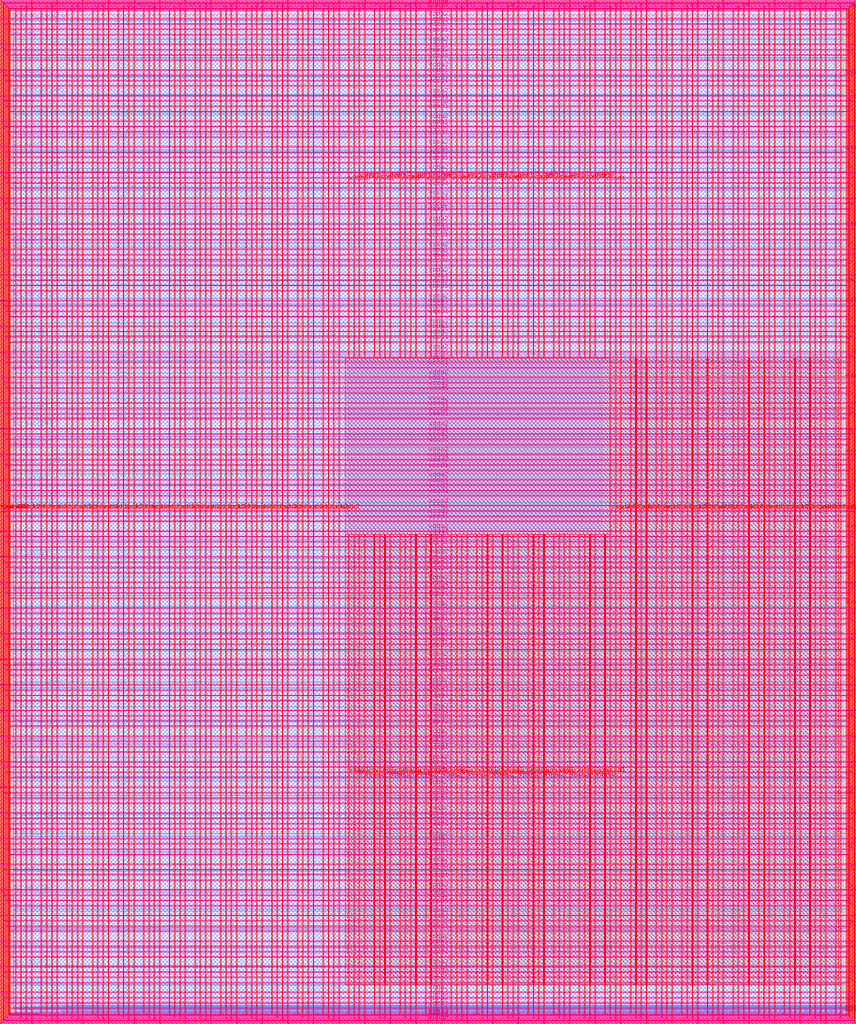
<source format=lef>
VERSION 5.7 ;
  NOWIREEXTENSIONATPIN ON ;
  DIVIDERCHAR "/" ;
  BUSBITCHARS "[]" ;
MACRO user_project_wrapper
  CLASS BLOCK ;
  FOREIGN user_project_wrapper ;
  ORIGIN 0.000 0.000 ;
  SIZE 2920.000 BY 3520.000 ;
  PIN analog_io[0]
    DIRECTION INOUT ;
    USE SIGNAL ;
    PORT
      LAYER met3 ;
        RECT 2917.600 1426.380 2924.800 1427.580 ;
    END
  END analog_io[0]
  PIN analog_io[10]
    DIRECTION INOUT ;
    USE SIGNAL ;
    PORT
      LAYER met2 ;
        RECT 2230.490 3517.600 2231.050 3524.800 ;
    END
  END analog_io[10]
  PIN analog_io[11]
    DIRECTION INOUT ;
    USE SIGNAL ;
    PORT
      LAYER met2 ;
        RECT 1905.730 3517.600 1906.290 3524.800 ;
    END
  END analog_io[11]
  PIN analog_io[12]
    DIRECTION INOUT ;
    USE SIGNAL ;
    PORT
      LAYER met2 ;
        RECT 1581.430 3517.600 1581.990 3524.800 ;
    END
  END analog_io[12]
  PIN analog_io[13]
    DIRECTION INOUT ;
    USE SIGNAL ;
    PORT
      LAYER met2 ;
        RECT 1257.130 3517.600 1257.690 3524.800 ;
    END
  END analog_io[13]
  PIN analog_io[14]
    DIRECTION INOUT ;
    USE SIGNAL ;
    PORT
      LAYER met2 ;
        RECT 932.370 3517.600 932.930 3524.800 ;
    END
  END analog_io[14]
  PIN analog_io[15]
    DIRECTION INOUT ;
    USE SIGNAL ;
    PORT
      LAYER met2 ;
        RECT 608.070 3517.600 608.630 3524.800 ;
    END
  END analog_io[15]
  PIN analog_io[16]
    DIRECTION INOUT ;
    USE SIGNAL ;
    PORT
      LAYER met2 ;
        RECT 283.770 3517.600 284.330 3524.800 ;
    END
  END analog_io[16]
  PIN analog_io[17]
    DIRECTION INOUT ;
    USE SIGNAL ;
    PORT
      LAYER met3 ;
        RECT -4.800 3486.100 2.400 3487.300 ;
    END
  END analog_io[17]
  PIN analog_io[18]
    DIRECTION INOUT ;
    USE SIGNAL ;
    PORT
      LAYER met3 ;
        RECT -4.800 3224.980 2.400 3226.180 ;
    END
  END analog_io[18]
  PIN analog_io[19]
    DIRECTION INOUT ;
    USE SIGNAL ;
    PORT
      LAYER met3 ;
        RECT -4.800 2964.540 2.400 2965.740 ;
    END
  END analog_io[19]
  PIN analog_io[1]
    DIRECTION INOUT ;
    USE SIGNAL ;
    PORT
      LAYER met3 ;
        RECT 2917.600 1692.260 2924.800 1693.460 ;
    END
  END analog_io[1]
  PIN analog_io[20]
    DIRECTION INOUT ;
    USE SIGNAL ;
    PORT
      LAYER met3 ;
        RECT -4.800 2703.420 2.400 2704.620 ;
    END
  END analog_io[20]
  PIN analog_io[21]
    DIRECTION INOUT ;
    USE SIGNAL ;
    PORT
      LAYER met3 ;
        RECT -4.800 2442.980 2.400 2444.180 ;
    END
  END analog_io[21]
  PIN analog_io[22]
    DIRECTION INOUT ;
    USE SIGNAL ;
    PORT
      LAYER met3 ;
        RECT -4.800 2182.540 2.400 2183.740 ;
    END
  END analog_io[22]
  PIN analog_io[23]
    DIRECTION INOUT ;
    USE SIGNAL ;
    PORT
      LAYER met3 ;
        RECT -4.800 1921.420 2.400 1922.620 ;
    END
  END analog_io[23]
  PIN analog_io[24]
    DIRECTION INOUT ;
    USE SIGNAL ;
    PORT
      LAYER met3 ;
        RECT -4.800 1660.980 2.400 1662.180 ;
    END
  END analog_io[24]
  PIN analog_io[25]
    DIRECTION INOUT ;
    USE SIGNAL ;
    PORT
      LAYER met3 ;
        RECT -4.800 1399.860 2.400 1401.060 ;
    END
  END analog_io[25]
  PIN analog_io[26]
    DIRECTION INOUT ;
    USE SIGNAL ;
    PORT
      LAYER met3 ;
        RECT -4.800 1139.420 2.400 1140.620 ;
    END
  END analog_io[26]
  PIN analog_io[27]
    DIRECTION INOUT ;
    USE SIGNAL ;
    PORT
      LAYER met3 ;
        RECT -4.800 878.980 2.400 880.180 ;
    END
  END analog_io[27]
  PIN analog_io[28]
    DIRECTION INOUT ;
    USE SIGNAL ;
    PORT
      LAYER met3 ;
        RECT -4.800 617.860 2.400 619.060 ;
    END
  END analog_io[28]
  PIN analog_io[2]
    DIRECTION INOUT ;
    USE SIGNAL ;
    PORT
      LAYER met3 ;
        RECT 2917.600 1958.140 2924.800 1959.340 ;
    END
  END analog_io[2]
  PIN analog_io[3]
    DIRECTION INOUT ;
    USE SIGNAL ;
    PORT
      LAYER met3 ;
        RECT 2917.600 2223.340 2924.800 2224.540 ;
    END
  END analog_io[3]
  PIN analog_io[4]
    DIRECTION INOUT ;
    USE SIGNAL ;
    PORT
      LAYER met3 ;
        RECT 2917.600 2489.220 2924.800 2490.420 ;
    END
  END analog_io[4]
  PIN analog_io[5]
    DIRECTION INOUT ;
    USE SIGNAL ;
    PORT
      LAYER met3 ;
        RECT 2917.600 2755.100 2924.800 2756.300 ;
    END
  END analog_io[5]
  PIN analog_io[6]
    DIRECTION INOUT ;
    USE SIGNAL ;
    PORT
      LAYER met3 ;
        RECT 2917.600 3020.300 2924.800 3021.500 ;
    END
  END analog_io[6]
  PIN analog_io[7]
    DIRECTION INOUT ;
    USE SIGNAL ;
    PORT
      LAYER met3 ;
        RECT 2917.600 3286.180 2924.800 3287.380 ;
    END
  END analog_io[7]
  PIN analog_io[8]
    DIRECTION INOUT ;
    USE SIGNAL ;
    PORT
      LAYER met2 ;
        RECT 2879.090 3517.600 2879.650 3524.800 ;
    END
  END analog_io[8]
  PIN analog_io[9]
    DIRECTION INOUT ;
    USE SIGNAL ;
    PORT
      LAYER met2 ;
        RECT 2554.790 3517.600 2555.350 3524.800 ;
    END
  END analog_io[9]
  PIN io_in[0]
    DIRECTION INPUT ;
    USE SIGNAL ;
    PORT
      LAYER met3 ;
        RECT 2917.600 32.380 2924.800 33.580 ;
    END
  END io_in[0]
  PIN io_in[10]
    DIRECTION INPUT ;
    USE SIGNAL ;
    PORT
      LAYER met3 ;
        RECT 2917.600 2289.980 2924.800 2291.180 ;
    END
  END io_in[10]
  PIN io_in[11]
    DIRECTION INPUT ;
    USE SIGNAL ;
    PORT
      LAYER met3 ;
        RECT 2917.600 2555.860 2924.800 2557.060 ;
    END
  END io_in[11]
  PIN io_in[12]
    DIRECTION INPUT ;
    USE SIGNAL ;
    PORT
      LAYER met3 ;
        RECT 2917.600 2821.060 2924.800 2822.260 ;
    END
  END io_in[12]
  PIN io_in[13]
    DIRECTION INPUT ;
    USE SIGNAL ;
    PORT
      LAYER met3 ;
        RECT 2917.600 3086.940 2924.800 3088.140 ;
    END
  END io_in[13]
  PIN io_in[14]
    DIRECTION INPUT ;
    USE SIGNAL ;
    PORT
      LAYER met3 ;
        RECT 2917.600 3352.820 2924.800 3354.020 ;
    END
  END io_in[14]
  PIN io_in[15]
    DIRECTION INPUT ;
    USE SIGNAL ;
    PORT
      LAYER met2 ;
        RECT 2798.130 3517.600 2798.690 3524.800 ;
    END
  END io_in[15]
  PIN io_in[16]
    DIRECTION INPUT ;
    USE SIGNAL ;
    PORT
      LAYER met2 ;
        RECT 2473.830 3517.600 2474.390 3524.800 ;
    END
  END io_in[16]
  PIN io_in[17]
    DIRECTION INPUT ;
    USE SIGNAL ;
    PORT
      LAYER met2 ;
        RECT 2149.070 3517.600 2149.630 3524.800 ;
    END
  END io_in[17]
  PIN io_in[18]
    DIRECTION INPUT ;
    USE SIGNAL ;
    PORT
      LAYER met2 ;
        RECT 1824.770 3517.600 1825.330 3524.800 ;
    END
  END io_in[18]
  PIN io_in[19]
    DIRECTION INPUT ;
    USE SIGNAL ;
    PORT
      LAYER met2 ;
        RECT 1500.470 3517.600 1501.030 3524.800 ;
    END
  END io_in[19]
  PIN io_in[1]
    DIRECTION INPUT ;
    USE SIGNAL ;
    PORT
      LAYER met3 ;
        RECT 2917.600 230.940 2924.800 232.140 ;
    END
  END io_in[1]
  PIN io_in[20]
    DIRECTION INPUT ;
    USE SIGNAL ;
    PORT
      LAYER met2 ;
        RECT 1175.710 3517.600 1176.270 3524.800 ;
    END
  END io_in[20]
  PIN io_in[21]
    DIRECTION INPUT ;
    USE SIGNAL ;
    PORT
      LAYER met2 ;
        RECT 851.410 3517.600 851.970 3524.800 ;
    END
  END io_in[21]
  PIN io_in[22]
    DIRECTION INPUT ;
    USE SIGNAL ;
    PORT
      LAYER met2 ;
        RECT 527.110 3517.600 527.670 3524.800 ;
    END
  END io_in[22]
  PIN io_in[23]
    DIRECTION INPUT ;
    USE SIGNAL ;
    PORT
      LAYER met2 ;
        RECT 202.350 3517.600 202.910 3524.800 ;
    END
  END io_in[23]
  PIN io_in[24]
    DIRECTION INPUT ;
    USE SIGNAL ;
    PORT
      LAYER met3 ;
        RECT -4.800 3420.820 2.400 3422.020 ;
    END
  END io_in[24]
  PIN io_in[25]
    DIRECTION INPUT ;
    USE SIGNAL ;
    PORT
      LAYER met3 ;
        RECT -4.800 3159.700 2.400 3160.900 ;
    END
  END io_in[25]
  PIN io_in[26]
    DIRECTION INPUT ;
    USE SIGNAL ;
    PORT
      LAYER met3 ;
        RECT -4.800 2899.260 2.400 2900.460 ;
    END
  END io_in[26]
  PIN io_in[27]
    DIRECTION INPUT ;
    USE SIGNAL ;
    PORT
      LAYER met3 ;
        RECT -4.800 2638.820 2.400 2640.020 ;
    END
  END io_in[27]
  PIN io_in[28]
    DIRECTION INPUT ;
    USE SIGNAL ;
    PORT
      LAYER met3 ;
        RECT -4.800 2377.700 2.400 2378.900 ;
    END
  END io_in[28]
  PIN io_in[29]
    DIRECTION INPUT ;
    USE SIGNAL ;
    PORT
      LAYER met3 ;
        RECT -4.800 2117.260 2.400 2118.460 ;
    END
  END io_in[29]
  PIN io_in[2]
    DIRECTION INPUT ;
    USE SIGNAL ;
    PORT
      LAYER met3 ;
        RECT 2917.600 430.180 2924.800 431.380 ;
    END
  END io_in[2]
  PIN io_in[30]
    DIRECTION INPUT ;
    USE SIGNAL ;
    PORT
      LAYER met3 ;
        RECT -4.800 1856.140 2.400 1857.340 ;
    END
  END io_in[30]
  PIN io_in[31]
    DIRECTION INPUT ;
    USE SIGNAL ;
    PORT
      LAYER met3 ;
        RECT -4.800 1595.700 2.400 1596.900 ;
    END
  END io_in[31]
  PIN io_in[32]
    DIRECTION INPUT ;
    USE SIGNAL ;
    PORT
      LAYER met3 ;
        RECT -4.800 1335.260 2.400 1336.460 ;
    END
  END io_in[32]
  PIN io_in[33]
    DIRECTION INPUT ;
    USE SIGNAL ;
    PORT
      LAYER met3 ;
        RECT -4.800 1074.140 2.400 1075.340 ;
    END
  END io_in[33]
  PIN io_in[34]
    DIRECTION INPUT ;
    USE SIGNAL ;
    PORT
      LAYER met3 ;
        RECT -4.800 813.700 2.400 814.900 ;
    END
  END io_in[34]
  PIN io_in[35]
    DIRECTION INPUT ;
    USE SIGNAL ;
    PORT
      LAYER met3 ;
        RECT -4.800 552.580 2.400 553.780 ;
    END
  END io_in[35]
  PIN io_in[36]
    DIRECTION INPUT ;
    USE SIGNAL ;
    PORT
      LAYER met3 ;
        RECT -4.800 357.420 2.400 358.620 ;
    END
  END io_in[36]
  PIN io_in[37]
    DIRECTION INPUT ;
    USE SIGNAL ;
    PORT
      LAYER met3 ;
        RECT -4.800 161.580 2.400 162.780 ;
    END
  END io_in[37]
  PIN io_in[3]
    DIRECTION INPUT ;
    USE SIGNAL ;
    PORT
      LAYER met3 ;
        RECT 2917.600 629.420 2924.800 630.620 ;
    END
  END io_in[3]
  PIN io_in[4]
    DIRECTION INPUT ;
    USE SIGNAL ;
    PORT
      LAYER met3 ;
        RECT 2917.600 828.660 2924.800 829.860 ;
    END
  END io_in[4]
  PIN io_in[5]
    DIRECTION INPUT ;
    USE SIGNAL ;
    PORT
      LAYER met3 ;
        RECT 2917.600 1027.900 2924.800 1029.100 ;
    END
  END io_in[5]
  PIN io_in[6]
    DIRECTION INPUT ;
    USE SIGNAL ;
    PORT
      LAYER met3 ;
        RECT 2917.600 1227.140 2924.800 1228.340 ;
    END
  END io_in[6]
  PIN io_in[7]
    DIRECTION INPUT ;
    USE SIGNAL ;
    PORT
      LAYER met3 ;
        RECT 2917.600 1493.020 2924.800 1494.220 ;
    END
  END io_in[7]
  PIN io_in[8]
    DIRECTION INPUT ;
    USE SIGNAL ;
    PORT
      LAYER met3 ;
        RECT 2917.600 1758.900 2924.800 1760.100 ;
    END
  END io_in[8]
  PIN io_in[9]
    DIRECTION INPUT ;
    USE SIGNAL ;
    PORT
      LAYER met3 ;
        RECT 2917.600 2024.100 2924.800 2025.300 ;
    END
  END io_in[9]
  PIN io_oeb[0]
    DIRECTION OUTPUT TRISTATE ;
    USE SIGNAL ;
    PORT
      LAYER met3 ;
        RECT 2917.600 164.980 2924.800 166.180 ;
    END
  END io_oeb[0]
  PIN io_oeb[10]
    DIRECTION OUTPUT TRISTATE ;
    USE SIGNAL ;
    PORT
      LAYER met3 ;
        RECT 2917.600 2422.580 2924.800 2423.780 ;
    END
  END io_oeb[10]
  PIN io_oeb[11]
    DIRECTION OUTPUT TRISTATE ;
    USE SIGNAL ;
    PORT
      LAYER met3 ;
        RECT 2917.600 2688.460 2924.800 2689.660 ;
    END
  END io_oeb[11]
  PIN io_oeb[12]
    DIRECTION OUTPUT TRISTATE ;
    USE SIGNAL ;
    PORT
      LAYER met3 ;
        RECT 2917.600 2954.340 2924.800 2955.540 ;
    END
  END io_oeb[12]
  PIN io_oeb[13]
    DIRECTION OUTPUT TRISTATE ;
    USE SIGNAL ;
    PORT
      LAYER met3 ;
        RECT 2917.600 3219.540 2924.800 3220.740 ;
    END
  END io_oeb[13]
  PIN io_oeb[14]
    DIRECTION OUTPUT TRISTATE ;
    USE SIGNAL ;
    PORT
      LAYER met3 ;
        RECT 2917.600 3485.420 2924.800 3486.620 ;
    END
  END io_oeb[14]
  PIN io_oeb[15]
    DIRECTION OUTPUT TRISTATE ;
    USE SIGNAL ;
    PORT
      LAYER met2 ;
        RECT 2635.750 3517.600 2636.310 3524.800 ;
    END
  END io_oeb[15]
  PIN io_oeb[16]
    DIRECTION OUTPUT TRISTATE ;
    USE SIGNAL ;
    PORT
      LAYER met2 ;
        RECT 2311.450 3517.600 2312.010 3524.800 ;
    END
  END io_oeb[16]
  PIN io_oeb[17]
    DIRECTION OUTPUT TRISTATE ;
    USE SIGNAL ;
    PORT
      LAYER met2 ;
        RECT 1987.150 3517.600 1987.710 3524.800 ;
    END
  END io_oeb[17]
  PIN io_oeb[18]
    DIRECTION OUTPUT TRISTATE ;
    USE SIGNAL ;
    PORT
      LAYER met2 ;
        RECT 1662.390 3517.600 1662.950 3524.800 ;
    END
  END io_oeb[18]
  PIN io_oeb[19]
    DIRECTION OUTPUT TRISTATE ;
    USE SIGNAL ;
    PORT
      LAYER met2 ;
        RECT 1338.090 3517.600 1338.650 3524.800 ;
    END
  END io_oeb[19]
  PIN io_oeb[1]
    DIRECTION OUTPUT TRISTATE ;
    USE SIGNAL ;
    PORT
      LAYER met3 ;
        RECT 2917.600 364.220 2924.800 365.420 ;
    END
  END io_oeb[1]
  PIN io_oeb[20]
    DIRECTION OUTPUT TRISTATE ;
    USE SIGNAL ;
    PORT
      LAYER met2 ;
        RECT 1013.790 3517.600 1014.350 3524.800 ;
    END
  END io_oeb[20]
  PIN io_oeb[21]
    DIRECTION OUTPUT TRISTATE ;
    USE SIGNAL ;
    PORT
      LAYER met2 ;
        RECT 689.030 3517.600 689.590 3524.800 ;
    END
  END io_oeb[21]
  PIN io_oeb[22]
    DIRECTION OUTPUT TRISTATE ;
    USE SIGNAL ;
    PORT
      LAYER met2 ;
        RECT 364.730 3517.600 365.290 3524.800 ;
    END
  END io_oeb[22]
  PIN io_oeb[23]
    DIRECTION OUTPUT TRISTATE ;
    USE SIGNAL ;
    PORT
      LAYER met2 ;
        RECT 40.430 3517.600 40.990 3524.800 ;
    END
  END io_oeb[23]
  PIN io_oeb[24]
    DIRECTION OUTPUT TRISTATE ;
    USE SIGNAL ;
    PORT
      LAYER met3 ;
        RECT -4.800 3290.260 2.400 3291.460 ;
    END
  END io_oeb[24]
  PIN io_oeb[25]
    DIRECTION OUTPUT TRISTATE ;
    USE SIGNAL ;
    PORT
      LAYER met3 ;
        RECT -4.800 3029.820 2.400 3031.020 ;
    END
  END io_oeb[25]
  PIN io_oeb[26]
    DIRECTION OUTPUT TRISTATE ;
    USE SIGNAL ;
    PORT
      LAYER met3 ;
        RECT -4.800 2768.700 2.400 2769.900 ;
    END
  END io_oeb[26]
  PIN io_oeb[27]
    DIRECTION OUTPUT TRISTATE ;
    USE SIGNAL ;
    PORT
      LAYER met3 ;
        RECT -4.800 2508.260 2.400 2509.460 ;
    END
  END io_oeb[27]
  PIN io_oeb[28]
    DIRECTION OUTPUT TRISTATE ;
    USE SIGNAL ;
    PORT
      LAYER met3 ;
        RECT -4.800 2247.140 2.400 2248.340 ;
    END
  END io_oeb[28]
  PIN io_oeb[29]
    DIRECTION OUTPUT TRISTATE ;
    USE SIGNAL ;
    PORT
      LAYER met3 ;
        RECT -4.800 1986.700 2.400 1987.900 ;
    END
  END io_oeb[29]
  PIN io_oeb[2]
    DIRECTION OUTPUT TRISTATE ;
    USE SIGNAL ;
    PORT
      LAYER met3 ;
        RECT 2917.600 563.460 2924.800 564.660 ;
    END
  END io_oeb[2]
  PIN io_oeb[30]
    DIRECTION OUTPUT TRISTATE ;
    USE SIGNAL ;
    PORT
      LAYER met3 ;
        RECT -4.800 1726.260 2.400 1727.460 ;
    END
  END io_oeb[30]
  PIN io_oeb[31]
    DIRECTION OUTPUT TRISTATE ;
    USE SIGNAL ;
    PORT
      LAYER met3 ;
        RECT -4.800 1465.140 2.400 1466.340 ;
    END
  END io_oeb[31]
  PIN io_oeb[32]
    DIRECTION OUTPUT TRISTATE ;
    USE SIGNAL ;
    PORT
      LAYER met3 ;
        RECT -4.800 1204.700 2.400 1205.900 ;
    END
  END io_oeb[32]
  PIN io_oeb[33]
    DIRECTION OUTPUT TRISTATE ;
    USE SIGNAL ;
    PORT
      LAYER met3 ;
        RECT -4.800 943.580 2.400 944.780 ;
    END
  END io_oeb[33]
  PIN io_oeb[34]
    DIRECTION OUTPUT TRISTATE ;
    USE SIGNAL ;
    PORT
      LAYER met3 ;
        RECT -4.800 683.140 2.400 684.340 ;
    END
  END io_oeb[34]
  PIN io_oeb[35]
    DIRECTION OUTPUT TRISTATE ;
    USE SIGNAL ;
    PORT
      LAYER met3 ;
        RECT -4.800 422.700 2.400 423.900 ;
    END
  END io_oeb[35]
  PIN io_oeb[36]
    DIRECTION OUTPUT TRISTATE ;
    USE SIGNAL ;
    PORT
      LAYER met3 ;
        RECT -4.800 226.860 2.400 228.060 ;
    END
  END io_oeb[36]
  PIN io_oeb[37]
    DIRECTION OUTPUT TRISTATE ;
    USE SIGNAL ;
    PORT
      LAYER met3 ;
        RECT -4.800 31.700 2.400 32.900 ;
    END
  END io_oeb[37]
  PIN io_oeb[3]
    DIRECTION OUTPUT TRISTATE ;
    USE SIGNAL ;
    PORT
      LAYER met3 ;
        RECT 2917.600 762.700 2924.800 763.900 ;
    END
  END io_oeb[3]
  PIN io_oeb[4]
    DIRECTION OUTPUT TRISTATE ;
    USE SIGNAL ;
    PORT
      LAYER met3 ;
        RECT 2917.600 961.940 2924.800 963.140 ;
    END
  END io_oeb[4]
  PIN io_oeb[5]
    DIRECTION OUTPUT TRISTATE ;
    USE SIGNAL ;
    PORT
      LAYER met3 ;
        RECT 2917.600 1161.180 2924.800 1162.380 ;
    END
  END io_oeb[5]
  PIN io_oeb[6]
    DIRECTION OUTPUT TRISTATE ;
    USE SIGNAL ;
    PORT
      LAYER met3 ;
        RECT 2917.600 1360.420 2924.800 1361.620 ;
    END
  END io_oeb[6]
  PIN io_oeb[7]
    DIRECTION OUTPUT TRISTATE ;
    USE SIGNAL ;
    PORT
      LAYER met3 ;
        RECT 2917.600 1625.620 2924.800 1626.820 ;
    END
  END io_oeb[7]
  PIN io_oeb[8]
    DIRECTION OUTPUT TRISTATE ;
    USE SIGNAL ;
    PORT
      LAYER met3 ;
        RECT 2917.600 1891.500 2924.800 1892.700 ;
    END
  END io_oeb[8]
  PIN io_oeb[9]
    DIRECTION OUTPUT TRISTATE ;
    USE SIGNAL ;
    PORT
      LAYER met3 ;
        RECT 2917.600 2157.380 2924.800 2158.580 ;
    END
  END io_oeb[9]
  PIN io_out[0]
    DIRECTION OUTPUT TRISTATE ;
    USE SIGNAL ;
    PORT
      LAYER met3 ;
        RECT 2917.600 98.340 2924.800 99.540 ;
    END
  END io_out[0]
  PIN io_out[10]
    DIRECTION OUTPUT TRISTATE ;
    USE SIGNAL ;
    PORT
      LAYER met3 ;
        RECT 2917.600 2356.620 2924.800 2357.820 ;
    END
  END io_out[10]
  PIN io_out[11]
    DIRECTION OUTPUT TRISTATE ;
    USE SIGNAL ;
    PORT
      LAYER met3 ;
        RECT 2917.600 2621.820 2924.800 2623.020 ;
    END
  END io_out[11]
  PIN io_out[12]
    DIRECTION OUTPUT TRISTATE ;
    USE SIGNAL ;
    PORT
      LAYER met3 ;
        RECT 2917.600 2887.700 2924.800 2888.900 ;
    END
  END io_out[12]
  PIN io_out[13]
    DIRECTION OUTPUT TRISTATE ;
    USE SIGNAL ;
    PORT
      LAYER met3 ;
        RECT 2917.600 3153.580 2924.800 3154.780 ;
    END
  END io_out[13]
  PIN io_out[14]
    DIRECTION OUTPUT TRISTATE ;
    USE SIGNAL ;
    PORT
      LAYER met3 ;
        RECT 2917.600 3418.780 2924.800 3419.980 ;
    END
  END io_out[14]
  PIN io_out[15]
    DIRECTION OUTPUT TRISTATE ;
    USE SIGNAL ;
    PORT
      LAYER met2 ;
        RECT 2717.170 3517.600 2717.730 3524.800 ;
    END
  END io_out[15]
  PIN io_out[16]
    DIRECTION OUTPUT TRISTATE ;
    USE SIGNAL ;
    PORT
      LAYER met2 ;
        RECT 2392.410 3517.600 2392.970 3524.800 ;
    END
  END io_out[16]
  PIN io_out[17]
    DIRECTION OUTPUT TRISTATE ;
    USE SIGNAL ;
    PORT
      LAYER met2 ;
        RECT 2068.110 3517.600 2068.670 3524.800 ;
    END
  END io_out[17]
  PIN io_out[18]
    DIRECTION OUTPUT TRISTATE ;
    USE SIGNAL ;
    PORT
      LAYER met2 ;
        RECT 1743.810 3517.600 1744.370 3524.800 ;
    END
  END io_out[18]
  PIN io_out[19]
    DIRECTION OUTPUT TRISTATE ;
    USE SIGNAL ;
    PORT
      LAYER met2 ;
        RECT 1419.050 3517.600 1419.610 3524.800 ;
    END
  END io_out[19]
  PIN io_out[1]
    DIRECTION OUTPUT TRISTATE ;
    USE SIGNAL ;
    PORT
      LAYER met3 ;
        RECT 2917.600 297.580 2924.800 298.780 ;
    END
  END io_out[1]
  PIN io_out[20]
    DIRECTION OUTPUT TRISTATE ;
    USE SIGNAL ;
    PORT
      LAYER met2 ;
        RECT 1094.750 3517.600 1095.310 3524.800 ;
    END
  END io_out[20]
  PIN io_out[21]
    DIRECTION OUTPUT TRISTATE ;
    USE SIGNAL ;
    PORT
      LAYER met2 ;
        RECT 770.450 3517.600 771.010 3524.800 ;
    END
  END io_out[21]
  PIN io_out[22]
    DIRECTION OUTPUT TRISTATE ;
    USE SIGNAL ;
    PORT
      LAYER met2 ;
        RECT 445.690 3517.600 446.250 3524.800 ;
    END
  END io_out[22]
  PIN io_out[23]
    DIRECTION OUTPUT TRISTATE ;
    USE SIGNAL ;
    PORT
      LAYER met2 ;
        RECT 121.390 3517.600 121.950 3524.800 ;
    END
  END io_out[23]
  PIN io_out[24]
    DIRECTION OUTPUT TRISTATE ;
    USE SIGNAL ;
    PORT
      LAYER met3 ;
        RECT -4.800 3355.540 2.400 3356.740 ;
    END
  END io_out[24]
  PIN io_out[25]
    DIRECTION OUTPUT TRISTATE ;
    USE SIGNAL ;
    PORT
      LAYER met3 ;
        RECT -4.800 3095.100 2.400 3096.300 ;
    END
  END io_out[25]
  PIN io_out[26]
    DIRECTION OUTPUT TRISTATE ;
    USE SIGNAL ;
    PORT
      LAYER met3 ;
        RECT -4.800 2833.980 2.400 2835.180 ;
    END
  END io_out[26]
  PIN io_out[27]
    DIRECTION OUTPUT TRISTATE ;
    USE SIGNAL ;
    PORT
      LAYER met3 ;
        RECT -4.800 2573.540 2.400 2574.740 ;
    END
  END io_out[27]
  PIN io_out[28]
    DIRECTION OUTPUT TRISTATE ;
    USE SIGNAL ;
    PORT
      LAYER met3 ;
        RECT -4.800 2312.420 2.400 2313.620 ;
    END
  END io_out[28]
  PIN io_out[29]
    DIRECTION OUTPUT TRISTATE ;
    USE SIGNAL ;
    PORT
      LAYER met3 ;
        RECT -4.800 2051.980 2.400 2053.180 ;
    END
  END io_out[29]
  PIN io_out[2]
    DIRECTION OUTPUT TRISTATE ;
    USE SIGNAL ;
    PORT
      LAYER met3 ;
        RECT 2917.600 496.820 2924.800 498.020 ;
    END
  END io_out[2]
  PIN io_out[30]
    DIRECTION OUTPUT TRISTATE ;
    USE SIGNAL ;
    PORT
      LAYER met3 ;
        RECT -4.800 1791.540 2.400 1792.740 ;
    END
  END io_out[30]
  PIN io_out[31]
    DIRECTION OUTPUT TRISTATE ;
    USE SIGNAL ;
    PORT
      LAYER met3 ;
        RECT -4.800 1530.420 2.400 1531.620 ;
    END
  END io_out[31]
  PIN io_out[32]
    DIRECTION OUTPUT TRISTATE ;
    USE SIGNAL ;
    PORT
      LAYER met3 ;
        RECT -4.800 1269.980 2.400 1271.180 ;
    END
  END io_out[32]
  PIN io_out[33]
    DIRECTION OUTPUT TRISTATE ;
    USE SIGNAL ;
    PORT
      LAYER met3 ;
        RECT -4.800 1008.860 2.400 1010.060 ;
    END
  END io_out[33]
  PIN io_out[34]
    DIRECTION OUTPUT TRISTATE ;
    USE SIGNAL ;
    PORT
      LAYER met3 ;
        RECT -4.800 748.420 2.400 749.620 ;
    END
  END io_out[34]
  PIN io_out[35]
    DIRECTION OUTPUT TRISTATE ;
    USE SIGNAL ;
    PORT
      LAYER met3 ;
        RECT -4.800 487.300 2.400 488.500 ;
    END
  END io_out[35]
  PIN io_out[36]
    DIRECTION OUTPUT TRISTATE ;
    USE SIGNAL ;
    PORT
      LAYER met3 ;
        RECT -4.800 292.140 2.400 293.340 ;
    END
  END io_out[36]
  PIN io_out[37]
    DIRECTION OUTPUT TRISTATE ;
    USE SIGNAL ;
    PORT
      LAYER met3 ;
        RECT -4.800 96.300 2.400 97.500 ;
    END
  END io_out[37]
  PIN io_out[3]
    DIRECTION OUTPUT TRISTATE ;
    USE SIGNAL ;
    PORT
      LAYER met3 ;
        RECT 2917.600 696.060 2924.800 697.260 ;
    END
  END io_out[3]
  PIN io_out[4]
    DIRECTION OUTPUT TRISTATE ;
    USE SIGNAL ;
    PORT
      LAYER met3 ;
        RECT 2917.600 895.300 2924.800 896.500 ;
    END
  END io_out[4]
  PIN io_out[5]
    DIRECTION OUTPUT TRISTATE ;
    USE SIGNAL ;
    PORT
      LAYER met3 ;
        RECT 2917.600 1094.540 2924.800 1095.740 ;
    END
  END io_out[5]
  PIN io_out[6]
    DIRECTION OUTPUT TRISTATE ;
    USE SIGNAL ;
    PORT
      LAYER met3 ;
        RECT 2917.600 1293.780 2924.800 1294.980 ;
    END
  END io_out[6]
  PIN io_out[7]
    DIRECTION OUTPUT TRISTATE ;
    USE SIGNAL ;
    PORT
      LAYER met3 ;
        RECT 2917.600 1559.660 2924.800 1560.860 ;
    END
  END io_out[7]
  PIN io_out[8]
    DIRECTION OUTPUT TRISTATE ;
    USE SIGNAL ;
    PORT
      LAYER met3 ;
        RECT 2917.600 1824.860 2924.800 1826.060 ;
    END
  END io_out[8]
  PIN io_out[9]
    DIRECTION OUTPUT TRISTATE ;
    USE SIGNAL ;
    PORT
      LAYER met3 ;
        RECT 2917.600 2090.740 2924.800 2091.940 ;
    END
  END io_out[9]
  PIN la_data_in[0]
    DIRECTION INPUT ;
    USE SIGNAL ;
    PORT
      LAYER met2 ;
        RECT 629.230 -4.800 629.790 2.400 ;
    END
  END la_data_in[0]
  PIN la_data_in[100]
    DIRECTION INPUT ;
    USE SIGNAL ;
    PORT
      LAYER met2 ;
        RECT 2402.530 -4.800 2403.090 2.400 ;
    END
  END la_data_in[100]
  PIN la_data_in[101]
    DIRECTION INPUT ;
    USE SIGNAL ;
    PORT
      LAYER met2 ;
        RECT 2420.010 -4.800 2420.570 2.400 ;
    END
  END la_data_in[101]
  PIN la_data_in[102]
    DIRECTION INPUT ;
    USE SIGNAL ;
    PORT
      LAYER met2 ;
        RECT 2437.950 -4.800 2438.510 2.400 ;
    END
  END la_data_in[102]
  PIN la_data_in[103]
    DIRECTION INPUT ;
    USE SIGNAL ;
    PORT
      LAYER met2 ;
        RECT 2455.430 -4.800 2455.990 2.400 ;
    END
  END la_data_in[103]
  PIN la_data_in[104]
    DIRECTION INPUT ;
    USE SIGNAL ;
    PORT
      LAYER met2 ;
        RECT 2473.370 -4.800 2473.930 2.400 ;
    END
  END la_data_in[104]
  PIN la_data_in[105]
    DIRECTION INPUT ;
    USE SIGNAL ;
    PORT
      LAYER met2 ;
        RECT 2490.850 -4.800 2491.410 2.400 ;
    END
  END la_data_in[105]
  PIN la_data_in[106]
    DIRECTION INPUT ;
    USE SIGNAL ;
    PORT
      LAYER met2 ;
        RECT 2508.790 -4.800 2509.350 2.400 ;
    END
  END la_data_in[106]
  PIN la_data_in[107]
    DIRECTION INPUT ;
    USE SIGNAL ;
    PORT
      LAYER met2 ;
        RECT 2526.730 -4.800 2527.290 2.400 ;
    END
  END la_data_in[107]
  PIN la_data_in[108]
    DIRECTION INPUT ;
    USE SIGNAL ;
    PORT
      LAYER met2 ;
        RECT 2544.210 -4.800 2544.770 2.400 ;
    END
  END la_data_in[108]
  PIN la_data_in[109]
    DIRECTION INPUT ;
    USE SIGNAL ;
    PORT
      LAYER met2 ;
        RECT 2562.150 -4.800 2562.710 2.400 ;
    END
  END la_data_in[109]
  PIN la_data_in[10]
    DIRECTION INPUT ;
    USE SIGNAL ;
    PORT
      LAYER met2 ;
        RECT 806.330 -4.800 806.890 2.400 ;
    END
  END la_data_in[10]
  PIN la_data_in[110]
    DIRECTION INPUT ;
    USE SIGNAL ;
    PORT
      LAYER met2 ;
        RECT 2579.630 -4.800 2580.190 2.400 ;
    END
  END la_data_in[110]
  PIN la_data_in[111]
    DIRECTION INPUT ;
    USE SIGNAL ;
    PORT
      LAYER met2 ;
        RECT 2597.570 -4.800 2598.130 2.400 ;
    END
  END la_data_in[111]
  PIN la_data_in[112]
    DIRECTION INPUT ;
    USE SIGNAL ;
    PORT
      LAYER met2 ;
        RECT 2615.050 -4.800 2615.610 2.400 ;
    END
  END la_data_in[112]
  PIN la_data_in[113]
    DIRECTION INPUT ;
    USE SIGNAL ;
    PORT
      LAYER met2 ;
        RECT 2632.990 -4.800 2633.550 2.400 ;
    END
  END la_data_in[113]
  PIN la_data_in[114]
    DIRECTION INPUT ;
    USE SIGNAL ;
    PORT
      LAYER met2 ;
        RECT 2650.470 -4.800 2651.030 2.400 ;
    END
  END la_data_in[114]
  PIN la_data_in[115]
    DIRECTION INPUT ;
    USE SIGNAL ;
    PORT
      LAYER met2 ;
        RECT 2668.410 -4.800 2668.970 2.400 ;
    END
  END la_data_in[115]
  PIN la_data_in[116]
    DIRECTION INPUT ;
    USE SIGNAL ;
    PORT
      LAYER met2 ;
        RECT 2685.890 -4.800 2686.450 2.400 ;
    END
  END la_data_in[116]
  PIN la_data_in[117]
    DIRECTION INPUT ;
    USE SIGNAL ;
    PORT
      LAYER met2 ;
        RECT 2703.830 -4.800 2704.390 2.400 ;
    END
  END la_data_in[117]
  PIN la_data_in[118]
    DIRECTION INPUT ;
    USE SIGNAL ;
    PORT
      LAYER met2 ;
        RECT 2721.770 -4.800 2722.330 2.400 ;
    END
  END la_data_in[118]
  PIN la_data_in[119]
    DIRECTION INPUT ;
    USE SIGNAL ;
    PORT
      LAYER met2 ;
        RECT 2739.250 -4.800 2739.810 2.400 ;
    END
  END la_data_in[119]
  PIN la_data_in[11]
    DIRECTION INPUT ;
    USE SIGNAL ;
    PORT
      LAYER met2 ;
        RECT 824.270 -4.800 824.830 2.400 ;
    END
  END la_data_in[11]
  PIN la_data_in[120]
    DIRECTION INPUT ;
    USE SIGNAL ;
    PORT
      LAYER met2 ;
        RECT 2757.190 -4.800 2757.750 2.400 ;
    END
  END la_data_in[120]
  PIN la_data_in[121]
    DIRECTION INPUT ;
    USE SIGNAL ;
    PORT
      LAYER met2 ;
        RECT 2774.670 -4.800 2775.230 2.400 ;
    END
  END la_data_in[121]
  PIN la_data_in[122]
    DIRECTION INPUT ;
    USE SIGNAL ;
    PORT
      LAYER met2 ;
        RECT 2792.610 -4.800 2793.170 2.400 ;
    END
  END la_data_in[122]
  PIN la_data_in[123]
    DIRECTION INPUT ;
    USE SIGNAL ;
    PORT
      LAYER met2 ;
        RECT 2810.090 -4.800 2810.650 2.400 ;
    END
  END la_data_in[123]
  PIN la_data_in[124]
    DIRECTION INPUT ;
    USE SIGNAL ;
    PORT
      LAYER met2 ;
        RECT 2828.030 -4.800 2828.590 2.400 ;
    END
  END la_data_in[124]
  PIN la_data_in[125]
    DIRECTION INPUT ;
    USE SIGNAL ;
    PORT
      LAYER met2 ;
        RECT 2845.510 -4.800 2846.070 2.400 ;
    END
  END la_data_in[125]
  PIN la_data_in[126]
    DIRECTION INPUT ;
    USE SIGNAL ;
    PORT
      LAYER met2 ;
        RECT 2863.450 -4.800 2864.010 2.400 ;
    END
  END la_data_in[126]
  PIN la_data_in[127]
    DIRECTION INPUT ;
    USE SIGNAL ;
    PORT
      LAYER met2 ;
        RECT 2881.390 -4.800 2881.950 2.400 ;
    END
  END la_data_in[127]
  PIN la_data_in[12]
    DIRECTION INPUT ;
    USE SIGNAL ;
    PORT
      LAYER met2 ;
        RECT 841.750 -4.800 842.310 2.400 ;
    END
  END la_data_in[12]
  PIN la_data_in[13]
    DIRECTION INPUT ;
    USE SIGNAL ;
    PORT
      LAYER met2 ;
        RECT 859.690 -4.800 860.250 2.400 ;
    END
  END la_data_in[13]
  PIN la_data_in[14]
    DIRECTION INPUT ;
    USE SIGNAL ;
    PORT
      LAYER met2 ;
        RECT 877.170 -4.800 877.730 2.400 ;
    END
  END la_data_in[14]
  PIN la_data_in[15]
    DIRECTION INPUT ;
    USE SIGNAL ;
    PORT
      LAYER met2 ;
        RECT 895.110 -4.800 895.670 2.400 ;
    END
  END la_data_in[15]
  PIN la_data_in[16]
    DIRECTION INPUT ;
    USE SIGNAL ;
    PORT
      LAYER met2 ;
        RECT 912.590 -4.800 913.150 2.400 ;
    END
  END la_data_in[16]
  PIN la_data_in[17]
    DIRECTION INPUT ;
    USE SIGNAL ;
    PORT
      LAYER met2 ;
        RECT 930.530 -4.800 931.090 2.400 ;
    END
  END la_data_in[17]
  PIN la_data_in[18]
    DIRECTION INPUT ;
    USE SIGNAL ;
    PORT
      LAYER met2 ;
        RECT 948.470 -4.800 949.030 2.400 ;
    END
  END la_data_in[18]
  PIN la_data_in[19]
    DIRECTION INPUT ;
    USE SIGNAL ;
    PORT
      LAYER met2 ;
        RECT 965.950 -4.800 966.510 2.400 ;
    END
  END la_data_in[19]
  PIN la_data_in[1]
    DIRECTION INPUT ;
    USE SIGNAL ;
    PORT
      LAYER met2 ;
        RECT 646.710 -4.800 647.270 2.400 ;
    END
  END la_data_in[1]
  PIN la_data_in[20]
    DIRECTION INPUT ;
    USE SIGNAL ;
    PORT
      LAYER met2 ;
        RECT 983.890 -4.800 984.450 2.400 ;
    END
  END la_data_in[20]
  PIN la_data_in[21]
    DIRECTION INPUT ;
    USE SIGNAL ;
    PORT
      LAYER met2 ;
        RECT 1001.370 -4.800 1001.930 2.400 ;
    END
  END la_data_in[21]
  PIN la_data_in[22]
    DIRECTION INPUT ;
    USE SIGNAL ;
    PORT
      LAYER met2 ;
        RECT 1019.310 -4.800 1019.870 2.400 ;
    END
  END la_data_in[22]
  PIN la_data_in[23]
    DIRECTION INPUT ;
    USE SIGNAL ;
    PORT
      LAYER met2 ;
        RECT 1036.790 -4.800 1037.350 2.400 ;
    END
  END la_data_in[23]
  PIN la_data_in[24]
    DIRECTION INPUT ;
    USE SIGNAL ;
    PORT
      LAYER met2 ;
        RECT 1054.730 -4.800 1055.290 2.400 ;
    END
  END la_data_in[24]
  PIN la_data_in[25]
    DIRECTION INPUT ;
    USE SIGNAL ;
    PORT
      LAYER met2 ;
        RECT 1072.210 -4.800 1072.770 2.400 ;
    END
  END la_data_in[25]
  PIN la_data_in[26]
    DIRECTION INPUT ;
    USE SIGNAL ;
    PORT
      LAYER met2 ;
        RECT 1090.150 -4.800 1090.710 2.400 ;
    END
  END la_data_in[26]
  PIN la_data_in[27]
    DIRECTION INPUT ;
    USE SIGNAL ;
    PORT
      LAYER met2 ;
        RECT 1107.630 -4.800 1108.190 2.400 ;
    END
  END la_data_in[27]
  PIN la_data_in[28]
    DIRECTION INPUT ;
    USE SIGNAL ;
    PORT
      LAYER met2 ;
        RECT 1125.570 -4.800 1126.130 2.400 ;
    END
  END la_data_in[28]
  PIN la_data_in[29]
    DIRECTION INPUT ;
    USE SIGNAL ;
    PORT
      LAYER met2 ;
        RECT 1143.510 -4.800 1144.070 2.400 ;
    END
  END la_data_in[29]
  PIN la_data_in[2]
    DIRECTION INPUT ;
    USE SIGNAL ;
    PORT
      LAYER met2 ;
        RECT 664.650 -4.800 665.210 2.400 ;
    END
  END la_data_in[2]
  PIN la_data_in[30]
    DIRECTION INPUT ;
    USE SIGNAL ;
    PORT
      LAYER met2 ;
        RECT 1160.990 -4.800 1161.550 2.400 ;
    END
  END la_data_in[30]
  PIN la_data_in[31]
    DIRECTION INPUT ;
    USE SIGNAL ;
    PORT
      LAYER met2 ;
        RECT 1178.930 -4.800 1179.490 2.400 ;
    END
  END la_data_in[31]
  PIN la_data_in[32]
    DIRECTION INPUT ;
    USE SIGNAL ;
    PORT
      LAYER met2 ;
        RECT 1196.410 -4.800 1196.970 2.400 ;
    END
  END la_data_in[32]
  PIN la_data_in[33]
    DIRECTION INPUT ;
    USE SIGNAL ;
    PORT
      LAYER met2 ;
        RECT 1214.350 -4.800 1214.910 2.400 ;
    END
  END la_data_in[33]
  PIN la_data_in[34]
    DIRECTION INPUT ;
    USE SIGNAL ;
    PORT
      LAYER met2 ;
        RECT 1231.830 -4.800 1232.390 2.400 ;
    END
  END la_data_in[34]
  PIN la_data_in[35]
    DIRECTION INPUT ;
    USE SIGNAL ;
    PORT
      LAYER met2 ;
        RECT 1249.770 -4.800 1250.330 2.400 ;
    END
  END la_data_in[35]
  PIN la_data_in[36]
    DIRECTION INPUT ;
    USE SIGNAL ;
    PORT
      LAYER met2 ;
        RECT 1267.250 -4.800 1267.810 2.400 ;
    END
  END la_data_in[36]
  PIN la_data_in[37]
    DIRECTION INPUT ;
    USE SIGNAL ;
    PORT
      LAYER met2 ;
        RECT 1285.190 -4.800 1285.750 2.400 ;
    END
  END la_data_in[37]
  PIN la_data_in[38]
    DIRECTION INPUT ;
    USE SIGNAL ;
    PORT
      LAYER met2 ;
        RECT 1303.130 -4.800 1303.690 2.400 ;
    END
  END la_data_in[38]
  PIN la_data_in[39]
    DIRECTION INPUT ;
    USE SIGNAL ;
    PORT
      LAYER met2 ;
        RECT 1320.610 -4.800 1321.170 2.400 ;
    END
  END la_data_in[39]
  PIN la_data_in[3]
    DIRECTION INPUT ;
    USE SIGNAL ;
    PORT
      LAYER met2 ;
        RECT 682.130 -4.800 682.690 2.400 ;
    END
  END la_data_in[3]
  PIN la_data_in[40]
    DIRECTION INPUT ;
    USE SIGNAL ;
    PORT
      LAYER met2 ;
        RECT 1338.550 -4.800 1339.110 2.400 ;
    END
  END la_data_in[40]
  PIN la_data_in[41]
    DIRECTION INPUT ;
    USE SIGNAL ;
    PORT
      LAYER met2 ;
        RECT 1356.030 -4.800 1356.590 2.400 ;
    END
  END la_data_in[41]
  PIN la_data_in[42]
    DIRECTION INPUT ;
    USE SIGNAL ;
    PORT
      LAYER met2 ;
        RECT 1373.970 -4.800 1374.530 2.400 ;
    END
  END la_data_in[42]
  PIN la_data_in[43]
    DIRECTION INPUT ;
    USE SIGNAL ;
    PORT
      LAYER met2 ;
        RECT 1391.450 -4.800 1392.010 2.400 ;
    END
  END la_data_in[43]
  PIN la_data_in[44]
    DIRECTION INPUT ;
    USE SIGNAL ;
    PORT
      LAYER met2 ;
        RECT 1409.390 -4.800 1409.950 2.400 ;
    END
  END la_data_in[44]
  PIN la_data_in[45]
    DIRECTION INPUT ;
    USE SIGNAL ;
    PORT
      LAYER met2 ;
        RECT 1426.870 -4.800 1427.430 2.400 ;
    END
  END la_data_in[45]
  PIN la_data_in[46]
    DIRECTION INPUT ;
    USE SIGNAL ;
    PORT
      LAYER met2 ;
        RECT 1444.810 -4.800 1445.370 2.400 ;
    END
  END la_data_in[46]
  PIN la_data_in[47]
    DIRECTION INPUT ;
    USE SIGNAL ;
    PORT
      LAYER met2 ;
        RECT 1462.750 -4.800 1463.310 2.400 ;
    END
  END la_data_in[47]
  PIN la_data_in[48]
    DIRECTION INPUT ;
    USE SIGNAL ;
    PORT
      LAYER met2 ;
        RECT 1480.230 -4.800 1480.790 2.400 ;
    END
  END la_data_in[48]
  PIN la_data_in[49]
    DIRECTION INPUT ;
    USE SIGNAL ;
    PORT
      LAYER met2 ;
        RECT 1498.170 -4.800 1498.730 2.400 ;
    END
  END la_data_in[49]
  PIN la_data_in[4]
    DIRECTION INPUT ;
    USE SIGNAL ;
    PORT
      LAYER met2 ;
        RECT 700.070 -4.800 700.630 2.400 ;
    END
  END la_data_in[4]
  PIN la_data_in[50]
    DIRECTION INPUT ;
    USE SIGNAL ;
    PORT
      LAYER met2 ;
        RECT 1515.650 -4.800 1516.210 2.400 ;
    END
  END la_data_in[50]
  PIN la_data_in[51]
    DIRECTION INPUT ;
    USE SIGNAL ;
    PORT
      LAYER met2 ;
        RECT 1533.590 -4.800 1534.150 2.400 ;
    END
  END la_data_in[51]
  PIN la_data_in[52]
    DIRECTION INPUT ;
    USE SIGNAL ;
    PORT
      LAYER met2 ;
        RECT 1551.070 -4.800 1551.630 2.400 ;
    END
  END la_data_in[52]
  PIN la_data_in[53]
    DIRECTION INPUT ;
    USE SIGNAL ;
    PORT
      LAYER met2 ;
        RECT 1569.010 -4.800 1569.570 2.400 ;
    END
  END la_data_in[53]
  PIN la_data_in[54]
    DIRECTION INPUT ;
    USE SIGNAL ;
    PORT
      LAYER met2 ;
        RECT 1586.490 -4.800 1587.050 2.400 ;
    END
  END la_data_in[54]
  PIN la_data_in[55]
    DIRECTION INPUT ;
    USE SIGNAL ;
    PORT
      LAYER met2 ;
        RECT 1604.430 -4.800 1604.990 2.400 ;
    END
  END la_data_in[55]
  PIN la_data_in[56]
    DIRECTION INPUT ;
    USE SIGNAL ;
    PORT
      LAYER met2 ;
        RECT 1621.910 -4.800 1622.470 2.400 ;
    END
  END la_data_in[56]
  PIN la_data_in[57]
    DIRECTION INPUT ;
    USE SIGNAL ;
    PORT
      LAYER met2 ;
        RECT 1639.850 -4.800 1640.410 2.400 ;
    END
  END la_data_in[57]
  PIN la_data_in[58]
    DIRECTION INPUT ;
    USE SIGNAL ;
    PORT
      LAYER met2 ;
        RECT 1657.790 -4.800 1658.350 2.400 ;
    END
  END la_data_in[58]
  PIN la_data_in[59]
    DIRECTION INPUT ;
    USE SIGNAL ;
    PORT
      LAYER met2 ;
        RECT 1675.270 -4.800 1675.830 2.400 ;
    END
  END la_data_in[59]
  PIN la_data_in[5]
    DIRECTION INPUT ;
    USE SIGNAL ;
    PORT
      LAYER met2 ;
        RECT 717.550 -4.800 718.110 2.400 ;
    END
  END la_data_in[5]
  PIN la_data_in[60]
    DIRECTION INPUT ;
    USE SIGNAL ;
    PORT
      LAYER met2 ;
        RECT 1693.210 -4.800 1693.770 2.400 ;
    END
  END la_data_in[60]
  PIN la_data_in[61]
    DIRECTION INPUT ;
    USE SIGNAL ;
    PORT
      LAYER met2 ;
        RECT 1710.690 -4.800 1711.250 2.400 ;
    END
  END la_data_in[61]
  PIN la_data_in[62]
    DIRECTION INPUT ;
    USE SIGNAL ;
    PORT
      LAYER met2 ;
        RECT 1728.630 -4.800 1729.190 2.400 ;
    END
  END la_data_in[62]
  PIN la_data_in[63]
    DIRECTION INPUT ;
    USE SIGNAL ;
    PORT
      LAYER met2 ;
        RECT 1746.110 -4.800 1746.670 2.400 ;
    END
  END la_data_in[63]
  PIN la_data_in[64]
    DIRECTION INPUT ;
    USE SIGNAL ;
    PORT
      LAYER met2 ;
        RECT 1764.050 -4.800 1764.610 2.400 ;
    END
  END la_data_in[64]
  PIN la_data_in[65]
    DIRECTION INPUT ;
    USE SIGNAL ;
    PORT
      LAYER met2 ;
        RECT 1781.530 -4.800 1782.090 2.400 ;
    END
  END la_data_in[65]
  PIN la_data_in[66]
    DIRECTION INPUT ;
    USE SIGNAL ;
    PORT
      LAYER met2 ;
        RECT 1799.470 -4.800 1800.030 2.400 ;
    END
  END la_data_in[66]
  PIN la_data_in[67]
    DIRECTION INPUT ;
    USE SIGNAL ;
    PORT
      LAYER met2 ;
        RECT 1817.410 -4.800 1817.970 2.400 ;
    END
  END la_data_in[67]
  PIN la_data_in[68]
    DIRECTION INPUT ;
    USE SIGNAL ;
    PORT
      LAYER met2 ;
        RECT 1834.890 -4.800 1835.450 2.400 ;
    END
  END la_data_in[68]
  PIN la_data_in[69]
    DIRECTION INPUT ;
    USE SIGNAL ;
    PORT
      LAYER met2 ;
        RECT 1852.830 -4.800 1853.390 2.400 ;
    END
  END la_data_in[69]
  PIN la_data_in[6]
    DIRECTION INPUT ;
    USE SIGNAL ;
    PORT
      LAYER met2 ;
        RECT 735.490 -4.800 736.050 2.400 ;
    END
  END la_data_in[6]
  PIN la_data_in[70]
    DIRECTION INPUT ;
    USE SIGNAL ;
    PORT
      LAYER met2 ;
        RECT 1870.310 -4.800 1870.870 2.400 ;
    END
  END la_data_in[70]
  PIN la_data_in[71]
    DIRECTION INPUT ;
    USE SIGNAL ;
    PORT
      LAYER met2 ;
        RECT 1888.250 -4.800 1888.810 2.400 ;
    END
  END la_data_in[71]
  PIN la_data_in[72]
    DIRECTION INPUT ;
    USE SIGNAL ;
    PORT
      LAYER met2 ;
        RECT 1905.730 -4.800 1906.290 2.400 ;
    END
  END la_data_in[72]
  PIN la_data_in[73]
    DIRECTION INPUT ;
    USE SIGNAL ;
    PORT
      LAYER met2 ;
        RECT 1923.670 -4.800 1924.230 2.400 ;
    END
  END la_data_in[73]
  PIN la_data_in[74]
    DIRECTION INPUT ;
    USE SIGNAL ;
    PORT
      LAYER met2 ;
        RECT 1941.150 -4.800 1941.710 2.400 ;
    END
  END la_data_in[74]
  PIN la_data_in[75]
    DIRECTION INPUT ;
    USE SIGNAL ;
    PORT
      LAYER met2 ;
        RECT 1959.090 -4.800 1959.650 2.400 ;
    END
  END la_data_in[75]
  PIN la_data_in[76]
    DIRECTION INPUT ;
    USE SIGNAL ;
    PORT
      LAYER met2 ;
        RECT 1976.570 -4.800 1977.130 2.400 ;
    END
  END la_data_in[76]
  PIN la_data_in[77]
    DIRECTION INPUT ;
    USE SIGNAL ;
    PORT
      LAYER met2 ;
        RECT 1994.510 -4.800 1995.070 2.400 ;
    END
  END la_data_in[77]
  PIN la_data_in[78]
    DIRECTION INPUT ;
    USE SIGNAL ;
    PORT
      LAYER met2 ;
        RECT 2012.450 -4.800 2013.010 2.400 ;
    END
  END la_data_in[78]
  PIN la_data_in[79]
    DIRECTION INPUT ;
    USE SIGNAL ;
    PORT
      LAYER met2 ;
        RECT 2029.930 -4.800 2030.490 2.400 ;
    END
  END la_data_in[79]
  PIN la_data_in[7]
    DIRECTION INPUT ;
    USE SIGNAL ;
    PORT
      LAYER met2 ;
        RECT 752.970 -4.800 753.530 2.400 ;
    END
  END la_data_in[7]
  PIN la_data_in[80]
    DIRECTION INPUT ;
    USE SIGNAL ;
    PORT
      LAYER met2 ;
        RECT 2047.870 -4.800 2048.430 2.400 ;
    END
  END la_data_in[80]
  PIN la_data_in[81]
    DIRECTION INPUT ;
    USE SIGNAL ;
    PORT
      LAYER met2 ;
        RECT 2065.350 -4.800 2065.910 2.400 ;
    END
  END la_data_in[81]
  PIN la_data_in[82]
    DIRECTION INPUT ;
    USE SIGNAL ;
    PORT
      LAYER met2 ;
        RECT 2083.290 -4.800 2083.850 2.400 ;
    END
  END la_data_in[82]
  PIN la_data_in[83]
    DIRECTION INPUT ;
    USE SIGNAL ;
    PORT
      LAYER met2 ;
        RECT 2100.770 -4.800 2101.330 2.400 ;
    END
  END la_data_in[83]
  PIN la_data_in[84]
    DIRECTION INPUT ;
    USE SIGNAL ;
    PORT
      LAYER met2 ;
        RECT 2118.710 -4.800 2119.270 2.400 ;
    END
  END la_data_in[84]
  PIN la_data_in[85]
    DIRECTION INPUT ;
    USE SIGNAL ;
    PORT
      LAYER met2 ;
        RECT 2136.190 -4.800 2136.750 2.400 ;
    END
  END la_data_in[85]
  PIN la_data_in[86]
    DIRECTION INPUT ;
    USE SIGNAL ;
    PORT
      LAYER met2 ;
        RECT 2154.130 -4.800 2154.690 2.400 ;
    END
  END la_data_in[86]
  PIN la_data_in[87]
    DIRECTION INPUT ;
    USE SIGNAL ;
    PORT
      LAYER met2 ;
        RECT 2172.070 -4.800 2172.630 2.400 ;
    END
  END la_data_in[87]
  PIN la_data_in[88]
    DIRECTION INPUT ;
    USE SIGNAL ;
    PORT
      LAYER met2 ;
        RECT 2189.550 -4.800 2190.110 2.400 ;
    END
  END la_data_in[88]
  PIN la_data_in[89]
    DIRECTION INPUT ;
    USE SIGNAL ;
    PORT
      LAYER met2 ;
        RECT 2207.490 -4.800 2208.050 2.400 ;
    END
  END la_data_in[89]
  PIN la_data_in[8]
    DIRECTION INPUT ;
    USE SIGNAL ;
    PORT
      LAYER met2 ;
        RECT 770.910 -4.800 771.470 2.400 ;
    END
  END la_data_in[8]
  PIN la_data_in[90]
    DIRECTION INPUT ;
    USE SIGNAL ;
    PORT
      LAYER met2 ;
        RECT 2224.970 -4.800 2225.530 2.400 ;
    END
  END la_data_in[90]
  PIN la_data_in[91]
    DIRECTION INPUT ;
    USE SIGNAL ;
    PORT
      LAYER met2 ;
        RECT 2242.910 -4.800 2243.470 2.400 ;
    END
  END la_data_in[91]
  PIN la_data_in[92]
    DIRECTION INPUT ;
    USE SIGNAL ;
    PORT
      LAYER met2 ;
        RECT 2260.390 -4.800 2260.950 2.400 ;
    END
  END la_data_in[92]
  PIN la_data_in[93]
    DIRECTION INPUT ;
    USE SIGNAL ;
    PORT
      LAYER met2 ;
        RECT 2278.330 -4.800 2278.890 2.400 ;
    END
  END la_data_in[93]
  PIN la_data_in[94]
    DIRECTION INPUT ;
    USE SIGNAL ;
    PORT
      LAYER met2 ;
        RECT 2295.810 -4.800 2296.370 2.400 ;
    END
  END la_data_in[94]
  PIN la_data_in[95]
    DIRECTION INPUT ;
    USE SIGNAL ;
    PORT
      LAYER met2 ;
        RECT 2313.750 -4.800 2314.310 2.400 ;
    END
  END la_data_in[95]
  PIN la_data_in[96]
    DIRECTION INPUT ;
    USE SIGNAL ;
    PORT
      LAYER met2 ;
        RECT 2331.230 -4.800 2331.790 2.400 ;
    END
  END la_data_in[96]
  PIN la_data_in[97]
    DIRECTION INPUT ;
    USE SIGNAL ;
    PORT
      LAYER met2 ;
        RECT 2349.170 -4.800 2349.730 2.400 ;
    END
  END la_data_in[97]
  PIN la_data_in[98]
    DIRECTION INPUT ;
    USE SIGNAL ;
    PORT
      LAYER met2 ;
        RECT 2367.110 -4.800 2367.670 2.400 ;
    END
  END la_data_in[98]
  PIN la_data_in[99]
    DIRECTION INPUT ;
    USE SIGNAL ;
    PORT
      LAYER met2 ;
        RECT 2384.590 -4.800 2385.150 2.400 ;
    END
  END la_data_in[99]
  PIN la_data_in[9]
    DIRECTION INPUT ;
    USE SIGNAL ;
    PORT
      LAYER met2 ;
        RECT 788.850 -4.800 789.410 2.400 ;
    END
  END la_data_in[9]
  PIN la_data_out[0]
    DIRECTION OUTPUT TRISTATE ;
    USE SIGNAL ;
    PORT
      LAYER met2 ;
        RECT 634.750 -4.800 635.310 2.400 ;
    END
  END la_data_out[0]
  PIN la_data_out[100]
    DIRECTION OUTPUT TRISTATE ;
    USE SIGNAL ;
    PORT
      LAYER met2 ;
        RECT 2408.510 -4.800 2409.070 2.400 ;
    END
  END la_data_out[100]
  PIN la_data_out[101]
    DIRECTION OUTPUT TRISTATE ;
    USE SIGNAL ;
    PORT
      LAYER met2 ;
        RECT 2425.990 -4.800 2426.550 2.400 ;
    END
  END la_data_out[101]
  PIN la_data_out[102]
    DIRECTION OUTPUT TRISTATE ;
    USE SIGNAL ;
    PORT
      LAYER met2 ;
        RECT 2443.930 -4.800 2444.490 2.400 ;
    END
  END la_data_out[102]
  PIN la_data_out[103]
    DIRECTION OUTPUT TRISTATE ;
    USE SIGNAL ;
    PORT
      LAYER met2 ;
        RECT 2461.410 -4.800 2461.970 2.400 ;
    END
  END la_data_out[103]
  PIN la_data_out[104]
    DIRECTION OUTPUT TRISTATE ;
    USE SIGNAL ;
    PORT
      LAYER met2 ;
        RECT 2479.350 -4.800 2479.910 2.400 ;
    END
  END la_data_out[104]
  PIN la_data_out[105]
    DIRECTION OUTPUT TRISTATE ;
    USE SIGNAL ;
    PORT
      LAYER met2 ;
        RECT 2496.830 -4.800 2497.390 2.400 ;
    END
  END la_data_out[105]
  PIN la_data_out[106]
    DIRECTION OUTPUT TRISTATE ;
    USE SIGNAL ;
    PORT
      LAYER met2 ;
        RECT 2514.770 -4.800 2515.330 2.400 ;
    END
  END la_data_out[106]
  PIN la_data_out[107]
    DIRECTION OUTPUT TRISTATE ;
    USE SIGNAL ;
    PORT
      LAYER met2 ;
        RECT 2532.250 -4.800 2532.810 2.400 ;
    END
  END la_data_out[107]
  PIN la_data_out[108]
    DIRECTION OUTPUT TRISTATE ;
    USE SIGNAL ;
    PORT
      LAYER met2 ;
        RECT 2550.190 -4.800 2550.750 2.400 ;
    END
  END la_data_out[108]
  PIN la_data_out[109]
    DIRECTION OUTPUT TRISTATE ;
    USE SIGNAL ;
    PORT
      LAYER met2 ;
        RECT 2567.670 -4.800 2568.230 2.400 ;
    END
  END la_data_out[109]
  PIN la_data_out[10]
    DIRECTION OUTPUT TRISTATE ;
    USE SIGNAL ;
    PORT
      LAYER met2 ;
        RECT 812.310 -4.800 812.870 2.400 ;
    END
  END la_data_out[10]
  PIN la_data_out[110]
    DIRECTION OUTPUT TRISTATE ;
    USE SIGNAL ;
    PORT
      LAYER met2 ;
        RECT 2585.610 -4.800 2586.170 2.400 ;
    END
  END la_data_out[110]
  PIN la_data_out[111]
    DIRECTION OUTPUT TRISTATE ;
    USE SIGNAL ;
    PORT
      LAYER met2 ;
        RECT 2603.550 -4.800 2604.110 2.400 ;
    END
  END la_data_out[111]
  PIN la_data_out[112]
    DIRECTION OUTPUT TRISTATE ;
    USE SIGNAL ;
    PORT
      LAYER met2 ;
        RECT 2621.030 -4.800 2621.590 2.400 ;
    END
  END la_data_out[112]
  PIN la_data_out[113]
    DIRECTION OUTPUT TRISTATE ;
    USE SIGNAL ;
    PORT
      LAYER met2 ;
        RECT 2638.970 -4.800 2639.530 2.400 ;
    END
  END la_data_out[113]
  PIN la_data_out[114]
    DIRECTION OUTPUT TRISTATE ;
    USE SIGNAL ;
    PORT
      LAYER met2 ;
        RECT 2656.450 -4.800 2657.010 2.400 ;
    END
  END la_data_out[114]
  PIN la_data_out[115]
    DIRECTION OUTPUT TRISTATE ;
    USE SIGNAL ;
    PORT
      LAYER met2 ;
        RECT 2674.390 -4.800 2674.950 2.400 ;
    END
  END la_data_out[115]
  PIN la_data_out[116]
    DIRECTION OUTPUT TRISTATE ;
    USE SIGNAL ;
    PORT
      LAYER met2 ;
        RECT 2691.870 -4.800 2692.430 2.400 ;
    END
  END la_data_out[116]
  PIN la_data_out[117]
    DIRECTION OUTPUT TRISTATE ;
    USE SIGNAL ;
    PORT
      LAYER met2 ;
        RECT 2709.810 -4.800 2710.370 2.400 ;
    END
  END la_data_out[117]
  PIN la_data_out[118]
    DIRECTION OUTPUT TRISTATE ;
    USE SIGNAL ;
    PORT
      LAYER met2 ;
        RECT 2727.290 -4.800 2727.850 2.400 ;
    END
  END la_data_out[118]
  PIN la_data_out[119]
    DIRECTION OUTPUT TRISTATE ;
    USE SIGNAL ;
    PORT
      LAYER met2 ;
        RECT 2745.230 -4.800 2745.790 2.400 ;
    END
  END la_data_out[119]
  PIN la_data_out[11]
    DIRECTION OUTPUT TRISTATE ;
    USE SIGNAL ;
    PORT
      LAYER met2 ;
        RECT 830.250 -4.800 830.810 2.400 ;
    END
  END la_data_out[11]
  PIN la_data_out[120]
    DIRECTION OUTPUT TRISTATE ;
    USE SIGNAL ;
    PORT
      LAYER met2 ;
        RECT 2763.170 -4.800 2763.730 2.400 ;
    END
  END la_data_out[120]
  PIN la_data_out[121]
    DIRECTION OUTPUT TRISTATE ;
    USE SIGNAL ;
    PORT
      LAYER met2 ;
        RECT 2780.650 -4.800 2781.210 2.400 ;
    END
  END la_data_out[121]
  PIN la_data_out[122]
    DIRECTION OUTPUT TRISTATE ;
    USE SIGNAL ;
    PORT
      LAYER met2 ;
        RECT 2798.590 -4.800 2799.150 2.400 ;
    END
  END la_data_out[122]
  PIN la_data_out[123]
    DIRECTION OUTPUT TRISTATE ;
    USE SIGNAL ;
    PORT
      LAYER met2 ;
        RECT 2816.070 -4.800 2816.630 2.400 ;
    END
  END la_data_out[123]
  PIN la_data_out[124]
    DIRECTION OUTPUT TRISTATE ;
    USE SIGNAL ;
    PORT
      LAYER met2 ;
        RECT 2834.010 -4.800 2834.570 2.400 ;
    END
  END la_data_out[124]
  PIN la_data_out[125]
    DIRECTION OUTPUT TRISTATE ;
    USE SIGNAL ;
    PORT
      LAYER met2 ;
        RECT 2851.490 -4.800 2852.050 2.400 ;
    END
  END la_data_out[125]
  PIN la_data_out[126]
    DIRECTION OUTPUT TRISTATE ;
    USE SIGNAL ;
    PORT
      LAYER met2 ;
        RECT 2869.430 -4.800 2869.990 2.400 ;
    END
  END la_data_out[126]
  PIN la_data_out[127]
    DIRECTION OUTPUT TRISTATE ;
    USE SIGNAL ;
    PORT
      LAYER met2 ;
        RECT 2886.910 -4.800 2887.470 2.400 ;
    END
  END la_data_out[127]
  PIN la_data_out[12]
    DIRECTION OUTPUT TRISTATE ;
    USE SIGNAL ;
    PORT
      LAYER met2 ;
        RECT 847.730 -4.800 848.290 2.400 ;
    END
  END la_data_out[12]
  PIN la_data_out[13]
    DIRECTION OUTPUT TRISTATE ;
    USE SIGNAL ;
    PORT
      LAYER met2 ;
        RECT 865.670 -4.800 866.230 2.400 ;
    END
  END la_data_out[13]
  PIN la_data_out[14]
    DIRECTION OUTPUT TRISTATE ;
    USE SIGNAL ;
    PORT
      LAYER met2 ;
        RECT 883.150 -4.800 883.710 2.400 ;
    END
  END la_data_out[14]
  PIN la_data_out[15]
    DIRECTION OUTPUT TRISTATE ;
    USE SIGNAL ;
    PORT
      LAYER met2 ;
        RECT 901.090 -4.800 901.650 2.400 ;
    END
  END la_data_out[15]
  PIN la_data_out[16]
    DIRECTION OUTPUT TRISTATE ;
    USE SIGNAL ;
    PORT
      LAYER met2 ;
        RECT 918.570 -4.800 919.130 2.400 ;
    END
  END la_data_out[16]
  PIN la_data_out[17]
    DIRECTION OUTPUT TRISTATE ;
    USE SIGNAL ;
    PORT
      LAYER met2 ;
        RECT 936.510 -4.800 937.070 2.400 ;
    END
  END la_data_out[17]
  PIN la_data_out[18]
    DIRECTION OUTPUT TRISTATE ;
    USE SIGNAL ;
    PORT
      LAYER met2 ;
        RECT 953.990 -4.800 954.550 2.400 ;
    END
  END la_data_out[18]
  PIN la_data_out[19]
    DIRECTION OUTPUT TRISTATE ;
    USE SIGNAL ;
    PORT
      LAYER met2 ;
        RECT 971.930 -4.800 972.490 2.400 ;
    END
  END la_data_out[19]
  PIN la_data_out[1]
    DIRECTION OUTPUT TRISTATE ;
    USE SIGNAL ;
    PORT
      LAYER met2 ;
        RECT 652.690 -4.800 653.250 2.400 ;
    END
  END la_data_out[1]
  PIN la_data_out[20]
    DIRECTION OUTPUT TRISTATE ;
    USE SIGNAL ;
    PORT
      LAYER met2 ;
        RECT 989.410 -4.800 989.970 2.400 ;
    END
  END la_data_out[20]
  PIN la_data_out[21]
    DIRECTION OUTPUT TRISTATE ;
    USE SIGNAL ;
    PORT
      LAYER met2 ;
        RECT 1007.350 -4.800 1007.910 2.400 ;
    END
  END la_data_out[21]
  PIN la_data_out[22]
    DIRECTION OUTPUT TRISTATE ;
    USE SIGNAL ;
    PORT
      LAYER met2 ;
        RECT 1025.290 -4.800 1025.850 2.400 ;
    END
  END la_data_out[22]
  PIN la_data_out[23]
    DIRECTION OUTPUT TRISTATE ;
    USE SIGNAL ;
    PORT
      LAYER met2 ;
        RECT 1042.770 -4.800 1043.330 2.400 ;
    END
  END la_data_out[23]
  PIN la_data_out[24]
    DIRECTION OUTPUT TRISTATE ;
    USE SIGNAL ;
    PORT
      LAYER met2 ;
        RECT 1060.710 -4.800 1061.270 2.400 ;
    END
  END la_data_out[24]
  PIN la_data_out[25]
    DIRECTION OUTPUT TRISTATE ;
    USE SIGNAL ;
    PORT
      LAYER met2 ;
        RECT 1078.190 -4.800 1078.750 2.400 ;
    END
  END la_data_out[25]
  PIN la_data_out[26]
    DIRECTION OUTPUT TRISTATE ;
    USE SIGNAL ;
    PORT
      LAYER met2 ;
        RECT 1096.130 -4.800 1096.690 2.400 ;
    END
  END la_data_out[26]
  PIN la_data_out[27]
    DIRECTION OUTPUT TRISTATE ;
    USE SIGNAL ;
    PORT
      LAYER met2 ;
        RECT 1113.610 -4.800 1114.170 2.400 ;
    END
  END la_data_out[27]
  PIN la_data_out[28]
    DIRECTION OUTPUT TRISTATE ;
    USE SIGNAL ;
    PORT
      LAYER met2 ;
        RECT 1131.550 -4.800 1132.110 2.400 ;
    END
  END la_data_out[28]
  PIN la_data_out[29]
    DIRECTION OUTPUT TRISTATE ;
    USE SIGNAL ;
    PORT
      LAYER met2 ;
        RECT 1149.030 -4.800 1149.590 2.400 ;
    END
  END la_data_out[29]
  PIN la_data_out[2]
    DIRECTION OUTPUT TRISTATE ;
    USE SIGNAL ;
    PORT
      LAYER met2 ;
        RECT 670.630 -4.800 671.190 2.400 ;
    END
  END la_data_out[2]
  PIN la_data_out[30]
    DIRECTION OUTPUT TRISTATE ;
    USE SIGNAL ;
    PORT
      LAYER met2 ;
        RECT 1166.970 -4.800 1167.530 2.400 ;
    END
  END la_data_out[30]
  PIN la_data_out[31]
    DIRECTION OUTPUT TRISTATE ;
    USE SIGNAL ;
    PORT
      LAYER met2 ;
        RECT 1184.910 -4.800 1185.470 2.400 ;
    END
  END la_data_out[31]
  PIN la_data_out[32]
    DIRECTION OUTPUT TRISTATE ;
    USE SIGNAL ;
    PORT
      LAYER met2 ;
        RECT 1202.390 -4.800 1202.950 2.400 ;
    END
  END la_data_out[32]
  PIN la_data_out[33]
    DIRECTION OUTPUT TRISTATE ;
    USE SIGNAL ;
    PORT
      LAYER met2 ;
        RECT 1220.330 -4.800 1220.890 2.400 ;
    END
  END la_data_out[33]
  PIN la_data_out[34]
    DIRECTION OUTPUT TRISTATE ;
    USE SIGNAL ;
    PORT
      LAYER met2 ;
        RECT 1237.810 -4.800 1238.370 2.400 ;
    END
  END la_data_out[34]
  PIN la_data_out[35]
    DIRECTION OUTPUT TRISTATE ;
    USE SIGNAL ;
    PORT
      LAYER met2 ;
        RECT 1255.750 -4.800 1256.310 2.400 ;
    END
  END la_data_out[35]
  PIN la_data_out[36]
    DIRECTION OUTPUT TRISTATE ;
    USE SIGNAL ;
    PORT
      LAYER met2 ;
        RECT 1273.230 -4.800 1273.790 2.400 ;
    END
  END la_data_out[36]
  PIN la_data_out[37]
    DIRECTION OUTPUT TRISTATE ;
    USE SIGNAL ;
    PORT
      LAYER met2 ;
        RECT 1291.170 -4.800 1291.730 2.400 ;
    END
  END la_data_out[37]
  PIN la_data_out[38]
    DIRECTION OUTPUT TRISTATE ;
    USE SIGNAL ;
    PORT
      LAYER met2 ;
        RECT 1308.650 -4.800 1309.210 2.400 ;
    END
  END la_data_out[38]
  PIN la_data_out[39]
    DIRECTION OUTPUT TRISTATE ;
    USE SIGNAL ;
    PORT
      LAYER met2 ;
        RECT 1326.590 -4.800 1327.150 2.400 ;
    END
  END la_data_out[39]
  PIN la_data_out[3]
    DIRECTION OUTPUT TRISTATE ;
    USE SIGNAL ;
    PORT
      LAYER met2 ;
        RECT 688.110 -4.800 688.670 2.400 ;
    END
  END la_data_out[3]
  PIN la_data_out[40]
    DIRECTION OUTPUT TRISTATE ;
    USE SIGNAL ;
    PORT
      LAYER met2 ;
        RECT 1344.070 -4.800 1344.630 2.400 ;
    END
  END la_data_out[40]
  PIN la_data_out[41]
    DIRECTION OUTPUT TRISTATE ;
    USE SIGNAL ;
    PORT
      LAYER met2 ;
        RECT 1362.010 -4.800 1362.570 2.400 ;
    END
  END la_data_out[41]
  PIN la_data_out[42]
    DIRECTION OUTPUT TRISTATE ;
    USE SIGNAL ;
    PORT
      LAYER met2 ;
        RECT 1379.950 -4.800 1380.510 2.400 ;
    END
  END la_data_out[42]
  PIN la_data_out[43]
    DIRECTION OUTPUT TRISTATE ;
    USE SIGNAL ;
    PORT
      LAYER met2 ;
        RECT 1397.430 -4.800 1397.990 2.400 ;
    END
  END la_data_out[43]
  PIN la_data_out[44]
    DIRECTION OUTPUT TRISTATE ;
    USE SIGNAL ;
    PORT
      LAYER met2 ;
        RECT 1415.370 -4.800 1415.930 2.400 ;
    END
  END la_data_out[44]
  PIN la_data_out[45]
    DIRECTION OUTPUT TRISTATE ;
    USE SIGNAL ;
    PORT
      LAYER met2 ;
        RECT 1432.850 -4.800 1433.410 2.400 ;
    END
  END la_data_out[45]
  PIN la_data_out[46]
    DIRECTION OUTPUT TRISTATE ;
    USE SIGNAL ;
    PORT
      LAYER met2 ;
        RECT 1450.790 -4.800 1451.350 2.400 ;
    END
  END la_data_out[46]
  PIN la_data_out[47]
    DIRECTION OUTPUT TRISTATE ;
    USE SIGNAL ;
    PORT
      LAYER met2 ;
        RECT 1468.270 -4.800 1468.830 2.400 ;
    END
  END la_data_out[47]
  PIN la_data_out[48]
    DIRECTION OUTPUT TRISTATE ;
    USE SIGNAL ;
    PORT
      LAYER met2 ;
        RECT 1486.210 -4.800 1486.770 2.400 ;
    END
  END la_data_out[48]
  PIN la_data_out[49]
    DIRECTION OUTPUT TRISTATE ;
    USE SIGNAL ;
    PORT
      LAYER met2 ;
        RECT 1503.690 -4.800 1504.250 2.400 ;
    END
  END la_data_out[49]
  PIN la_data_out[4]
    DIRECTION OUTPUT TRISTATE ;
    USE SIGNAL ;
    PORT
      LAYER met2 ;
        RECT 706.050 -4.800 706.610 2.400 ;
    END
  END la_data_out[4]
  PIN la_data_out[50]
    DIRECTION OUTPUT TRISTATE ;
    USE SIGNAL ;
    PORT
      LAYER met2 ;
        RECT 1521.630 -4.800 1522.190 2.400 ;
    END
  END la_data_out[50]
  PIN la_data_out[51]
    DIRECTION OUTPUT TRISTATE ;
    USE SIGNAL ;
    PORT
      LAYER met2 ;
        RECT 1539.570 -4.800 1540.130 2.400 ;
    END
  END la_data_out[51]
  PIN la_data_out[52]
    DIRECTION OUTPUT TRISTATE ;
    USE SIGNAL ;
    PORT
      LAYER met2 ;
        RECT 1557.050 -4.800 1557.610 2.400 ;
    END
  END la_data_out[52]
  PIN la_data_out[53]
    DIRECTION OUTPUT TRISTATE ;
    USE SIGNAL ;
    PORT
      LAYER met2 ;
        RECT 1574.990 -4.800 1575.550 2.400 ;
    END
  END la_data_out[53]
  PIN la_data_out[54]
    DIRECTION OUTPUT TRISTATE ;
    USE SIGNAL ;
    PORT
      LAYER met2 ;
        RECT 1592.470 -4.800 1593.030 2.400 ;
    END
  END la_data_out[54]
  PIN la_data_out[55]
    DIRECTION OUTPUT TRISTATE ;
    USE SIGNAL ;
    PORT
      LAYER met2 ;
        RECT 1610.410 -4.800 1610.970 2.400 ;
    END
  END la_data_out[55]
  PIN la_data_out[56]
    DIRECTION OUTPUT TRISTATE ;
    USE SIGNAL ;
    PORT
      LAYER met2 ;
        RECT 1627.890 -4.800 1628.450 2.400 ;
    END
  END la_data_out[56]
  PIN la_data_out[57]
    DIRECTION OUTPUT TRISTATE ;
    USE SIGNAL ;
    PORT
      LAYER met2 ;
        RECT 1645.830 -4.800 1646.390 2.400 ;
    END
  END la_data_out[57]
  PIN la_data_out[58]
    DIRECTION OUTPUT TRISTATE ;
    USE SIGNAL ;
    PORT
      LAYER met2 ;
        RECT 1663.310 -4.800 1663.870 2.400 ;
    END
  END la_data_out[58]
  PIN la_data_out[59]
    DIRECTION OUTPUT TRISTATE ;
    USE SIGNAL ;
    PORT
      LAYER met2 ;
        RECT 1681.250 -4.800 1681.810 2.400 ;
    END
  END la_data_out[59]
  PIN la_data_out[5]
    DIRECTION OUTPUT TRISTATE ;
    USE SIGNAL ;
    PORT
      LAYER met2 ;
        RECT 723.530 -4.800 724.090 2.400 ;
    END
  END la_data_out[5]
  PIN la_data_out[60]
    DIRECTION OUTPUT TRISTATE ;
    USE SIGNAL ;
    PORT
      LAYER met2 ;
        RECT 1699.190 -4.800 1699.750 2.400 ;
    END
  END la_data_out[60]
  PIN la_data_out[61]
    DIRECTION OUTPUT TRISTATE ;
    USE SIGNAL ;
    PORT
      LAYER met2 ;
        RECT 1716.670 -4.800 1717.230 2.400 ;
    END
  END la_data_out[61]
  PIN la_data_out[62]
    DIRECTION OUTPUT TRISTATE ;
    USE SIGNAL ;
    PORT
      LAYER met2 ;
        RECT 1734.610 -4.800 1735.170 2.400 ;
    END
  END la_data_out[62]
  PIN la_data_out[63]
    DIRECTION OUTPUT TRISTATE ;
    USE SIGNAL ;
    PORT
      LAYER met2 ;
        RECT 1752.090 -4.800 1752.650 2.400 ;
    END
  END la_data_out[63]
  PIN la_data_out[64]
    DIRECTION OUTPUT TRISTATE ;
    USE SIGNAL ;
    PORT
      LAYER met2 ;
        RECT 1770.030 -4.800 1770.590 2.400 ;
    END
  END la_data_out[64]
  PIN la_data_out[65]
    DIRECTION OUTPUT TRISTATE ;
    USE SIGNAL ;
    PORT
      LAYER met2 ;
        RECT 1787.510 -4.800 1788.070 2.400 ;
    END
  END la_data_out[65]
  PIN la_data_out[66]
    DIRECTION OUTPUT TRISTATE ;
    USE SIGNAL ;
    PORT
      LAYER met2 ;
        RECT 1805.450 -4.800 1806.010 2.400 ;
    END
  END la_data_out[66]
  PIN la_data_out[67]
    DIRECTION OUTPUT TRISTATE ;
    USE SIGNAL ;
    PORT
      LAYER met2 ;
        RECT 1822.930 -4.800 1823.490 2.400 ;
    END
  END la_data_out[67]
  PIN la_data_out[68]
    DIRECTION OUTPUT TRISTATE ;
    USE SIGNAL ;
    PORT
      LAYER met2 ;
        RECT 1840.870 -4.800 1841.430 2.400 ;
    END
  END la_data_out[68]
  PIN la_data_out[69]
    DIRECTION OUTPUT TRISTATE ;
    USE SIGNAL ;
    PORT
      LAYER met2 ;
        RECT 1858.350 -4.800 1858.910 2.400 ;
    END
  END la_data_out[69]
  PIN la_data_out[6]
    DIRECTION OUTPUT TRISTATE ;
    USE SIGNAL ;
    PORT
      LAYER met2 ;
        RECT 741.470 -4.800 742.030 2.400 ;
    END
  END la_data_out[6]
  PIN la_data_out[70]
    DIRECTION OUTPUT TRISTATE ;
    USE SIGNAL ;
    PORT
      LAYER met2 ;
        RECT 1876.290 -4.800 1876.850 2.400 ;
    END
  END la_data_out[70]
  PIN la_data_out[71]
    DIRECTION OUTPUT TRISTATE ;
    USE SIGNAL ;
    PORT
      LAYER met2 ;
        RECT 1894.230 -4.800 1894.790 2.400 ;
    END
  END la_data_out[71]
  PIN la_data_out[72]
    DIRECTION OUTPUT TRISTATE ;
    USE SIGNAL ;
    PORT
      LAYER met2 ;
        RECT 1911.710 -4.800 1912.270 2.400 ;
    END
  END la_data_out[72]
  PIN la_data_out[73]
    DIRECTION OUTPUT TRISTATE ;
    USE SIGNAL ;
    PORT
      LAYER met2 ;
        RECT 1929.650 -4.800 1930.210 2.400 ;
    END
  END la_data_out[73]
  PIN la_data_out[74]
    DIRECTION OUTPUT TRISTATE ;
    USE SIGNAL ;
    PORT
      LAYER met2 ;
        RECT 1947.130 -4.800 1947.690 2.400 ;
    END
  END la_data_out[74]
  PIN la_data_out[75]
    DIRECTION OUTPUT TRISTATE ;
    USE SIGNAL ;
    PORT
      LAYER met2 ;
        RECT 1965.070 -4.800 1965.630 2.400 ;
    END
  END la_data_out[75]
  PIN la_data_out[76]
    DIRECTION OUTPUT TRISTATE ;
    USE SIGNAL ;
    PORT
      LAYER met2 ;
        RECT 1982.550 -4.800 1983.110 2.400 ;
    END
  END la_data_out[76]
  PIN la_data_out[77]
    DIRECTION OUTPUT TRISTATE ;
    USE SIGNAL ;
    PORT
      LAYER met2 ;
        RECT 2000.490 -4.800 2001.050 2.400 ;
    END
  END la_data_out[77]
  PIN la_data_out[78]
    DIRECTION OUTPUT TRISTATE ;
    USE SIGNAL ;
    PORT
      LAYER met2 ;
        RECT 2017.970 -4.800 2018.530 2.400 ;
    END
  END la_data_out[78]
  PIN la_data_out[79]
    DIRECTION OUTPUT TRISTATE ;
    USE SIGNAL ;
    PORT
      LAYER met2 ;
        RECT 2035.910 -4.800 2036.470 2.400 ;
    END
  END la_data_out[79]
  PIN la_data_out[7]
    DIRECTION OUTPUT TRISTATE ;
    USE SIGNAL ;
    PORT
      LAYER met2 ;
        RECT 758.950 -4.800 759.510 2.400 ;
    END
  END la_data_out[7]
  PIN la_data_out[80]
    DIRECTION OUTPUT TRISTATE ;
    USE SIGNAL ;
    PORT
      LAYER met2 ;
        RECT 2053.850 -4.800 2054.410 2.400 ;
    END
  END la_data_out[80]
  PIN la_data_out[81]
    DIRECTION OUTPUT TRISTATE ;
    USE SIGNAL ;
    PORT
      LAYER met2 ;
        RECT 2071.330 -4.800 2071.890 2.400 ;
    END
  END la_data_out[81]
  PIN la_data_out[82]
    DIRECTION OUTPUT TRISTATE ;
    USE SIGNAL ;
    PORT
      LAYER met2 ;
        RECT 2089.270 -4.800 2089.830 2.400 ;
    END
  END la_data_out[82]
  PIN la_data_out[83]
    DIRECTION OUTPUT TRISTATE ;
    USE SIGNAL ;
    PORT
      LAYER met2 ;
        RECT 2106.750 -4.800 2107.310 2.400 ;
    END
  END la_data_out[83]
  PIN la_data_out[84]
    DIRECTION OUTPUT TRISTATE ;
    USE SIGNAL ;
    PORT
      LAYER met2 ;
        RECT 2124.690 -4.800 2125.250 2.400 ;
    END
  END la_data_out[84]
  PIN la_data_out[85]
    DIRECTION OUTPUT TRISTATE ;
    USE SIGNAL ;
    PORT
      LAYER met2 ;
        RECT 2142.170 -4.800 2142.730 2.400 ;
    END
  END la_data_out[85]
  PIN la_data_out[86]
    DIRECTION OUTPUT TRISTATE ;
    USE SIGNAL ;
    PORT
      LAYER met2 ;
        RECT 2160.110 -4.800 2160.670 2.400 ;
    END
  END la_data_out[86]
  PIN la_data_out[87]
    DIRECTION OUTPUT TRISTATE ;
    USE SIGNAL ;
    PORT
      LAYER met2 ;
        RECT 2177.590 -4.800 2178.150 2.400 ;
    END
  END la_data_out[87]
  PIN la_data_out[88]
    DIRECTION OUTPUT TRISTATE ;
    USE SIGNAL ;
    PORT
      LAYER met2 ;
        RECT 2195.530 -4.800 2196.090 2.400 ;
    END
  END la_data_out[88]
  PIN la_data_out[89]
    DIRECTION OUTPUT TRISTATE ;
    USE SIGNAL ;
    PORT
      LAYER met2 ;
        RECT 2213.010 -4.800 2213.570 2.400 ;
    END
  END la_data_out[89]
  PIN la_data_out[8]
    DIRECTION OUTPUT TRISTATE ;
    USE SIGNAL ;
    PORT
      LAYER met2 ;
        RECT 776.890 -4.800 777.450 2.400 ;
    END
  END la_data_out[8]
  PIN la_data_out[90]
    DIRECTION OUTPUT TRISTATE ;
    USE SIGNAL ;
    PORT
      LAYER met2 ;
        RECT 2230.950 -4.800 2231.510 2.400 ;
    END
  END la_data_out[90]
  PIN la_data_out[91]
    DIRECTION OUTPUT TRISTATE ;
    USE SIGNAL ;
    PORT
      LAYER met2 ;
        RECT 2248.890 -4.800 2249.450 2.400 ;
    END
  END la_data_out[91]
  PIN la_data_out[92]
    DIRECTION OUTPUT TRISTATE ;
    USE SIGNAL ;
    PORT
      LAYER met2 ;
        RECT 2266.370 -4.800 2266.930 2.400 ;
    END
  END la_data_out[92]
  PIN la_data_out[93]
    DIRECTION OUTPUT TRISTATE ;
    USE SIGNAL ;
    PORT
      LAYER met2 ;
        RECT 2284.310 -4.800 2284.870 2.400 ;
    END
  END la_data_out[93]
  PIN la_data_out[94]
    DIRECTION OUTPUT TRISTATE ;
    USE SIGNAL ;
    PORT
      LAYER met2 ;
        RECT 2301.790 -4.800 2302.350 2.400 ;
    END
  END la_data_out[94]
  PIN la_data_out[95]
    DIRECTION OUTPUT TRISTATE ;
    USE SIGNAL ;
    PORT
      LAYER met2 ;
        RECT 2319.730 -4.800 2320.290 2.400 ;
    END
  END la_data_out[95]
  PIN la_data_out[96]
    DIRECTION OUTPUT TRISTATE ;
    USE SIGNAL ;
    PORT
      LAYER met2 ;
        RECT 2337.210 -4.800 2337.770 2.400 ;
    END
  END la_data_out[96]
  PIN la_data_out[97]
    DIRECTION OUTPUT TRISTATE ;
    USE SIGNAL ;
    PORT
      LAYER met2 ;
        RECT 2355.150 -4.800 2355.710 2.400 ;
    END
  END la_data_out[97]
  PIN la_data_out[98]
    DIRECTION OUTPUT TRISTATE ;
    USE SIGNAL ;
    PORT
      LAYER met2 ;
        RECT 2372.630 -4.800 2373.190 2.400 ;
    END
  END la_data_out[98]
  PIN la_data_out[99]
    DIRECTION OUTPUT TRISTATE ;
    USE SIGNAL ;
    PORT
      LAYER met2 ;
        RECT 2390.570 -4.800 2391.130 2.400 ;
    END
  END la_data_out[99]
  PIN la_data_out[9]
    DIRECTION OUTPUT TRISTATE ;
    USE SIGNAL ;
    PORT
      LAYER met2 ;
        RECT 794.370 -4.800 794.930 2.400 ;
    END
  END la_data_out[9]
  PIN la_oenb[0]
    DIRECTION INPUT ;
    USE SIGNAL ;
    PORT
      LAYER met2 ;
        RECT 640.730 -4.800 641.290 2.400 ;
    END
  END la_oenb[0]
  PIN la_oenb[100]
    DIRECTION INPUT ;
    USE SIGNAL ;
    PORT
      LAYER met2 ;
        RECT 2414.030 -4.800 2414.590 2.400 ;
    END
  END la_oenb[100]
  PIN la_oenb[101]
    DIRECTION INPUT ;
    USE SIGNAL ;
    PORT
      LAYER met2 ;
        RECT 2431.970 -4.800 2432.530 2.400 ;
    END
  END la_oenb[101]
  PIN la_oenb[102]
    DIRECTION INPUT ;
    USE SIGNAL ;
    PORT
      LAYER met2 ;
        RECT 2449.450 -4.800 2450.010 2.400 ;
    END
  END la_oenb[102]
  PIN la_oenb[103]
    DIRECTION INPUT ;
    USE SIGNAL ;
    PORT
      LAYER met2 ;
        RECT 2467.390 -4.800 2467.950 2.400 ;
    END
  END la_oenb[103]
  PIN la_oenb[104]
    DIRECTION INPUT ;
    USE SIGNAL ;
    PORT
      LAYER met2 ;
        RECT 2485.330 -4.800 2485.890 2.400 ;
    END
  END la_oenb[104]
  PIN la_oenb[105]
    DIRECTION INPUT ;
    USE SIGNAL ;
    PORT
      LAYER met2 ;
        RECT 2502.810 -4.800 2503.370 2.400 ;
    END
  END la_oenb[105]
  PIN la_oenb[106]
    DIRECTION INPUT ;
    USE SIGNAL ;
    PORT
      LAYER met2 ;
        RECT 2520.750 -4.800 2521.310 2.400 ;
    END
  END la_oenb[106]
  PIN la_oenb[107]
    DIRECTION INPUT ;
    USE SIGNAL ;
    PORT
      LAYER met2 ;
        RECT 2538.230 -4.800 2538.790 2.400 ;
    END
  END la_oenb[107]
  PIN la_oenb[108]
    DIRECTION INPUT ;
    USE SIGNAL ;
    PORT
      LAYER met2 ;
        RECT 2556.170 -4.800 2556.730 2.400 ;
    END
  END la_oenb[108]
  PIN la_oenb[109]
    DIRECTION INPUT ;
    USE SIGNAL ;
    PORT
      LAYER met2 ;
        RECT 2573.650 -4.800 2574.210 2.400 ;
    END
  END la_oenb[109]
  PIN la_oenb[10]
    DIRECTION INPUT ;
    USE SIGNAL ;
    PORT
      LAYER met2 ;
        RECT 818.290 -4.800 818.850 2.400 ;
    END
  END la_oenb[10]
  PIN la_oenb[110]
    DIRECTION INPUT ;
    USE SIGNAL ;
    PORT
      LAYER met2 ;
        RECT 2591.590 -4.800 2592.150 2.400 ;
    END
  END la_oenb[110]
  PIN la_oenb[111]
    DIRECTION INPUT ;
    USE SIGNAL ;
    PORT
      LAYER met2 ;
        RECT 2609.070 -4.800 2609.630 2.400 ;
    END
  END la_oenb[111]
  PIN la_oenb[112]
    DIRECTION INPUT ;
    USE SIGNAL ;
    PORT
      LAYER met2 ;
        RECT 2627.010 -4.800 2627.570 2.400 ;
    END
  END la_oenb[112]
  PIN la_oenb[113]
    DIRECTION INPUT ;
    USE SIGNAL ;
    PORT
      LAYER met2 ;
        RECT 2644.950 -4.800 2645.510 2.400 ;
    END
  END la_oenb[113]
  PIN la_oenb[114]
    DIRECTION INPUT ;
    USE SIGNAL ;
    PORT
      LAYER met2 ;
        RECT 2662.430 -4.800 2662.990 2.400 ;
    END
  END la_oenb[114]
  PIN la_oenb[115]
    DIRECTION INPUT ;
    USE SIGNAL ;
    PORT
      LAYER met2 ;
        RECT 2680.370 -4.800 2680.930 2.400 ;
    END
  END la_oenb[115]
  PIN la_oenb[116]
    DIRECTION INPUT ;
    USE SIGNAL ;
    PORT
      LAYER met2 ;
        RECT 2697.850 -4.800 2698.410 2.400 ;
    END
  END la_oenb[116]
  PIN la_oenb[117]
    DIRECTION INPUT ;
    USE SIGNAL ;
    PORT
      LAYER met2 ;
        RECT 2715.790 -4.800 2716.350 2.400 ;
    END
  END la_oenb[117]
  PIN la_oenb[118]
    DIRECTION INPUT ;
    USE SIGNAL ;
    PORT
      LAYER met2 ;
        RECT 2733.270 -4.800 2733.830 2.400 ;
    END
  END la_oenb[118]
  PIN la_oenb[119]
    DIRECTION INPUT ;
    USE SIGNAL ;
    PORT
      LAYER met2 ;
        RECT 2751.210 -4.800 2751.770 2.400 ;
    END
  END la_oenb[119]
  PIN la_oenb[11]
    DIRECTION INPUT ;
    USE SIGNAL ;
    PORT
      LAYER met2 ;
        RECT 835.770 -4.800 836.330 2.400 ;
    END
  END la_oenb[11]
  PIN la_oenb[120]
    DIRECTION INPUT ;
    USE SIGNAL ;
    PORT
      LAYER met2 ;
        RECT 2768.690 -4.800 2769.250 2.400 ;
    END
  END la_oenb[120]
  PIN la_oenb[121]
    DIRECTION INPUT ;
    USE SIGNAL ;
    PORT
      LAYER met2 ;
        RECT 2786.630 -4.800 2787.190 2.400 ;
    END
  END la_oenb[121]
  PIN la_oenb[122]
    DIRECTION INPUT ;
    USE SIGNAL ;
    PORT
      LAYER met2 ;
        RECT 2804.110 -4.800 2804.670 2.400 ;
    END
  END la_oenb[122]
  PIN la_oenb[123]
    DIRECTION INPUT ;
    USE SIGNAL ;
    PORT
      LAYER met2 ;
        RECT 2822.050 -4.800 2822.610 2.400 ;
    END
  END la_oenb[123]
  PIN la_oenb[124]
    DIRECTION INPUT ;
    USE SIGNAL ;
    PORT
      LAYER met2 ;
        RECT 2839.990 -4.800 2840.550 2.400 ;
    END
  END la_oenb[124]
  PIN la_oenb[125]
    DIRECTION INPUT ;
    USE SIGNAL ;
    PORT
      LAYER met2 ;
        RECT 2857.470 -4.800 2858.030 2.400 ;
    END
  END la_oenb[125]
  PIN la_oenb[126]
    DIRECTION INPUT ;
    USE SIGNAL ;
    PORT
      LAYER met2 ;
        RECT 2875.410 -4.800 2875.970 2.400 ;
    END
  END la_oenb[126]
  PIN la_oenb[127]
    DIRECTION INPUT ;
    USE SIGNAL ;
    PORT
      LAYER met2 ;
        RECT 2892.890 -4.800 2893.450 2.400 ;
    END
  END la_oenb[127]
  PIN la_oenb[12]
    DIRECTION INPUT ;
    USE SIGNAL ;
    PORT
      LAYER met2 ;
        RECT 853.710 -4.800 854.270 2.400 ;
    END
  END la_oenb[12]
  PIN la_oenb[13]
    DIRECTION INPUT ;
    USE SIGNAL ;
    PORT
      LAYER met2 ;
        RECT 871.190 -4.800 871.750 2.400 ;
    END
  END la_oenb[13]
  PIN la_oenb[14]
    DIRECTION INPUT ;
    USE SIGNAL ;
    PORT
      LAYER met2 ;
        RECT 889.130 -4.800 889.690 2.400 ;
    END
  END la_oenb[14]
  PIN la_oenb[15]
    DIRECTION INPUT ;
    USE SIGNAL ;
    PORT
      LAYER met2 ;
        RECT 907.070 -4.800 907.630 2.400 ;
    END
  END la_oenb[15]
  PIN la_oenb[16]
    DIRECTION INPUT ;
    USE SIGNAL ;
    PORT
      LAYER met2 ;
        RECT 924.550 -4.800 925.110 2.400 ;
    END
  END la_oenb[16]
  PIN la_oenb[17]
    DIRECTION INPUT ;
    USE SIGNAL ;
    PORT
      LAYER met2 ;
        RECT 942.490 -4.800 943.050 2.400 ;
    END
  END la_oenb[17]
  PIN la_oenb[18]
    DIRECTION INPUT ;
    USE SIGNAL ;
    PORT
      LAYER met2 ;
        RECT 959.970 -4.800 960.530 2.400 ;
    END
  END la_oenb[18]
  PIN la_oenb[19]
    DIRECTION INPUT ;
    USE SIGNAL ;
    PORT
      LAYER met2 ;
        RECT 977.910 -4.800 978.470 2.400 ;
    END
  END la_oenb[19]
  PIN la_oenb[1]
    DIRECTION INPUT ;
    USE SIGNAL ;
    PORT
      LAYER met2 ;
        RECT 658.670 -4.800 659.230 2.400 ;
    END
  END la_oenb[1]
  PIN la_oenb[20]
    DIRECTION INPUT ;
    USE SIGNAL ;
    PORT
      LAYER met2 ;
        RECT 995.390 -4.800 995.950 2.400 ;
    END
  END la_oenb[20]
  PIN la_oenb[21]
    DIRECTION INPUT ;
    USE SIGNAL ;
    PORT
      LAYER met2 ;
        RECT 1013.330 -4.800 1013.890 2.400 ;
    END
  END la_oenb[21]
  PIN la_oenb[22]
    DIRECTION INPUT ;
    USE SIGNAL ;
    PORT
      LAYER met2 ;
        RECT 1030.810 -4.800 1031.370 2.400 ;
    END
  END la_oenb[22]
  PIN la_oenb[23]
    DIRECTION INPUT ;
    USE SIGNAL ;
    PORT
      LAYER met2 ;
        RECT 1048.750 -4.800 1049.310 2.400 ;
    END
  END la_oenb[23]
  PIN la_oenb[24]
    DIRECTION INPUT ;
    USE SIGNAL ;
    PORT
      LAYER met2 ;
        RECT 1066.690 -4.800 1067.250 2.400 ;
    END
  END la_oenb[24]
  PIN la_oenb[25]
    DIRECTION INPUT ;
    USE SIGNAL ;
    PORT
      LAYER met2 ;
        RECT 1084.170 -4.800 1084.730 2.400 ;
    END
  END la_oenb[25]
  PIN la_oenb[26]
    DIRECTION INPUT ;
    USE SIGNAL ;
    PORT
      LAYER met2 ;
        RECT 1102.110 -4.800 1102.670 2.400 ;
    END
  END la_oenb[26]
  PIN la_oenb[27]
    DIRECTION INPUT ;
    USE SIGNAL ;
    PORT
      LAYER met2 ;
        RECT 1119.590 -4.800 1120.150 2.400 ;
    END
  END la_oenb[27]
  PIN la_oenb[28]
    DIRECTION INPUT ;
    USE SIGNAL ;
    PORT
      LAYER met2 ;
        RECT 1137.530 -4.800 1138.090 2.400 ;
    END
  END la_oenb[28]
  PIN la_oenb[29]
    DIRECTION INPUT ;
    USE SIGNAL ;
    PORT
      LAYER met2 ;
        RECT 1155.010 -4.800 1155.570 2.400 ;
    END
  END la_oenb[29]
  PIN la_oenb[2]
    DIRECTION INPUT ;
    USE SIGNAL ;
    PORT
      LAYER met2 ;
        RECT 676.150 -4.800 676.710 2.400 ;
    END
  END la_oenb[2]
  PIN la_oenb[30]
    DIRECTION INPUT ;
    USE SIGNAL ;
    PORT
      LAYER met2 ;
        RECT 1172.950 -4.800 1173.510 2.400 ;
    END
  END la_oenb[30]
  PIN la_oenb[31]
    DIRECTION INPUT ;
    USE SIGNAL ;
    PORT
      LAYER met2 ;
        RECT 1190.430 -4.800 1190.990 2.400 ;
    END
  END la_oenb[31]
  PIN la_oenb[32]
    DIRECTION INPUT ;
    USE SIGNAL ;
    PORT
      LAYER met2 ;
        RECT 1208.370 -4.800 1208.930 2.400 ;
    END
  END la_oenb[32]
  PIN la_oenb[33]
    DIRECTION INPUT ;
    USE SIGNAL ;
    PORT
      LAYER met2 ;
        RECT 1225.850 -4.800 1226.410 2.400 ;
    END
  END la_oenb[33]
  PIN la_oenb[34]
    DIRECTION INPUT ;
    USE SIGNAL ;
    PORT
      LAYER met2 ;
        RECT 1243.790 -4.800 1244.350 2.400 ;
    END
  END la_oenb[34]
  PIN la_oenb[35]
    DIRECTION INPUT ;
    USE SIGNAL ;
    PORT
      LAYER met2 ;
        RECT 1261.730 -4.800 1262.290 2.400 ;
    END
  END la_oenb[35]
  PIN la_oenb[36]
    DIRECTION INPUT ;
    USE SIGNAL ;
    PORT
      LAYER met2 ;
        RECT 1279.210 -4.800 1279.770 2.400 ;
    END
  END la_oenb[36]
  PIN la_oenb[37]
    DIRECTION INPUT ;
    USE SIGNAL ;
    PORT
      LAYER met2 ;
        RECT 1297.150 -4.800 1297.710 2.400 ;
    END
  END la_oenb[37]
  PIN la_oenb[38]
    DIRECTION INPUT ;
    USE SIGNAL ;
    PORT
      LAYER met2 ;
        RECT 1314.630 -4.800 1315.190 2.400 ;
    END
  END la_oenb[38]
  PIN la_oenb[39]
    DIRECTION INPUT ;
    USE SIGNAL ;
    PORT
      LAYER met2 ;
        RECT 1332.570 -4.800 1333.130 2.400 ;
    END
  END la_oenb[39]
  PIN la_oenb[3]
    DIRECTION INPUT ;
    USE SIGNAL ;
    PORT
      LAYER met2 ;
        RECT 694.090 -4.800 694.650 2.400 ;
    END
  END la_oenb[3]
  PIN la_oenb[40]
    DIRECTION INPUT ;
    USE SIGNAL ;
    PORT
      LAYER met2 ;
        RECT 1350.050 -4.800 1350.610 2.400 ;
    END
  END la_oenb[40]
  PIN la_oenb[41]
    DIRECTION INPUT ;
    USE SIGNAL ;
    PORT
      LAYER met2 ;
        RECT 1367.990 -4.800 1368.550 2.400 ;
    END
  END la_oenb[41]
  PIN la_oenb[42]
    DIRECTION INPUT ;
    USE SIGNAL ;
    PORT
      LAYER met2 ;
        RECT 1385.470 -4.800 1386.030 2.400 ;
    END
  END la_oenb[42]
  PIN la_oenb[43]
    DIRECTION INPUT ;
    USE SIGNAL ;
    PORT
      LAYER met2 ;
        RECT 1403.410 -4.800 1403.970 2.400 ;
    END
  END la_oenb[43]
  PIN la_oenb[44]
    DIRECTION INPUT ;
    USE SIGNAL ;
    PORT
      LAYER met2 ;
        RECT 1421.350 -4.800 1421.910 2.400 ;
    END
  END la_oenb[44]
  PIN la_oenb[45]
    DIRECTION INPUT ;
    USE SIGNAL ;
    PORT
      LAYER met2 ;
        RECT 1438.830 -4.800 1439.390 2.400 ;
    END
  END la_oenb[45]
  PIN la_oenb[46]
    DIRECTION INPUT ;
    USE SIGNAL ;
    PORT
      LAYER met2 ;
        RECT 1456.770 -4.800 1457.330 2.400 ;
    END
  END la_oenb[46]
  PIN la_oenb[47]
    DIRECTION INPUT ;
    USE SIGNAL ;
    PORT
      LAYER met2 ;
        RECT 1474.250 -4.800 1474.810 2.400 ;
    END
  END la_oenb[47]
  PIN la_oenb[48]
    DIRECTION INPUT ;
    USE SIGNAL ;
    PORT
      LAYER met2 ;
        RECT 1492.190 -4.800 1492.750 2.400 ;
    END
  END la_oenb[48]
  PIN la_oenb[49]
    DIRECTION INPUT ;
    USE SIGNAL ;
    PORT
      LAYER met2 ;
        RECT 1509.670 -4.800 1510.230 2.400 ;
    END
  END la_oenb[49]
  PIN la_oenb[4]
    DIRECTION INPUT ;
    USE SIGNAL ;
    PORT
      LAYER met2 ;
        RECT 712.030 -4.800 712.590 2.400 ;
    END
  END la_oenb[4]
  PIN la_oenb[50]
    DIRECTION INPUT ;
    USE SIGNAL ;
    PORT
      LAYER met2 ;
        RECT 1527.610 -4.800 1528.170 2.400 ;
    END
  END la_oenb[50]
  PIN la_oenb[51]
    DIRECTION INPUT ;
    USE SIGNAL ;
    PORT
      LAYER met2 ;
        RECT 1545.090 -4.800 1545.650 2.400 ;
    END
  END la_oenb[51]
  PIN la_oenb[52]
    DIRECTION INPUT ;
    USE SIGNAL ;
    PORT
      LAYER met2 ;
        RECT 1563.030 -4.800 1563.590 2.400 ;
    END
  END la_oenb[52]
  PIN la_oenb[53]
    DIRECTION INPUT ;
    USE SIGNAL ;
    PORT
      LAYER met2 ;
        RECT 1580.970 -4.800 1581.530 2.400 ;
    END
  END la_oenb[53]
  PIN la_oenb[54]
    DIRECTION INPUT ;
    USE SIGNAL ;
    PORT
      LAYER met2 ;
        RECT 1598.450 -4.800 1599.010 2.400 ;
    END
  END la_oenb[54]
  PIN la_oenb[55]
    DIRECTION INPUT ;
    USE SIGNAL ;
    PORT
      LAYER met2 ;
        RECT 1616.390 -4.800 1616.950 2.400 ;
    END
  END la_oenb[55]
  PIN la_oenb[56]
    DIRECTION INPUT ;
    USE SIGNAL ;
    PORT
      LAYER met2 ;
        RECT 1633.870 -4.800 1634.430 2.400 ;
    END
  END la_oenb[56]
  PIN la_oenb[57]
    DIRECTION INPUT ;
    USE SIGNAL ;
    PORT
      LAYER met2 ;
        RECT 1651.810 -4.800 1652.370 2.400 ;
    END
  END la_oenb[57]
  PIN la_oenb[58]
    DIRECTION INPUT ;
    USE SIGNAL ;
    PORT
      LAYER met2 ;
        RECT 1669.290 -4.800 1669.850 2.400 ;
    END
  END la_oenb[58]
  PIN la_oenb[59]
    DIRECTION INPUT ;
    USE SIGNAL ;
    PORT
      LAYER met2 ;
        RECT 1687.230 -4.800 1687.790 2.400 ;
    END
  END la_oenb[59]
  PIN la_oenb[5]
    DIRECTION INPUT ;
    USE SIGNAL ;
    PORT
      LAYER met2 ;
        RECT 729.510 -4.800 730.070 2.400 ;
    END
  END la_oenb[5]
  PIN la_oenb[60]
    DIRECTION INPUT ;
    USE SIGNAL ;
    PORT
      LAYER met2 ;
        RECT 1704.710 -4.800 1705.270 2.400 ;
    END
  END la_oenb[60]
  PIN la_oenb[61]
    DIRECTION INPUT ;
    USE SIGNAL ;
    PORT
      LAYER met2 ;
        RECT 1722.650 -4.800 1723.210 2.400 ;
    END
  END la_oenb[61]
  PIN la_oenb[62]
    DIRECTION INPUT ;
    USE SIGNAL ;
    PORT
      LAYER met2 ;
        RECT 1740.130 -4.800 1740.690 2.400 ;
    END
  END la_oenb[62]
  PIN la_oenb[63]
    DIRECTION INPUT ;
    USE SIGNAL ;
    PORT
      LAYER met2 ;
        RECT 1758.070 -4.800 1758.630 2.400 ;
    END
  END la_oenb[63]
  PIN la_oenb[64]
    DIRECTION INPUT ;
    USE SIGNAL ;
    PORT
      LAYER met2 ;
        RECT 1776.010 -4.800 1776.570 2.400 ;
    END
  END la_oenb[64]
  PIN la_oenb[65]
    DIRECTION INPUT ;
    USE SIGNAL ;
    PORT
      LAYER met2 ;
        RECT 1793.490 -4.800 1794.050 2.400 ;
    END
  END la_oenb[65]
  PIN la_oenb[66]
    DIRECTION INPUT ;
    USE SIGNAL ;
    PORT
      LAYER met2 ;
        RECT 1811.430 -4.800 1811.990 2.400 ;
    END
  END la_oenb[66]
  PIN la_oenb[67]
    DIRECTION INPUT ;
    USE SIGNAL ;
    PORT
      LAYER met2 ;
        RECT 1828.910 -4.800 1829.470 2.400 ;
    END
  END la_oenb[67]
  PIN la_oenb[68]
    DIRECTION INPUT ;
    USE SIGNAL ;
    PORT
      LAYER met2 ;
        RECT 1846.850 -4.800 1847.410 2.400 ;
    END
  END la_oenb[68]
  PIN la_oenb[69]
    DIRECTION INPUT ;
    USE SIGNAL ;
    PORT
      LAYER met2 ;
        RECT 1864.330 -4.800 1864.890 2.400 ;
    END
  END la_oenb[69]
  PIN la_oenb[6]
    DIRECTION INPUT ;
    USE SIGNAL ;
    PORT
      LAYER met2 ;
        RECT 747.450 -4.800 748.010 2.400 ;
    END
  END la_oenb[6]
  PIN la_oenb[70]
    DIRECTION INPUT ;
    USE SIGNAL ;
    PORT
      LAYER met2 ;
        RECT 1882.270 -4.800 1882.830 2.400 ;
    END
  END la_oenb[70]
  PIN la_oenb[71]
    DIRECTION INPUT ;
    USE SIGNAL ;
    PORT
      LAYER met2 ;
        RECT 1899.750 -4.800 1900.310 2.400 ;
    END
  END la_oenb[71]
  PIN la_oenb[72]
    DIRECTION INPUT ;
    USE SIGNAL ;
    PORT
      LAYER met2 ;
        RECT 1917.690 -4.800 1918.250 2.400 ;
    END
  END la_oenb[72]
  PIN la_oenb[73]
    DIRECTION INPUT ;
    USE SIGNAL ;
    PORT
      LAYER met2 ;
        RECT 1935.630 -4.800 1936.190 2.400 ;
    END
  END la_oenb[73]
  PIN la_oenb[74]
    DIRECTION INPUT ;
    USE SIGNAL ;
    PORT
      LAYER met2 ;
        RECT 1953.110 -4.800 1953.670 2.400 ;
    END
  END la_oenb[74]
  PIN la_oenb[75]
    DIRECTION INPUT ;
    USE SIGNAL ;
    PORT
      LAYER met2 ;
        RECT 1971.050 -4.800 1971.610 2.400 ;
    END
  END la_oenb[75]
  PIN la_oenb[76]
    DIRECTION INPUT ;
    USE SIGNAL ;
    PORT
      LAYER met2 ;
        RECT 1988.530 -4.800 1989.090 2.400 ;
    END
  END la_oenb[76]
  PIN la_oenb[77]
    DIRECTION INPUT ;
    USE SIGNAL ;
    PORT
      LAYER met2 ;
        RECT 2006.470 -4.800 2007.030 2.400 ;
    END
  END la_oenb[77]
  PIN la_oenb[78]
    DIRECTION INPUT ;
    USE SIGNAL ;
    PORT
      LAYER met2 ;
        RECT 2023.950 -4.800 2024.510 2.400 ;
    END
  END la_oenb[78]
  PIN la_oenb[79]
    DIRECTION INPUT ;
    USE SIGNAL ;
    PORT
      LAYER met2 ;
        RECT 2041.890 -4.800 2042.450 2.400 ;
    END
  END la_oenb[79]
  PIN la_oenb[7]
    DIRECTION INPUT ;
    USE SIGNAL ;
    PORT
      LAYER met2 ;
        RECT 764.930 -4.800 765.490 2.400 ;
    END
  END la_oenb[7]
  PIN la_oenb[80]
    DIRECTION INPUT ;
    USE SIGNAL ;
    PORT
      LAYER met2 ;
        RECT 2059.370 -4.800 2059.930 2.400 ;
    END
  END la_oenb[80]
  PIN la_oenb[81]
    DIRECTION INPUT ;
    USE SIGNAL ;
    PORT
      LAYER met2 ;
        RECT 2077.310 -4.800 2077.870 2.400 ;
    END
  END la_oenb[81]
  PIN la_oenb[82]
    DIRECTION INPUT ;
    USE SIGNAL ;
    PORT
      LAYER met2 ;
        RECT 2094.790 -4.800 2095.350 2.400 ;
    END
  END la_oenb[82]
  PIN la_oenb[83]
    DIRECTION INPUT ;
    USE SIGNAL ;
    PORT
      LAYER met2 ;
        RECT 2112.730 -4.800 2113.290 2.400 ;
    END
  END la_oenb[83]
  PIN la_oenb[84]
    DIRECTION INPUT ;
    USE SIGNAL ;
    PORT
      LAYER met2 ;
        RECT 2130.670 -4.800 2131.230 2.400 ;
    END
  END la_oenb[84]
  PIN la_oenb[85]
    DIRECTION INPUT ;
    USE SIGNAL ;
    PORT
      LAYER met2 ;
        RECT 2148.150 -4.800 2148.710 2.400 ;
    END
  END la_oenb[85]
  PIN la_oenb[86]
    DIRECTION INPUT ;
    USE SIGNAL ;
    PORT
      LAYER met2 ;
        RECT 2166.090 -4.800 2166.650 2.400 ;
    END
  END la_oenb[86]
  PIN la_oenb[87]
    DIRECTION INPUT ;
    USE SIGNAL ;
    PORT
      LAYER met2 ;
        RECT 2183.570 -4.800 2184.130 2.400 ;
    END
  END la_oenb[87]
  PIN la_oenb[88]
    DIRECTION INPUT ;
    USE SIGNAL ;
    PORT
      LAYER met2 ;
        RECT 2201.510 -4.800 2202.070 2.400 ;
    END
  END la_oenb[88]
  PIN la_oenb[89]
    DIRECTION INPUT ;
    USE SIGNAL ;
    PORT
      LAYER met2 ;
        RECT 2218.990 -4.800 2219.550 2.400 ;
    END
  END la_oenb[89]
  PIN la_oenb[8]
    DIRECTION INPUT ;
    USE SIGNAL ;
    PORT
      LAYER met2 ;
        RECT 782.870 -4.800 783.430 2.400 ;
    END
  END la_oenb[8]
  PIN la_oenb[90]
    DIRECTION INPUT ;
    USE SIGNAL ;
    PORT
      LAYER met2 ;
        RECT 2236.930 -4.800 2237.490 2.400 ;
    END
  END la_oenb[90]
  PIN la_oenb[91]
    DIRECTION INPUT ;
    USE SIGNAL ;
    PORT
      LAYER met2 ;
        RECT 2254.410 -4.800 2254.970 2.400 ;
    END
  END la_oenb[91]
  PIN la_oenb[92]
    DIRECTION INPUT ;
    USE SIGNAL ;
    PORT
      LAYER met2 ;
        RECT 2272.350 -4.800 2272.910 2.400 ;
    END
  END la_oenb[92]
  PIN la_oenb[93]
    DIRECTION INPUT ;
    USE SIGNAL ;
    PORT
      LAYER met2 ;
        RECT 2290.290 -4.800 2290.850 2.400 ;
    END
  END la_oenb[93]
  PIN la_oenb[94]
    DIRECTION INPUT ;
    USE SIGNAL ;
    PORT
      LAYER met2 ;
        RECT 2307.770 -4.800 2308.330 2.400 ;
    END
  END la_oenb[94]
  PIN la_oenb[95]
    DIRECTION INPUT ;
    USE SIGNAL ;
    PORT
      LAYER met2 ;
        RECT 2325.710 -4.800 2326.270 2.400 ;
    END
  END la_oenb[95]
  PIN la_oenb[96]
    DIRECTION INPUT ;
    USE SIGNAL ;
    PORT
      LAYER met2 ;
        RECT 2343.190 -4.800 2343.750 2.400 ;
    END
  END la_oenb[96]
  PIN la_oenb[97]
    DIRECTION INPUT ;
    USE SIGNAL ;
    PORT
      LAYER met2 ;
        RECT 2361.130 -4.800 2361.690 2.400 ;
    END
  END la_oenb[97]
  PIN la_oenb[98]
    DIRECTION INPUT ;
    USE SIGNAL ;
    PORT
      LAYER met2 ;
        RECT 2378.610 -4.800 2379.170 2.400 ;
    END
  END la_oenb[98]
  PIN la_oenb[99]
    DIRECTION INPUT ;
    USE SIGNAL ;
    PORT
      LAYER met2 ;
        RECT 2396.550 -4.800 2397.110 2.400 ;
    END
  END la_oenb[99]
  PIN la_oenb[9]
    DIRECTION INPUT ;
    USE SIGNAL ;
    PORT
      LAYER met2 ;
        RECT 800.350 -4.800 800.910 2.400 ;
    END
  END la_oenb[9]
  PIN user_clock2
    DIRECTION INPUT ;
    USE SIGNAL ;
    PORT
      LAYER met2 ;
        RECT 2898.870 -4.800 2899.430 2.400 ;
    END
  END user_clock2
  PIN user_irq[0]
    DIRECTION OUTPUT TRISTATE ;
    USE SIGNAL ;
    PORT
      LAYER met2 ;
        RECT 2904.850 -4.800 2905.410 2.400 ;
    END
  END user_irq[0]
  PIN user_irq[1]
    DIRECTION OUTPUT TRISTATE ;
    USE SIGNAL ;
    PORT
      LAYER met2 ;
        RECT 2910.830 -4.800 2911.390 2.400 ;
    END
  END user_irq[1]
  PIN user_irq[2]
    DIRECTION OUTPUT TRISTATE ;
    USE SIGNAL ;
    PORT
      LAYER met2 ;
        RECT 2916.810 -4.800 2917.370 2.400 ;
    END
  END user_irq[2]
  PIN vccd1
    DIRECTION INPUT ;
    USE POWER ;
    PORT
      LAYER met5 ;
        RECT -10.030 -4.670 2929.650 -1.570 ;
    END
    PORT
      LAYER met5 ;
        RECT -14.830 14.330 2934.450 17.430 ;
    END
    PORT
      LAYER met5 ;
        RECT -14.830 194.330 2934.450 197.430 ;
    END
    PORT
      LAYER met5 ;
        RECT -14.830 374.330 2934.450 377.430 ;
    END
    PORT
      LAYER met5 ;
        RECT -14.830 554.330 2934.450 557.430 ;
    END
    PORT
      LAYER met5 ;
        RECT -14.830 734.330 2934.450 737.430 ;
    END
    PORT
      LAYER met5 ;
        RECT -14.830 914.330 2934.450 917.430 ;
    END
    PORT
      LAYER met5 ;
        RECT -14.830 1094.330 2934.450 1097.430 ;
    END
    PORT
      LAYER met5 ;
        RECT -14.830 1274.330 2934.450 1277.430 ;
    END
    PORT
      LAYER met5 ;
        RECT -14.830 1454.330 2934.450 1457.430 ;
    END
    PORT
      LAYER met5 ;
        RECT -14.830 1634.330 2934.450 1637.430 ;
    END
    PORT
      LAYER met5 ;
        RECT -14.830 1814.330 2934.450 1817.430 ;
    END
    PORT
      LAYER met5 ;
        RECT -14.830 1994.330 2934.450 1997.430 ;
    END
    PORT
      LAYER met5 ;
        RECT -14.830 2174.330 2934.450 2177.430 ;
    END
    PORT
      LAYER met5 ;
        RECT -14.830 2354.330 2934.450 2357.430 ;
    END
    PORT
      LAYER met5 ;
        RECT -14.830 2534.330 2934.450 2537.430 ;
    END
    PORT
      LAYER met5 ;
        RECT -14.830 2714.330 2934.450 2717.430 ;
    END
    PORT
      LAYER met5 ;
        RECT -14.830 2894.330 2934.450 2897.430 ;
    END
    PORT
      LAYER met5 ;
        RECT -14.830 3074.330 2934.450 3077.430 ;
    END
    PORT
      LAYER met5 ;
        RECT -14.830 3254.330 2934.450 3257.430 ;
    END
    PORT
      LAYER met5 ;
        RECT -14.830 3434.330 2934.450 3437.430 ;
    END
    PORT
      LAYER met5 ;
        RECT -10.030 3521.250 2929.650 3524.350 ;
    END
    PORT
      LAYER met4 ;
        RECT 1268.970 -9.470 1272.070 1680.000 ;
    END
    PORT
      LAYER met4 ;
        RECT 1448.970 -9.470 1452.070 1680.000 ;
    END
    PORT
      LAYER met4 ;
        RECT 1628.970 -9.470 1632.070 1680.000 ;
    END
    PORT
      LAYER met4 ;
        RECT 1808.970 -9.470 1812.070 1680.000 ;
    END
    PORT
      LAYER met4 ;
        RECT 1988.970 -9.470 1992.070 1680.000 ;
    END
    PORT
      LAYER met4 ;
        RECT -10.030 -4.670 -6.930 3524.350 ;
    END
    PORT
      LAYER met4 ;
        RECT 2926.550 -4.670 2929.650 3524.350 ;
    END
    PORT
      LAYER met4 ;
        RECT 8.970 -9.470 12.070 3529.150 ;
    END
    PORT
      LAYER met4 ;
        RECT 188.970 -9.470 192.070 3529.150 ;
    END
    PORT
      LAYER met4 ;
        RECT 368.970 -9.470 372.070 3529.150 ;
    END
    PORT
      LAYER met4 ;
        RECT 548.970 -9.470 552.070 3529.150 ;
    END
    PORT
      LAYER met4 ;
        RECT 728.970 -9.470 732.070 3529.150 ;
    END
    PORT
      LAYER met4 ;
        RECT 908.970 -9.470 912.070 3529.150 ;
    END
    PORT
      LAYER met4 ;
        RECT 1088.970 -9.470 1092.070 3529.150 ;
    END
    PORT
      LAYER met4 ;
        RECT 1268.970 2300.000 1272.070 3529.150 ;
    END
    PORT
      LAYER met4 ;
        RECT 1448.970 2300.000 1452.070 3529.150 ;
    END
    PORT
      LAYER met4 ;
        RECT 1628.970 2300.000 1632.070 3529.150 ;
    END
    PORT
      LAYER met4 ;
        RECT 1808.970 2300.000 1812.070 3529.150 ;
    END
    PORT
      LAYER met4 ;
        RECT 1988.970 2300.000 1992.070 3529.150 ;
    END
    PORT
      LAYER met4 ;
        RECT 2168.970 -9.470 2172.070 3529.150 ;
    END
    PORT
      LAYER met4 ;
        RECT 2348.970 -9.470 2352.070 3529.150 ;
    END
    PORT
      LAYER met4 ;
        RECT 2528.970 -9.470 2532.070 3529.150 ;
    END
    PORT
      LAYER met4 ;
        RECT 2708.970 -9.470 2712.070 3529.150 ;
    END
    PORT
      LAYER met4 ;
        RECT 2888.970 -9.470 2892.070 3529.150 ;
    END
  END vccd1
  PIN vccd2
    DIRECTION INPUT ;
    USE POWER ;
    PORT
      LAYER met5 ;
        RECT -19.630 -14.270 2939.250 -11.170 ;
    END
    PORT
      LAYER met5 ;
        RECT -24.430 32.930 2944.050 36.030 ;
    END
    PORT
      LAYER met5 ;
        RECT -24.430 212.930 2944.050 216.030 ;
    END
    PORT
      LAYER met5 ;
        RECT -24.430 392.930 2944.050 396.030 ;
    END
    PORT
      LAYER met5 ;
        RECT -24.430 572.930 2944.050 576.030 ;
    END
    PORT
      LAYER met5 ;
        RECT -24.430 752.930 2944.050 756.030 ;
    END
    PORT
      LAYER met5 ;
        RECT -24.430 932.930 2944.050 936.030 ;
    END
    PORT
      LAYER met5 ;
        RECT -24.430 1112.930 2944.050 1116.030 ;
    END
    PORT
      LAYER met5 ;
        RECT -24.430 1292.930 2944.050 1296.030 ;
    END
    PORT
      LAYER met5 ;
        RECT -24.430 1472.930 2944.050 1476.030 ;
    END
    PORT
      LAYER met5 ;
        RECT -24.430 1652.930 2944.050 1656.030 ;
    END
    PORT
      LAYER met5 ;
        RECT -24.430 1832.930 2944.050 1836.030 ;
    END
    PORT
      LAYER met5 ;
        RECT -24.430 2012.930 2944.050 2016.030 ;
    END
    PORT
      LAYER met5 ;
        RECT -24.430 2192.930 2944.050 2196.030 ;
    END
    PORT
      LAYER met5 ;
        RECT -24.430 2372.930 2944.050 2376.030 ;
    END
    PORT
      LAYER met5 ;
        RECT -24.430 2552.930 2944.050 2556.030 ;
    END
    PORT
      LAYER met5 ;
        RECT -24.430 2732.930 2944.050 2736.030 ;
    END
    PORT
      LAYER met5 ;
        RECT -24.430 2912.930 2944.050 2916.030 ;
    END
    PORT
      LAYER met5 ;
        RECT -24.430 3092.930 2944.050 3096.030 ;
    END
    PORT
      LAYER met5 ;
        RECT -24.430 3272.930 2944.050 3276.030 ;
    END
    PORT
      LAYER met5 ;
        RECT -24.430 3452.930 2944.050 3456.030 ;
    END
    PORT
      LAYER met5 ;
        RECT -19.630 3530.850 2939.250 3533.950 ;
    END
    PORT
      LAYER met4 ;
        RECT 1287.570 -19.070 1290.670 1680.000 ;
    END
    PORT
      LAYER met4 ;
        RECT 1467.570 -19.070 1470.670 1680.000 ;
    END
    PORT
      LAYER met4 ;
        RECT 1647.570 -19.070 1650.670 1680.000 ;
    END
    PORT
      LAYER met4 ;
        RECT 1827.570 -19.070 1830.670 1680.000 ;
    END
    PORT
      LAYER met4 ;
        RECT 2007.570 -19.070 2010.670 1680.000 ;
    END
    PORT
      LAYER met4 ;
        RECT -19.630 -14.270 -16.530 3533.950 ;
    END
    PORT
      LAYER met4 ;
        RECT 2936.150 -14.270 2939.250 3533.950 ;
    END
    PORT
      LAYER met4 ;
        RECT 27.570 -19.070 30.670 3538.750 ;
    END
    PORT
      LAYER met4 ;
        RECT 207.570 -19.070 210.670 3538.750 ;
    END
    PORT
      LAYER met4 ;
        RECT 387.570 -19.070 390.670 3538.750 ;
    END
    PORT
      LAYER met4 ;
        RECT 567.570 -19.070 570.670 3538.750 ;
    END
    PORT
      LAYER met4 ;
        RECT 747.570 -19.070 750.670 3538.750 ;
    END
    PORT
      LAYER met4 ;
        RECT 927.570 -19.070 930.670 3538.750 ;
    END
    PORT
      LAYER met4 ;
        RECT 1107.570 -19.070 1110.670 3538.750 ;
    END
    PORT
      LAYER met4 ;
        RECT 1287.570 2300.000 1290.670 3538.750 ;
    END
    PORT
      LAYER met4 ;
        RECT 1467.570 2300.000 1470.670 3538.750 ;
    END
    PORT
      LAYER met4 ;
        RECT 1647.570 2300.000 1650.670 3538.750 ;
    END
    PORT
      LAYER met4 ;
        RECT 1827.570 2300.000 1830.670 3538.750 ;
    END
    PORT
      LAYER met4 ;
        RECT 2007.570 2300.000 2010.670 3538.750 ;
    END
    PORT
      LAYER met4 ;
        RECT 2187.570 -19.070 2190.670 3538.750 ;
    END
    PORT
      LAYER met4 ;
        RECT 2367.570 -19.070 2370.670 3538.750 ;
    END
    PORT
      LAYER met4 ;
        RECT 2547.570 -19.070 2550.670 3538.750 ;
    END
    PORT
      LAYER met4 ;
        RECT 2727.570 -19.070 2730.670 3538.750 ;
    END
    PORT
      LAYER met4 ;
        RECT 2907.570 -19.070 2910.670 3538.750 ;
    END
  END vccd2
  PIN vdda1
    DIRECTION INPUT ;
    USE POWER ;
    PORT
      LAYER met5 ;
        RECT -29.230 -23.870 2948.850 -20.770 ;
    END
    PORT
      LAYER met5 ;
        RECT -34.030 51.530 2953.650 54.630 ;
    END
    PORT
      LAYER met5 ;
        RECT -34.030 231.530 2953.650 234.630 ;
    END
    PORT
      LAYER met5 ;
        RECT -34.030 411.530 2953.650 414.630 ;
    END
    PORT
      LAYER met5 ;
        RECT -34.030 591.530 2953.650 594.630 ;
    END
    PORT
      LAYER met5 ;
        RECT -34.030 771.530 2953.650 774.630 ;
    END
    PORT
      LAYER met5 ;
        RECT -34.030 951.530 2953.650 954.630 ;
    END
    PORT
      LAYER met5 ;
        RECT -34.030 1131.530 2953.650 1134.630 ;
    END
    PORT
      LAYER met5 ;
        RECT -34.030 1311.530 2953.650 1314.630 ;
    END
    PORT
      LAYER met5 ;
        RECT -34.030 1491.530 2953.650 1494.630 ;
    END
    PORT
      LAYER met5 ;
        RECT -34.030 1671.530 2953.650 1674.630 ;
    END
    PORT
      LAYER met5 ;
        RECT -34.030 1851.530 2953.650 1854.630 ;
    END
    PORT
      LAYER met5 ;
        RECT -34.030 2031.530 2953.650 2034.630 ;
    END
    PORT
      LAYER met5 ;
        RECT -34.030 2211.530 2953.650 2214.630 ;
    END
    PORT
      LAYER met5 ;
        RECT -34.030 2391.530 2953.650 2394.630 ;
    END
    PORT
      LAYER met5 ;
        RECT -34.030 2571.530 2953.650 2574.630 ;
    END
    PORT
      LAYER met5 ;
        RECT -34.030 2751.530 2953.650 2754.630 ;
    END
    PORT
      LAYER met5 ;
        RECT -34.030 2931.530 2953.650 2934.630 ;
    END
    PORT
      LAYER met5 ;
        RECT -34.030 3111.530 2953.650 3114.630 ;
    END
    PORT
      LAYER met5 ;
        RECT -34.030 3291.530 2953.650 3294.630 ;
    END
    PORT
      LAYER met5 ;
        RECT -34.030 3471.530 2953.650 3474.630 ;
    END
    PORT
      LAYER met5 ;
        RECT -29.230 3540.450 2948.850 3543.550 ;
    END
    PORT
      LAYER met4 ;
        RECT 1306.170 -28.670 1309.270 1680.000 ;
    END
    PORT
      LAYER met4 ;
        RECT 1486.170 -28.670 1489.270 1680.000 ;
    END
    PORT
      LAYER met4 ;
        RECT 1666.170 -28.670 1669.270 1680.000 ;
    END
    PORT
      LAYER met4 ;
        RECT 1846.170 -28.670 1849.270 1680.000 ;
    END
    PORT
      LAYER met4 ;
        RECT 2026.170 -28.670 2029.270 1680.000 ;
    END
    PORT
      LAYER met4 ;
        RECT -29.230 -23.870 -26.130 3543.550 ;
    END
    PORT
      LAYER met4 ;
        RECT 2945.750 -23.870 2948.850 3543.550 ;
    END
    PORT
      LAYER met4 ;
        RECT 46.170 -28.670 49.270 3548.350 ;
    END
    PORT
      LAYER met4 ;
        RECT 226.170 -28.670 229.270 3548.350 ;
    END
    PORT
      LAYER met4 ;
        RECT 406.170 -28.670 409.270 3548.350 ;
    END
    PORT
      LAYER met4 ;
        RECT 586.170 -28.670 589.270 3548.350 ;
    END
    PORT
      LAYER met4 ;
        RECT 766.170 -28.670 769.270 3548.350 ;
    END
    PORT
      LAYER met4 ;
        RECT 946.170 -28.670 949.270 3548.350 ;
    END
    PORT
      LAYER met4 ;
        RECT 1126.170 -28.670 1129.270 3548.350 ;
    END
    PORT
      LAYER met4 ;
        RECT 1306.170 2300.000 1309.270 3548.350 ;
    END
    PORT
      LAYER met4 ;
        RECT 1486.170 2300.000 1489.270 3548.350 ;
    END
    PORT
      LAYER met4 ;
        RECT 1666.170 2300.000 1669.270 3548.350 ;
    END
    PORT
      LAYER met4 ;
        RECT 1846.170 2300.000 1849.270 3548.350 ;
    END
    PORT
      LAYER met4 ;
        RECT 2026.170 2300.000 2029.270 3548.350 ;
    END
    PORT
      LAYER met4 ;
        RECT 2206.170 -28.670 2209.270 3548.350 ;
    END
    PORT
      LAYER met4 ;
        RECT 2386.170 -28.670 2389.270 3548.350 ;
    END
    PORT
      LAYER met4 ;
        RECT 2566.170 -28.670 2569.270 3548.350 ;
    END
    PORT
      LAYER met4 ;
        RECT 2746.170 -28.670 2749.270 3548.350 ;
    END
  END vdda1
  PIN vdda2
    DIRECTION INPUT ;
    USE POWER ;
    PORT
      LAYER met5 ;
        RECT -38.830 -33.470 2958.450 -30.370 ;
    END
    PORT
      LAYER met5 ;
        RECT -43.630 70.130 2963.250 73.230 ;
    END
    PORT
      LAYER met5 ;
        RECT -43.630 250.130 2963.250 253.230 ;
    END
    PORT
      LAYER met5 ;
        RECT -43.630 430.130 2963.250 433.230 ;
    END
    PORT
      LAYER met5 ;
        RECT -43.630 610.130 2963.250 613.230 ;
    END
    PORT
      LAYER met5 ;
        RECT -43.630 790.130 2963.250 793.230 ;
    END
    PORT
      LAYER met5 ;
        RECT -43.630 970.130 2963.250 973.230 ;
    END
    PORT
      LAYER met5 ;
        RECT -43.630 1150.130 2963.250 1153.230 ;
    END
    PORT
      LAYER met5 ;
        RECT -43.630 1330.130 2963.250 1333.230 ;
    END
    PORT
      LAYER met5 ;
        RECT -43.630 1510.130 2963.250 1513.230 ;
    END
    PORT
      LAYER met5 ;
        RECT -43.630 1690.130 2963.250 1693.230 ;
    END
    PORT
      LAYER met5 ;
        RECT -43.630 1870.130 2963.250 1873.230 ;
    END
    PORT
      LAYER met5 ;
        RECT -43.630 2050.130 2963.250 2053.230 ;
    END
    PORT
      LAYER met5 ;
        RECT -43.630 2230.130 2963.250 2233.230 ;
    END
    PORT
      LAYER met5 ;
        RECT -43.630 2410.130 2963.250 2413.230 ;
    END
    PORT
      LAYER met5 ;
        RECT -43.630 2590.130 2963.250 2593.230 ;
    END
    PORT
      LAYER met5 ;
        RECT -43.630 2770.130 2963.250 2773.230 ;
    END
    PORT
      LAYER met5 ;
        RECT -43.630 2950.130 2963.250 2953.230 ;
    END
    PORT
      LAYER met5 ;
        RECT -43.630 3130.130 2963.250 3133.230 ;
    END
    PORT
      LAYER met5 ;
        RECT -43.630 3310.130 2963.250 3313.230 ;
    END
    PORT
      LAYER met5 ;
        RECT -43.630 3490.130 2963.250 3493.230 ;
    END
    PORT
      LAYER met5 ;
        RECT -38.830 3550.050 2958.450 3553.150 ;
    END
    PORT
      LAYER met4 ;
        RECT 1324.770 -38.270 1327.870 1680.000 ;
    END
    PORT
      LAYER met4 ;
        RECT 1504.770 -38.270 1507.870 1680.000 ;
    END
    PORT
      LAYER met4 ;
        RECT 1684.770 -38.270 1687.870 1680.000 ;
    END
    PORT
      LAYER met4 ;
        RECT 1864.770 -38.270 1867.870 1680.000 ;
    END
    PORT
      LAYER met4 ;
        RECT 2044.770 -38.270 2047.870 1680.000 ;
    END
    PORT
      LAYER met4 ;
        RECT -38.830 -33.470 -35.730 3553.150 ;
    END
    PORT
      LAYER met4 ;
        RECT 2955.350 -33.470 2958.450 3553.150 ;
    END
    PORT
      LAYER met4 ;
        RECT 64.770 -38.270 67.870 3557.950 ;
    END
    PORT
      LAYER met4 ;
        RECT 244.770 -38.270 247.870 3557.950 ;
    END
    PORT
      LAYER met4 ;
        RECT 424.770 -38.270 427.870 3557.950 ;
    END
    PORT
      LAYER met4 ;
        RECT 604.770 -38.270 607.870 3557.950 ;
    END
    PORT
      LAYER met4 ;
        RECT 784.770 -38.270 787.870 3557.950 ;
    END
    PORT
      LAYER met4 ;
        RECT 964.770 -38.270 967.870 3557.950 ;
    END
    PORT
      LAYER met4 ;
        RECT 1144.770 -38.270 1147.870 3557.950 ;
    END
    PORT
      LAYER met4 ;
        RECT 1324.770 2300.000 1327.870 3557.950 ;
    END
    PORT
      LAYER met4 ;
        RECT 1504.770 2300.000 1507.870 3557.950 ;
    END
    PORT
      LAYER met4 ;
        RECT 1684.770 2300.000 1687.870 3557.950 ;
    END
    PORT
      LAYER met4 ;
        RECT 1864.770 2300.000 1867.870 3557.950 ;
    END
    PORT
      LAYER met4 ;
        RECT 2044.770 2300.000 2047.870 3557.950 ;
    END
    PORT
      LAYER met4 ;
        RECT 2224.770 -38.270 2227.870 3557.950 ;
    END
    PORT
      LAYER met4 ;
        RECT 2404.770 -38.270 2407.870 3557.950 ;
    END
    PORT
      LAYER met4 ;
        RECT 2584.770 -38.270 2587.870 3557.950 ;
    END
    PORT
      LAYER met4 ;
        RECT 2764.770 -38.270 2767.870 3557.950 ;
    END
  END vdda2
  PIN vssa1
    DIRECTION INPUT ;
    USE GROUND ;
    PORT
      LAYER met5 ;
        RECT -34.030 -28.670 2953.650 -25.570 ;
    END
    PORT
      LAYER met5 ;
        RECT -34.030 141.530 2953.650 144.630 ;
    END
    PORT
      LAYER met5 ;
        RECT -34.030 321.530 2953.650 324.630 ;
    END
    PORT
      LAYER met5 ;
        RECT -34.030 501.530 2953.650 504.630 ;
    END
    PORT
      LAYER met5 ;
        RECT -34.030 681.530 2953.650 684.630 ;
    END
    PORT
      LAYER met5 ;
        RECT -34.030 861.530 2953.650 864.630 ;
    END
    PORT
      LAYER met5 ;
        RECT -34.030 1041.530 2953.650 1044.630 ;
    END
    PORT
      LAYER met5 ;
        RECT -34.030 1221.530 2953.650 1224.630 ;
    END
    PORT
      LAYER met5 ;
        RECT -34.030 1401.530 2953.650 1404.630 ;
    END
    PORT
      LAYER met5 ;
        RECT -34.030 1581.530 2953.650 1584.630 ;
    END
    PORT
      LAYER met5 ;
        RECT -34.030 1761.530 2953.650 1764.630 ;
    END
    PORT
      LAYER met5 ;
        RECT -34.030 1941.530 2953.650 1944.630 ;
    END
    PORT
      LAYER met5 ;
        RECT -34.030 2121.530 2953.650 2124.630 ;
    END
    PORT
      LAYER met5 ;
        RECT -34.030 2301.530 2953.650 2304.630 ;
    END
    PORT
      LAYER met5 ;
        RECT -34.030 2481.530 2953.650 2484.630 ;
    END
    PORT
      LAYER met5 ;
        RECT -34.030 2661.530 2953.650 2664.630 ;
    END
    PORT
      LAYER met5 ;
        RECT -34.030 2841.530 2953.650 2844.630 ;
    END
    PORT
      LAYER met5 ;
        RECT -34.030 3021.530 2953.650 3024.630 ;
    END
    PORT
      LAYER met5 ;
        RECT -34.030 3201.530 2953.650 3204.630 ;
    END
    PORT
      LAYER met5 ;
        RECT -34.030 3381.530 2953.650 3384.630 ;
    END
    PORT
      LAYER met5 ;
        RECT -34.030 3545.250 2953.650 3548.350 ;
    END
    PORT
      LAYER met4 ;
        RECT 1216.170 -28.670 1219.270 1680.000 ;
    END
    PORT
      LAYER met4 ;
        RECT 1396.170 -28.670 1399.270 1680.000 ;
    END
    PORT
      LAYER met4 ;
        RECT 1576.170 -28.670 1579.270 1680.000 ;
    END
    PORT
      LAYER met4 ;
        RECT 1756.170 -28.670 1759.270 1680.000 ;
    END
    PORT
      LAYER met4 ;
        RECT 1936.170 -28.670 1939.270 1680.000 ;
    END
    PORT
      LAYER met4 ;
        RECT -34.030 -28.670 -30.930 3548.350 ;
    END
    PORT
      LAYER met4 ;
        RECT 136.170 -28.670 139.270 3548.350 ;
    END
    PORT
      LAYER met4 ;
        RECT 316.170 -28.670 319.270 3548.350 ;
    END
    PORT
      LAYER met4 ;
        RECT 496.170 -28.670 499.270 3548.350 ;
    END
    PORT
      LAYER met4 ;
        RECT 676.170 -28.670 679.270 3548.350 ;
    END
    PORT
      LAYER met4 ;
        RECT 856.170 -28.670 859.270 3548.350 ;
    END
    PORT
      LAYER met4 ;
        RECT 1036.170 -28.670 1039.270 3548.350 ;
    END
    PORT
      LAYER met4 ;
        RECT 1216.170 2300.000 1219.270 3548.350 ;
    END
    PORT
      LAYER met4 ;
        RECT 1396.170 2300.000 1399.270 3548.350 ;
    END
    PORT
      LAYER met4 ;
        RECT 1576.170 2300.000 1579.270 3548.350 ;
    END
    PORT
      LAYER met4 ;
        RECT 1756.170 2300.000 1759.270 3548.350 ;
    END
    PORT
      LAYER met4 ;
        RECT 1936.170 2300.000 1939.270 3548.350 ;
    END
    PORT
      LAYER met4 ;
        RECT 2116.170 -28.670 2119.270 3548.350 ;
    END
    PORT
      LAYER met4 ;
        RECT 2296.170 -28.670 2299.270 3548.350 ;
    END
    PORT
      LAYER met4 ;
        RECT 2476.170 -28.670 2479.270 3548.350 ;
    END
    PORT
      LAYER met4 ;
        RECT 2656.170 -28.670 2659.270 3548.350 ;
    END
    PORT
      LAYER met4 ;
        RECT 2836.170 -28.670 2839.270 3548.350 ;
    END
    PORT
      LAYER met4 ;
        RECT 2950.550 -28.670 2953.650 3548.350 ;
    END
  END vssa1
  PIN vssa2
    DIRECTION INPUT ;
    USE GROUND ;
    PORT
      LAYER met5 ;
        RECT -43.630 -38.270 2963.250 -35.170 ;
    END
    PORT
      LAYER met5 ;
        RECT -43.630 160.130 2963.250 163.230 ;
    END
    PORT
      LAYER met5 ;
        RECT -43.630 340.130 2963.250 343.230 ;
    END
    PORT
      LAYER met5 ;
        RECT -43.630 520.130 2963.250 523.230 ;
    END
    PORT
      LAYER met5 ;
        RECT -43.630 700.130 2963.250 703.230 ;
    END
    PORT
      LAYER met5 ;
        RECT -43.630 880.130 2963.250 883.230 ;
    END
    PORT
      LAYER met5 ;
        RECT -43.630 1060.130 2963.250 1063.230 ;
    END
    PORT
      LAYER met5 ;
        RECT -43.630 1240.130 2963.250 1243.230 ;
    END
    PORT
      LAYER met5 ;
        RECT -43.630 1420.130 2963.250 1423.230 ;
    END
    PORT
      LAYER met5 ;
        RECT -43.630 1600.130 2963.250 1603.230 ;
    END
    PORT
      LAYER met5 ;
        RECT -43.630 1780.130 2963.250 1783.230 ;
    END
    PORT
      LAYER met5 ;
        RECT -43.630 1960.130 2963.250 1963.230 ;
    END
    PORT
      LAYER met5 ;
        RECT -43.630 2140.130 2963.250 2143.230 ;
    END
    PORT
      LAYER met5 ;
        RECT -43.630 2320.130 2963.250 2323.230 ;
    END
    PORT
      LAYER met5 ;
        RECT -43.630 2500.130 2963.250 2503.230 ;
    END
    PORT
      LAYER met5 ;
        RECT -43.630 2680.130 2963.250 2683.230 ;
    END
    PORT
      LAYER met5 ;
        RECT -43.630 2860.130 2963.250 2863.230 ;
    END
    PORT
      LAYER met5 ;
        RECT -43.630 3040.130 2963.250 3043.230 ;
    END
    PORT
      LAYER met5 ;
        RECT -43.630 3220.130 2963.250 3223.230 ;
    END
    PORT
      LAYER met5 ;
        RECT -43.630 3400.130 2963.250 3403.230 ;
    END
    PORT
      LAYER met5 ;
        RECT -43.630 3554.850 2963.250 3557.950 ;
    END
    PORT
      LAYER met4 ;
        RECT 1234.770 -38.270 1237.870 1680.000 ;
    END
    PORT
      LAYER met4 ;
        RECT 1414.770 -38.270 1417.870 1680.000 ;
    END
    PORT
      LAYER met4 ;
        RECT 1594.770 -38.270 1597.870 1680.000 ;
    END
    PORT
      LAYER met4 ;
        RECT 1774.770 -38.270 1777.870 1680.000 ;
    END
    PORT
      LAYER met4 ;
        RECT 1954.770 -38.270 1957.870 1680.000 ;
    END
    PORT
      LAYER met4 ;
        RECT -43.630 -38.270 -40.530 3557.950 ;
    END
    PORT
      LAYER met4 ;
        RECT 154.770 -38.270 157.870 3557.950 ;
    END
    PORT
      LAYER met4 ;
        RECT 334.770 -38.270 337.870 3557.950 ;
    END
    PORT
      LAYER met4 ;
        RECT 514.770 -38.270 517.870 3557.950 ;
    END
    PORT
      LAYER met4 ;
        RECT 694.770 -38.270 697.870 3557.950 ;
    END
    PORT
      LAYER met4 ;
        RECT 874.770 -38.270 877.870 3557.950 ;
    END
    PORT
      LAYER met4 ;
        RECT 1054.770 -38.270 1057.870 3557.950 ;
    END
    PORT
      LAYER met4 ;
        RECT 1234.770 2300.000 1237.870 3557.950 ;
    END
    PORT
      LAYER met4 ;
        RECT 1414.770 2300.000 1417.870 3557.950 ;
    END
    PORT
      LAYER met4 ;
        RECT 1594.770 2300.000 1597.870 3557.950 ;
    END
    PORT
      LAYER met4 ;
        RECT 1774.770 2300.000 1777.870 3557.950 ;
    END
    PORT
      LAYER met4 ;
        RECT 1954.770 2300.000 1957.870 3557.950 ;
    END
    PORT
      LAYER met4 ;
        RECT 2134.770 -38.270 2137.870 3557.950 ;
    END
    PORT
      LAYER met4 ;
        RECT 2314.770 -38.270 2317.870 3557.950 ;
    END
    PORT
      LAYER met4 ;
        RECT 2494.770 -38.270 2497.870 3557.950 ;
    END
    PORT
      LAYER met4 ;
        RECT 2674.770 -38.270 2677.870 3557.950 ;
    END
    PORT
      LAYER met4 ;
        RECT 2854.770 -38.270 2857.870 3557.950 ;
    END
    PORT
      LAYER met4 ;
        RECT 2960.150 -38.270 2963.250 3557.950 ;
    END
  END vssa2
  PIN vssd1
    DIRECTION INPUT ;
    USE GROUND ;
    PORT
      LAYER met5 ;
        RECT -14.830 -9.470 2934.450 -6.370 ;
    END
    PORT
      LAYER met5 ;
        RECT -14.830 104.330 2934.450 107.430 ;
    END
    PORT
      LAYER met5 ;
        RECT -14.830 284.330 2934.450 287.430 ;
    END
    PORT
      LAYER met5 ;
        RECT -14.830 464.330 2934.450 467.430 ;
    END
    PORT
      LAYER met5 ;
        RECT -14.830 644.330 2934.450 647.430 ;
    END
    PORT
      LAYER met5 ;
        RECT -14.830 824.330 2934.450 827.430 ;
    END
    PORT
      LAYER met5 ;
        RECT -14.830 1004.330 2934.450 1007.430 ;
    END
    PORT
      LAYER met5 ;
        RECT -14.830 1184.330 2934.450 1187.430 ;
    END
    PORT
      LAYER met5 ;
        RECT -14.830 1364.330 2934.450 1367.430 ;
    END
    PORT
      LAYER met5 ;
        RECT -14.830 1544.330 2934.450 1547.430 ;
    END
    PORT
      LAYER met5 ;
        RECT -14.830 1724.330 2934.450 1727.430 ;
    END
    PORT
      LAYER met5 ;
        RECT -14.830 1904.330 2934.450 1907.430 ;
    END
    PORT
      LAYER met5 ;
        RECT -14.830 2084.330 2934.450 2087.430 ;
    END
    PORT
      LAYER met5 ;
        RECT -14.830 2264.330 2934.450 2267.430 ;
    END
    PORT
      LAYER met5 ;
        RECT -14.830 2444.330 2934.450 2447.430 ;
    END
    PORT
      LAYER met5 ;
        RECT -14.830 2624.330 2934.450 2627.430 ;
    END
    PORT
      LAYER met5 ;
        RECT -14.830 2804.330 2934.450 2807.430 ;
    END
    PORT
      LAYER met5 ;
        RECT -14.830 2984.330 2934.450 2987.430 ;
    END
    PORT
      LAYER met5 ;
        RECT -14.830 3164.330 2934.450 3167.430 ;
    END
    PORT
      LAYER met5 ;
        RECT -14.830 3344.330 2934.450 3347.430 ;
    END
    PORT
      LAYER met5 ;
        RECT -14.830 3526.050 2934.450 3529.150 ;
    END
    PORT
      LAYER met4 ;
        RECT 1178.970 -9.470 1182.070 1680.000 ;
    END
    PORT
      LAYER met4 ;
        RECT 1358.970 -9.470 1362.070 1680.000 ;
    END
    PORT
      LAYER met4 ;
        RECT 1538.970 -9.470 1542.070 1680.000 ;
    END
    PORT
      LAYER met4 ;
        RECT 1718.970 -9.470 1722.070 1680.000 ;
    END
    PORT
      LAYER met4 ;
        RECT 1898.970 -9.470 1902.070 1680.000 ;
    END
    PORT
      LAYER met4 ;
        RECT 2078.970 -9.470 2082.070 1680.000 ;
    END
    PORT
      LAYER met4 ;
        RECT -14.830 -9.470 -11.730 3529.150 ;
    END
    PORT
      LAYER met4 ;
        RECT 98.970 -9.470 102.070 3529.150 ;
    END
    PORT
      LAYER met4 ;
        RECT 278.970 -9.470 282.070 3529.150 ;
    END
    PORT
      LAYER met4 ;
        RECT 458.970 -9.470 462.070 3529.150 ;
    END
    PORT
      LAYER met4 ;
        RECT 638.970 -9.470 642.070 3529.150 ;
    END
    PORT
      LAYER met4 ;
        RECT 818.970 -9.470 822.070 3529.150 ;
    END
    PORT
      LAYER met4 ;
        RECT 998.970 -9.470 1002.070 3529.150 ;
    END
    PORT
      LAYER met4 ;
        RECT 1178.970 2300.000 1182.070 3529.150 ;
    END
    PORT
      LAYER met4 ;
        RECT 1358.970 2300.000 1362.070 3529.150 ;
    END
    PORT
      LAYER met4 ;
        RECT 1538.970 2300.000 1542.070 3529.150 ;
    END
    PORT
      LAYER met4 ;
        RECT 1718.970 2300.000 1722.070 3529.150 ;
    END
    PORT
      LAYER met4 ;
        RECT 1898.970 2300.000 1902.070 3529.150 ;
    END
    PORT
      LAYER met4 ;
        RECT 2078.970 2300.000 2082.070 3529.150 ;
    END
    PORT
      LAYER met4 ;
        RECT 2258.970 -9.470 2262.070 3529.150 ;
    END
    PORT
      LAYER met4 ;
        RECT 2438.970 -9.470 2442.070 3529.150 ;
    END
    PORT
      LAYER met4 ;
        RECT 2618.970 -9.470 2622.070 3529.150 ;
    END
    PORT
      LAYER met4 ;
        RECT 2798.970 -9.470 2802.070 3529.150 ;
    END
    PORT
      LAYER met4 ;
        RECT 2931.350 -9.470 2934.450 3529.150 ;
    END
  END vssd1
  PIN vssd2
    DIRECTION INPUT ;
    USE GROUND ;
    PORT
      LAYER met5 ;
        RECT -24.430 -19.070 2944.050 -15.970 ;
    END
    PORT
      LAYER met5 ;
        RECT -24.430 122.930 2944.050 126.030 ;
    END
    PORT
      LAYER met5 ;
        RECT -24.430 302.930 2944.050 306.030 ;
    END
    PORT
      LAYER met5 ;
        RECT -24.430 482.930 2944.050 486.030 ;
    END
    PORT
      LAYER met5 ;
        RECT -24.430 662.930 2944.050 666.030 ;
    END
    PORT
      LAYER met5 ;
        RECT -24.430 842.930 2944.050 846.030 ;
    END
    PORT
      LAYER met5 ;
        RECT -24.430 1022.930 2944.050 1026.030 ;
    END
    PORT
      LAYER met5 ;
        RECT -24.430 1202.930 2944.050 1206.030 ;
    END
    PORT
      LAYER met5 ;
        RECT -24.430 1382.930 2944.050 1386.030 ;
    END
    PORT
      LAYER met5 ;
        RECT -24.430 1562.930 2944.050 1566.030 ;
    END
    PORT
      LAYER met5 ;
        RECT -24.430 1742.930 2944.050 1746.030 ;
    END
    PORT
      LAYER met5 ;
        RECT -24.430 1922.930 2944.050 1926.030 ;
    END
    PORT
      LAYER met5 ;
        RECT -24.430 2102.930 2944.050 2106.030 ;
    END
    PORT
      LAYER met5 ;
        RECT -24.430 2282.930 2944.050 2286.030 ;
    END
    PORT
      LAYER met5 ;
        RECT -24.430 2462.930 2944.050 2466.030 ;
    END
    PORT
      LAYER met5 ;
        RECT -24.430 2642.930 2944.050 2646.030 ;
    END
    PORT
      LAYER met5 ;
        RECT -24.430 2822.930 2944.050 2826.030 ;
    END
    PORT
      LAYER met5 ;
        RECT -24.430 3002.930 2944.050 3006.030 ;
    END
    PORT
      LAYER met5 ;
        RECT -24.430 3182.930 2944.050 3186.030 ;
    END
    PORT
      LAYER met5 ;
        RECT -24.430 3362.930 2944.050 3366.030 ;
    END
    PORT
      LAYER met5 ;
        RECT -24.430 3535.650 2944.050 3538.750 ;
    END
    PORT
      LAYER met4 ;
        RECT 1197.570 -19.070 1200.670 1680.000 ;
    END
    PORT
      LAYER met4 ;
        RECT 1377.570 -19.070 1380.670 1680.000 ;
    END
    PORT
      LAYER met4 ;
        RECT 1557.570 -19.070 1560.670 1680.000 ;
    END
    PORT
      LAYER met4 ;
        RECT 1737.570 -19.070 1740.670 1680.000 ;
    END
    PORT
      LAYER met4 ;
        RECT 1917.570 -19.070 1920.670 1680.000 ;
    END
    PORT
      LAYER met4 ;
        RECT -24.430 -19.070 -21.330 3538.750 ;
    END
    PORT
      LAYER met4 ;
        RECT 117.570 -19.070 120.670 3538.750 ;
    END
    PORT
      LAYER met4 ;
        RECT 297.570 -19.070 300.670 3538.750 ;
    END
    PORT
      LAYER met4 ;
        RECT 477.570 -19.070 480.670 3538.750 ;
    END
    PORT
      LAYER met4 ;
        RECT 657.570 -19.070 660.670 3538.750 ;
    END
    PORT
      LAYER met4 ;
        RECT 837.570 -19.070 840.670 3538.750 ;
    END
    PORT
      LAYER met4 ;
        RECT 1017.570 -19.070 1020.670 3538.750 ;
    END
    PORT
      LAYER met4 ;
        RECT 1197.570 2300.000 1200.670 3538.750 ;
    END
    PORT
      LAYER met4 ;
        RECT 1377.570 2300.000 1380.670 3538.750 ;
    END
    PORT
      LAYER met4 ;
        RECT 1557.570 2300.000 1560.670 3538.750 ;
    END
    PORT
      LAYER met4 ;
        RECT 1737.570 2300.000 1740.670 3538.750 ;
    END
    PORT
      LAYER met4 ;
        RECT 1917.570 2300.000 1920.670 3538.750 ;
    END
    PORT
      LAYER met4 ;
        RECT 2097.570 -19.070 2100.670 3538.750 ;
    END
    PORT
      LAYER met4 ;
        RECT 2277.570 -19.070 2280.670 3538.750 ;
    END
    PORT
      LAYER met4 ;
        RECT 2457.570 -19.070 2460.670 3538.750 ;
    END
    PORT
      LAYER met4 ;
        RECT 2637.570 -19.070 2640.670 3538.750 ;
    END
    PORT
      LAYER met4 ;
        RECT 2817.570 -19.070 2820.670 3538.750 ;
    END
    PORT
      LAYER met4 ;
        RECT 2940.950 -19.070 2944.050 3538.750 ;
    END
  END vssd2
  PIN wb_clk_i
    DIRECTION INPUT ;
    USE SIGNAL ;
    PORT
      LAYER met2 ;
        RECT 2.710 -4.800 3.270 2.400 ;
    END
  END wb_clk_i
  PIN wb_rst_i
    DIRECTION INPUT ;
    USE SIGNAL ;
    PORT
      LAYER met2 ;
        RECT 8.230 -4.800 8.790 2.400 ;
    END
  END wb_rst_i
  PIN wbs_ack_o
    DIRECTION OUTPUT TRISTATE ;
    USE SIGNAL ;
    PORT
      LAYER met2 ;
        RECT 14.210 -4.800 14.770 2.400 ;
    END
  END wbs_ack_o
  PIN wbs_adr_i[0]
    DIRECTION INPUT ;
    USE SIGNAL ;
    PORT
      LAYER met2 ;
        RECT 38.130 -4.800 38.690 2.400 ;
    END
  END wbs_adr_i[0]
  PIN wbs_adr_i[10]
    DIRECTION INPUT ;
    USE SIGNAL ;
    PORT
      LAYER met2 ;
        RECT 239.150 -4.800 239.710 2.400 ;
    END
  END wbs_adr_i[10]
  PIN wbs_adr_i[11]
    DIRECTION INPUT ;
    USE SIGNAL ;
    PORT
      LAYER met2 ;
        RECT 256.630 -4.800 257.190 2.400 ;
    END
  END wbs_adr_i[11]
  PIN wbs_adr_i[12]
    DIRECTION INPUT ;
    USE SIGNAL ;
    PORT
      LAYER met2 ;
        RECT 274.570 -4.800 275.130 2.400 ;
    END
  END wbs_adr_i[12]
  PIN wbs_adr_i[13]
    DIRECTION INPUT ;
    USE SIGNAL ;
    PORT
      LAYER met2 ;
        RECT 292.050 -4.800 292.610 2.400 ;
    END
  END wbs_adr_i[13]
  PIN wbs_adr_i[14]
    DIRECTION INPUT ;
    USE SIGNAL ;
    PORT
      LAYER met2 ;
        RECT 309.990 -4.800 310.550 2.400 ;
    END
  END wbs_adr_i[14]
  PIN wbs_adr_i[15]
    DIRECTION INPUT ;
    USE SIGNAL ;
    PORT
      LAYER met2 ;
        RECT 327.470 -4.800 328.030 2.400 ;
    END
  END wbs_adr_i[15]
  PIN wbs_adr_i[16]
    DIRECTION INPUT ;
    USE SIGNAL ;
    PORT
      LAYER met2 ;
        RECT 345.410 -4.800 345.970 2.400 ;
    END
  END wbs_adr_i[16]
  PIN wbs_adr_i[17]
    DIRECTION INPUT ;
    USE SIGNAL ;
    PORT
      LAYER met2 ;
        RECT 362.890 -4.800 363.450 2.400 ;
    END
  END wbs_adr_i[17]
  PIN wbs_adr_i[18]
    DIRECTION INPUT ;
    USE SIGNAL ;
    PORT
      LAYER met2 ;
        RECT 380.830 -4.800 381.390 2.400 ;
    END
  END wbs_adr_i[18]
  PIN wbs_adr_i[19]
    DIRECTION INPUT ;
    USE SIGNAL ;
    PORT
      LAYER met2 ;
        RECT 398.310 -4.800 398.870 2.400 ;
    END
  END wbs_adr_i[19]
  PIN wbs_adr_i[1]
    DIRECTION INPUT ;
    USE SIGNAL ;
    PORT
      LAYER met2 ;
        RECT 61.590 -4.800 62.150 2.400 ;
    END
  END wbs_adr_i[1]
  PIN wbs_adr_i[20]
    DIRECTION INPUT ;
    USE SIGNAL ;
    PORT
      LAYER met2 ;
        RECT 416.250 -4.800 416.810 2.400 ;
    END
  END wbs_adr_i[20]
  PIN wbs_adr_i[21]
    DIRECTION INPUT ;
    USE SIGNAL ;
    PORT
      LAYER met2 ;
        RECT 434.190 -4.800 434.750 2.400 ;
    END
  END wbs_adr_i[21]
  PIN wbs_adr_i[22]
    DIRECTION INPUT ;
    USE SIGNAL ;
    PORT
      LAYER met2 ;
        RECT 451.670 -4.800 452.230 2.400 ;
    END
  END wbs_adr_i[22]
  PIN wbs_adr_i[23]
    DIRECTION INPUT ;
    USE SIGNAL ;
    PORT
      LAYER met2 ;
        RECT 469.610 -4.800 470.170 2.400 ;
    END
  END wbs_adr_i[23]
  PIN wbs_adr_i[24]
    DIRECTION INPUT ;
    USE SIGNAL ;
    PORT
      LAYER met2 ;
        RECT 487.090 -4.800 487.650 2.400 ;
    END
  END wbs_adr_i[24]
  PIN wbs_adr_i[25]
    DIRECTION INPUT ;
    USE SIGNAL ;
    PORT
      LAYER met2 ;
        RECT 505.030 -4.800 505.590 2.400 ;
    END
  END wbs_adr_i[25]
  PIN wbs_adr_i[26]
    DIRECTION INPUT ;
    USE SIGNAL ;
    PORT
      LAYER met2 ;
        RECT 522.510 -4.800 523.070 2.400 ;
    END
  END wbs_adr_i[26]
  PIN wbs_adr_i[27]
    DIRECTION INPUT ;
    USE SIGNAL ;
    PORT
      LAYER met2 ;
        RECT 540.450 -4.800 541.010 2.400 ;
    END
  END wbs_adr_i[27]
  PIN wbs_adr_i[28]
    DIRECTION INPUT ;
    USE SIGNAL ;
    PORT
      LAYER met2 ;
        RECT 557.930 -4.800 558.490 2.400 ;
    END
  END wbs_adr_i[28]
  PIN wbs_adr_i[29]
    DIRECTION INPUT ;
    USE SIGNAL ;
    PORT
      LAYER met2 ;
        RECT 575.870 -4.800 576.430 2.400 ;
    END
  END wbs_adr_i[29]
  PIN wbs_adr_i[2]
    DIRECTION INPUT ;
    USE SIGNAL ;
    PORT
      LAYER met2 ;
        RECT 85.050 -4.800 85.610 2.400 ;
    END
  END wbs_adr_i[2]
  PIN wbs_adr_i[30]
    DIRECTION INPUT ;
    USE SIGNAL ;
    PORT
      LAYER met2 ;
        RECT 593.810 -4.800 594.370 2.400 ;
    END
  END wbs_adr_i[30]
  PIN wbs_adr_i[31]
    DIRECTION INPUT ;
    USE SIGNAL ;
    PORT
      LAYER met2 ;
        RECT 611.290 -4.800 611.850 2.400 ;
    END
  END wbs_adr_i[31]
  PIN wbs_adr_i[3]
    DIRECTION INPUT ;
    USE SIGNAL ;
    PORT
      LAYER met2 ;
        RECT 108.970 -4.800 109.530 2.400 ;
    END
  END wbs_adr_i[3]
  PIN wbs_adr_i[4]
    DIRECTION INPUT ;
    USE SIGNAL ;
    PORT
      LAYER met2 ;
        RECT 132.430 -4.800 132.990 2.400 ;
    END
  END wbs_adr_i[4]
  PIN wbs_adr_i[5]
    DIRECTION INPUT ;
    USE SIGNAL ;
    PORT
      LAYER met2 ;
        RECT 150.370 -4.800 150.930 2.400 ;
    END
  END wbs_adr_i[5]
  PIN wbs_adr_i[6]
    DIRECTION INPUT ;
    USE SIGNAL ;
    PORT
      LAYER met2 ;
        RECT 167.850 -4.800 168.410 2.400 ;
    END
  END wbs_adr_i[6]
  PIN wbs_adr_i[7]
    DIRECTION INPUT ;
    USE SIGNAL ;
    PORT
      LAYER met2 ;
        RECT 185.790 -4.800 186.350 2.400 ;
    END
  END wbs_adr_i[7]
  PIN wbs_adr_i[8]
    DIRECTION INPUT ;
    USE SIGNAL ;
    PORT
      LAYER met2 ;
        RECT 203.270 -4.800 203.830 2.400 ;
    END
  END wbs_adr_i[8]
  PIN wbs_adr_i[9]
    DIRECTION INPUT ;
    USE SIGNAL ;
    PORT
      LAYER met2 ;
        RECT 221.210 -4.800 221.770 2.400 ;
    END
  END wbs_adr_i[9]
  PIN wbs_cyc_i
    DIRECTION INPUT ;
    USE SIGNAL ;
    PORT
      LAYER met2 ;
        RECT 20.190 -4.800 20.750 2.400 ;
    END
  END wbs_cyc_i
  PIN wbs_dat_i[0]
    DIRECTION INPUT ;
    USE SIGNAL ;
    PORT
      LAYER met2 ;
        RECT 43.650 -4.800 44.210 2.400 ;
    END
  END wbs_dat_i[0]
  PIN wbs_dat_i[10]
    DIRECTION INPUT ;
    USE SIGNAL ;
    PORT
      LAYER met2 ;
        RECT 244.670 -4.800 245.230 2.400 ;
    END
  END wbs_dat_i[10]
  PIN wbs_dat_i[11]
    DIRECTION INPUT ;
    USE SIGNAL ;
    PORT
      LAYER met2 ;
        RECT 262.610 -4.800 263.170 2.400 ;
    END
  END wbs_dat_i[11]
  PIN wbs_dat_i[12]
    DIRECTION INPUT ;
    USE SIGNAL ;
    PORT
      LAYER met2 ;
        RECT 280.090 -4.800 280.650 2.400 ;
    END
  END wbs_dat_i[12]
  PIN wbs_dat_i[13]
    DIRECTION INPUT ;
    USE SIGNAL ;
    PORT
      LAYER met2 ;
        RECT 298.030 -4.800 298.590 2.400 ;
    END
  END wbs_dat_i[13]
  PIN wbs_dat_i[14]
    DIRECTION INPUT ;
    USE SIGNAL ;
    PORT
      LAYER met2 ;
        RECT 315.970 -4.800 316.530 2.400 ;
    END
  END wbs_dat_i[14]
  PIN wbs_dat_i[15]
    DIRECTION INPUT ;
    USE SIGNAL ;
    PORT
      LAYER met2 ;
        RECT 333.450 -4.800 334.010 2.400 ;
    END
  END wbs_dat_i[15]
  PIN wbs_dat_i[16]
    DIRECTION INPUT ;
    USE SIGNAL ;
    PORT
      LAYER met2 ;
        RECT 351.390 -4.800 351.950 2.400 ;
    END
  END wbs_dat_i[16]
  PIN wbs_dat_i[17]
    DIRECTION INPUT ;
    USE SIGNAL ;
    PORT
      LAYER met2 ;
        RECT 368.870 -4.800 369.430 2.400 ;
    END
  END wbs_dat_i[17]
  PIN wbs_dat_i[18]
    DIRECTION INPUT ;
    USE SIGNAL ;
    PORT
      LAYER met2 ;
        RECT 386.810 -4.800 387.370 2.400 ;
    END
  END wbs_dat_i[18]
  PIN wbs_dat_i[19]
    DIRECTION INPUT ;
    USE SIGNAL ;
    PORT
      LAYER met2 ;
        RECT 404.290 -4.800 404.850 2.400 ;
    END
  END wbs_dat_i[19]
  PIN wbs_dat_i[1]
    DIRECTION INPUT ;
    USE SIGNAL ;
    PORT
      LAYER met2 ;
        RECT 67.570 -4.800 68.130 2.400 ;
    END
  END wbs_dat_i[1]
  PIN wbs_dat_i[20]
    DIRECTION INPUT ;
    USE SIGNAL ;
    PORT
      LAYER met2 ;
        RECT 422.230 -4.800 422.790 2.400 ;
    END
  END wbs_dat_i[20]
  PIN wbs_dat_i[21]
    DIRECTION INPUT ;
    USE SIGNAL ;
    PORT
      LAYER met2 ;
        RECT 439.710 -4.800 440.270 2.400 ;
    END
  END wbs_dat_i[21]
  PIN wbs_dat_i[22]
    DIRECTION INPUT ;
    USE SIGNAL ;
    PORT
      LAYER met2 ;
        RECT 457.650 -4.800 458.210 2.400 ;
    END
  END wbs_dat_i[22]
  PIN wbs_dat_i[23]
    DIRECTION INPUT ;
    USE SIGNAL ;
    PORT
      LAYER met2 ;
        RECT 475.590 -4.800 476.150 2.400 ;
    END
  END wbs_dat_i[23]
  PIN wbs_dat_i[24]
    DIRECTION INPUT ;
    USE SIGNAL ;
    PORT
      LAYER met2 ;
        RECT 493.070 -4.800 493.630 2.400 ;
    END
  END wbs_dat_i[24]
  PIN wbs_dat_i[25]
    DIRECTION INPUT ;
    USE SIGNAL ;
    PORT
      LAYER met2 ;
        RECT 511.010 -4.800 511.570 2.400 ;
    END
  END wbs_dat_i[25]
  PIN wbs_dat_i[26]
    DIRECTION INPUT ;
    USE SIGNAL ;
    PORT
      LAYER met2 ;
        RECT 528.490 -4.800 529.050 2.400 ;
    END
  END wbs_dat_i[26]
  PIN wbs_dat_i[27]
    DIRECTION INPUT ;
    USE SIGNAL ;
    PORT
      LAYER met2 ;
        RECT 546.430 -4.800 546.990 2.400 ;
    END
  END wbs_dat_i[27]
  PIN wbs_dat_i[28]
    DIRECTION INPUT ;
    USE SIGNAL ;
    PORT
      LAYER met2 ;
        RECT 563.910 -4.800 564.470 2.400 ;
    END
  END wbs_dat_i[28]
  PIN wbs_dat_i[29]
    DIRECTION INPUT ;
    USE SIGNAL ;
    PORT
      LAYER met2 ;
        RECT 581.850 -4.800 582.410 2.400 ;
    END
  END wbs_dat_i[29]
  PIN wbs_dat_i[2]
    DIRECTION INPUT ;
    USE SIGNAL ;
    PORT
      LAYER met2 ;
        RECT 91.030 -4.800 91.590 2.400 ;
    END
  END wbs_dat_i[2]
  PIN wbs_dat_i[30]
    DIRECTION INPUT ;
    USE SIGNAL ;
    PORT
      LAYER met2 ;
        RECT 599.330 -4.800 599.890 2.400 ;
    END
  END wbs_dat_i[30]
  PIN wbs_dat_i[31]
    DIRECTION INPUT ;
    USE SIGNAL ;
    PORT
      LAYER met2 ;
        RECT 617.270 -4.800 617.830 2.400 ;
    END
  END wbs_dat_i[31]
  PIN wbs_dat_i[3]
    DIRECTION INPUT ;
    USE SIGNAL ;
    PORT
      LAYER met2 ;
        RECT 114.950 -4.800 115.510 2.400 ;
    END
  END wbs_dat_i[3]
  PIN wbs_dat_i[4]
    DIRECTION INPUT ;
    USE SIGNAL ;
    PORT
      LAYER met2 ;
        RECT 138.410 -4.800 138.970 2.400 ;
    END
  END wbs_dat_i[4]
  PIN wbs_dat_i[5]
    DIRECTION INPUT ;
    USE SIGNAL ;
    PORT
      LAYER met2 ;
        RECT 156.350 -4.800 156.910 2.400 ;
    END
  END wbs_dat_i[5]
  PIN wbs_dat_i[6]
    DIRECTION INPUT ;
    USE SIGNAL ;
    PORT
      LAYER met2 ;
        RECT 173.830 -4.800 174.390 2.400 ;
    END
  END wbs_dat_i[6]
  PIN wbs_dat_i[7]
    DIRECTION INPUT ;
    USE SIGNAL ;
    PORT
      LAYER met2 ;
        RECT 191.770 -4.800 192.330 2.400 ;
    END
  END wbs_dat_i[7]
  PIN wbs_dat_i[8]
    DIRECTION INPUT ;
    USE SIGNAL ;
    PORT
      LAYER met2 ;
        RECT 209.250 -4.800 209.810 2.400 ;
    END
  END wbs_dat_i[8]
  PIN wbs_dat_i[9]
    DIRECTION INPUT ;
    USE SIGNAL ;
    PORT
      LAYER met2 ;
        RECT 227.190 -4.800 227.750 2.400 ;
    END
  END wbs_dat_i[9]
  PIN wbs_dat_o[0]
    DIRECTION OUTPUT TRISTATE ;
    USE SIGNAL ;
    PORT
      LAYER met2 ;
        RECT 49.630 -4.800 50.190 2.400 ;
    END
  END wbs_dat_o[0]
  PIN wbs_dat_o[10]
    DIRECTION OUTPUT TRISTATE ;
    USE SIGNAL ;
    PORT
      LAYER met2 ;
        RECT 250.650 -4.800 251.210 2.400 ;
    END
  END wbs_dat_o[10]
  PIN wbs_dat_o[11]
    DIRECTION OUTPUT TRISTATE ;
    USE SIGNAL ;
    PORT
      LAYER met2 ;
        RECT 268.590 -4.800 269.150 2.400 ;
    END
  END wbs_dat_o[11]
  PIN wbs_dat_o[12]
    DIRECTION OUTPUT TRISTATE ;
    USE SIGNAL ;
    PORT
      LAYER met2 ;
        RECT 286.070 -4.800 286.630 2.400 ;
    END
  END wbs_dat_o[12]
  PIN wbs_dat_o[13]
    DIRECTION OUTPUT TRISTATE ;
    USE SIGNAL ;
    PORT
      LAYER met2 ;
        RECT 304.010 -4.800 304.570 2.400 ;
    END
  END wbs_dat_o[13]
  PIN wbs_dat_o[14]
    DIRECTION OUTPUT TRISTATE ;
    USE SIGNAL ;
    PORT
      LAYER met2 ;
        RECT 321.490 -4.800 322.050 2.400 ;
    END
  END wbs_dat_o[14]
  PIN wbs_dat_o[15]
    DIRECTION OUTPUT TRISTATE ;
    USE SIGNAL ;
    PORT
      LAYER met2 ;
        RECT 339.430 -4.800 339.990 2.400 ;
    END
  END wbs_dat_o[15]
  PIN wbs_dat_o[16]
    DIRECTION OUTPUT TRISTATE ;
    USE SIGNAL ;
    PORT
      LAYER met2 ;
        RECT 357.370 -4.800 357.930 2.400 ;
    END
  END wbs_dat_o[16]
  PIN wbs_dat_o[17]
    DIRECTION OUTPUT TRISTATE ;
    USE SIGNAL ;
    PORT
      LAYER met2 ;
        RECT 374.850 -4.800 375.410 2.400 ;
    END
  END wbs_dat_o[17]
  PIN wbs_dat_o[18]
    DIRECTION OUTPUT TRISTATE ;
    USE SIGNAL ;
    PORT
      LAYER met2 ;
        RECT 392.790 -4.800 393.350 2.400 ;
    END
  END wbs_dat_o[18]
  PIN wbs_dat_o[19]
    DIRECTION OUTPUT TRISTATE ;
    USE SIGNAL ;
    PORT
      LAYER met2 ;
        RECT 410.270 -4.800 410.830 2.400 ;
    END
  END wbs_dat_o[19]
  PIN wbs_dat_o[1]
    DIRECTION OUTPUT TRISTATE ;
    USE SIGNAL ;
    PORT
      LAYER met2 ;
        RECT 73.550 -4.800 74.110 2.400 ;
    END
  END wbs_dat_o[1]
  PIN wbs_dat_o[20]
    DIRECTION OUTPUT TRISTATE ;
    USE SIGNAL ;
    PORT
      LAYER met2 ;
        RECT 428.210 -4.800 428.770 2.400 ;
    END
  END wbs_dat_o[20]
  PIN wbs_dat_o[21]
    DIRECTION OUTPUT TRISTATE ;
    USE SIGNAL ;
    PORT
      LAYER met2 ;
        RECT 445.690 -4.800 446.250 2.400 ;
    END
  END wbs_dat_o[21]
  PIN wbs_dat_o[22]
    DIRECTION OUTPUT TRISTATE ;
    USE SIGNAL ;
    PORT
      LAYER met2 ;
        RECT 463.630 -4.800 464.190 2.400 ;
    END
  END wbs_dat_o[22]
  PIN wbs_dat_o[23]
    DIRECTION OUTPUT TRISTATE ;
    USE SIGNAL ;
    PORT
      LAYER met2 ;
        RECT 481.110 -4.800 481.670 2.400 ;
    END
  END wbs_dat_o[23]
  PIN wbs_dat_o[24]
    DIRECTION OUTPUT TRISTATE ;
    USE SIGNAL ;
    PORT
      LAYER met2 ;
        RECT 499.050 -4.800 499.610 2.400 ;
    END
  END wbs_dat_o[24]
  PIN wbs_dat_o[25]
    DIRECTION OUTPUT TRISTATE ;
    USE SIGNAL ;
    PORT
      LAYER met2 ;
        RECT 516.530 -4.800 517.090 2.400 ;
    END
  END wbs_dat_o[25]
  PIN wbs_dat_o[26]
    DIRECTION OUTPUT TRISTATE ;
    USE SIGNAL ;
    PORT
      LAYER met2 ;
        RECT 534.470 -4.800 535.030 2.400 ;
    END
  END wbs_dat_o[26]
  PIN wbs_dat_o[27]
    DIRECTION OUTPUT TRISTATE ;
    USE SIGNAL ;
    PORT
      LAYER met2 ;
        RECT 552.410 -4.800 552.970 2.400 ;
    END
  END wbs_dat_o[27]
  PIN wbs_dat_o[28]
    DIRECTION OUTPUT TRISTATE ;
    USE SIGNAL ;
    PORT
      LAYER met2 ;
        RECT 569.890 -4.800 570.450 2.400 ;
    END
  END wbs_dat_o[28]
  PIN wbs_dat_o[29]
    DIRECTION OUTPUT TRISTATE ;
    USE SIGNAL ;
    PORT
      LAYER met2 ;
        RECT 587.830 -4.800 588.390 2.400 ;
    END
  END wbs_dat_o[29]
  PIN wbs_dat_o[2]
    DIRECTION OUTPUT TRISTATE ;
    USE SIGNAL ;
    PORT
      LAYER met2 ;
        RECT 97.010 -4.800 97.570 2.400 ;
    END
  END wbs_dat_o[2]
  PIN wbs_dat_o[30]
    DIRECTION OUTPUT TRISTATE ;
    USE SIGNAL ;
    PORT
      LAYER met2 ;
        RECT 605.310 -4.800 605.870 2.400 ;
    END
  END wbs_dat_o[30]
  PIN wbs_dat_o[31]
    DIRECTION OUTPUT TRISTATE ;
    USE SIGNAL ;
    PORT
      LAYER met2 ;
        RECT 623.250 -4.800 623.810 2.400 ;
    END
  END wbs_dat_o[31]
  PIN wbs_dat_o[3]
    DIRECTION OUTPUT TRISTATE ;
    USE SIGNAL ;
    PORT
      LAYER met2 ;
        RECT 120.930 -4.800 121.490 2.400 ;
    END
  END wbs_dat_o[3]
  PIN wbs_dat_o[4]
    DIRECTION OUTPUT TRISTATE ;
    USE SIGNAL ;
    PORT
      LAYER met2 ;
        RECT 144.390 -4.800 144.950 2.400 ;
    END
  END wbs_dat_o[4]
  PIN wbs_dat_o[5]
    DIRECTION OUTPUT TRISTATE ;
    USE SIGNAL ;
    PORT
      LAYER met2 ;
        RECT 161.870 -4.800 162.430 2.400 ;
    END
  END wbs_dat_o[5]
  PIN wbs_dat_o[6]
    DIRECTION OUTPUT TRISTATE ;
    USE SIGNAL ;
    PORT
      LAYER met2 ;
        RECT 179.810 -4.800 180.370 2.400 ;
    END
  END wbs_dat_o[6]
  PIN wbs_dat_o[7]
    DIRECTION OUTPUT TRISTATE ;
    USE SIGNAL ;
    PORT
      LAYER met2 ;
        RECT 197.750 -4.800 198.310 2.400 ;
    END
  END wbs_dat_o[7]
  PIN wbs_dat_o[8]
    DIRECTION OUTPUT TRISTATE ;
    USE SIGNAL ;
    PORT
      LAYER met2 ;
        RECT 215.230 -4.800 215.790 2.400 ;
    END
  END wbs_dat_o[8]
  PIN wbs_dat_o[9]
    DIRECTION OUTPUT TRISTATE ;
    USE SIGNAL ;
    PORT
      LAYER met2 ;
        RECT 233.170 -4.800 233.730 2.400 ;
    END
  END wbs_dat_o[9]
  PIN wbs_sel_i[0]
    DIRECTION INPUT ;
    USE SIGNAL ;
    PORT
      LAYER met2 ;
        RECT 55.610 -4.800 56.170 2.400 ;
    END
  END wbs_sel_i[0]
  PIN wbs_sel_i[1]
    DIRECTION INPUT ;
    USE SIGNAL ;
    PORT
      LAYER met2 ;
        RECT 79.530 -4.800 80.090 2.400 ;
    END
  END wbs_sel_i[1]
  PIN wbs_sel_i[2]
    DIRECTION INPUT ;
    USE SIGNAL ;
    PORT
      LAYER met2 ;
        RECT 102.990 -4.800 103.550 2.400 ;
    END
  END wbs_sel_i[2]
  PIN wbs_sel_i[3]
    DIRECTION INPUT ;
    USE SIGNAL ;
    PORT
      LAYER met2 ;
        RECT 126.450 -4.800 127.010 2.400 ;
    END
  END wbs_sel_i[3]
  PIN wbs_stb_i
    DIRECTION INPUT ;
    USE SIGNAL ;
    PORT
      LAYER met2 ;
        RECT 26.170 -4.800 26.730 2.400 ;
    END
  END wbs_stb_i
  PIN wbs_we_i
    DIRECTION INPUT ;
    USE SIGNAL ;
    PORT
      LAYER met2 ;
        RECT 32.150 -4.800 32.710 2.400 ;
    END
  END wbs_we_i
  OBS
      LAYER li1 ;
        RECT 1180.520 1700.795 2069.240 2277.605 ;
      LAYER met1 ;
        RECT 8.350 14.320 2917.250 3505.020 ;
      LAYER met2 ;
        RECT 2.850 3517.320 40.150 3518.050 ;
        RECT 41.270 3517.320 121.110 3518.050 ;
        RECT 122.230 3517.320 202.070 3518.050 ;
        RECT 203.190 3517.320 283.490 3518.050 ;
        RECT 284.610 3517.320 364.450 3518.050 ;
        RECT 365.570 3517.320 445.410 3518.050 ;
        RECT 446.530 3517.320 526.830 3518.050 ;
        RECT 527.950 3517.320 607.790 3518.050 ;
        RECT 608.910 3517.320 688.750 3518.050 ;
        RECT 689.870 3517.320 770.170 3518.050 ;
        RECT 771.290 3517.320 851.130 3518.050 ;
        RECT 852.250 3517.320 932.090 3518.050 ;
        RECT 933.210 3517.320 1013.510 3518.050 ;
        RECT 1014.630 3517.320 1094.470 3518.050 ;
        RECT 1095.590 3517.320 1175.430 3518.050 ;
        RECT 1176.550 3517.320 1256.850 3518.050 ;
        RECT 1257.970 3517.320 1337.810 3518.050 ;
        RECT 1338.930 3517.320 1418.770 3518.050 ;
        RECT 1419.890 3517.320 1500.190 3518.050 ;
        RECT 1501.310 3517.320 1581.150 3518.050 ;
        RECT 1582.270 3517.320 1662.110 3518.050 ;
        RECT 1663.230 3517.320 1743.530 3518.050 ;
        RECT 1744.650 3517.320 1824.490 3518.050 ;
        RECT 1825.610 3517.320 1905.450 3518.050 ;
        RECT 1906.570 3517.320 1986.870 3518.050 ;
        RECT 1987.990 3517.320 2067.830 3518.050 ;
        RECT 2068.950 3517.320 2148.790 3518.050 ;
        RECT 2149.910 3517.320 2230.210 3518.050 ;
        RECT 2231.330 3517.320 2311.170 3518.050 ;
        RECT 2312.290 3517.320 2392.130 3518.050 ;
        RECT 2393.250 3517.320 2473.550 3518.050 ;
        RECT 2474.670 3517.320 2554.510 3518.050 ;
        RECT 2555.630 3517.320 2635.470 3518.050 ;
        RECT 2636.590 3517.320 2716.890 3518.050 ;
        RECT 2718.010 3517.320 2797.850 3518.050 ;
        RECT 2798.970 3517.320 2878.810 3518.050 ;
        RECT 2879.930 3517.320 2917.220 3518.050 ;
        RECT 2.850 2.680 2917.220 3517.320 ;
        RECT 3.550 1.630 7.950 2.680 ;
        RECT 9.070 1.630 13.930 2.680 ;
        RECT 15.050 1.630 19.910 2.680 ;
        RECT 21.030 1.630 25.890 2.680 ;
        RECT 27.010 1.630 31.870 2.680 ;
        RECT 32.990 1.630 37.850 2.680 ;
        RECT 38.970 1.630 43.370 2.680 ;
        RECT 44.490 1.630 49.350 2.680 ;
        RECT 50.470 1.630 55.330 2.680 ;
        RECT 56.450 1.630 61.310 2.680 ;
        RECT 62.430 1.630 67.290 2.680 ;
        RECT 68.410 1.630 73.270 2.680 ;
        RECT 74.390 1.630 79.250 2.680 ;
        RECT 80.370 1.630 84.770 2.680 ;
        RECT 85.890 1.630 90.750 2.680 ;
        RECT 91.870 1.630 96.730 2.680 ;
        RECT 97.850 1.630 102.710 2.680 ;
        RECT 103.830 1.630 108.690 2.680 ;
        RECT 109.810 1.630 114.670 2.680 ;
        RECT 115.790 1.630 120.650 2.680 ;
        RECT 121.770 1.630 126.170 2.680 ;
        RECT 127.290 1.630 132.150 2.680 ;
        RECT 133.270 1.630 138.130 2.680 ;
        RECT 139.250 1.630 144.110 2.680 ;
        RECT 145.230 1.630 150.090 2.680 ;
        RECT 151.210 1.630 156.070 2.680 ;
        RECT 157.190 1.630 161.590 2.680 ;
        RECT 162.710 1.630 167.570 2.680 ;
        RECT 168.690 1.630 173.550 2.680 ;
        RECT 174.670 1.630 179.530 2.680 ;
        RECT 180.650 1.630 185.510 2.680 ;
        RECT 186.630 1.630 191.490 2.680 ;
        RECT 192.610 1.630 197.470 2.680 ;
        RECT 198.590 1.630 202.990 2.680 ;
        RECT 204.110 1.630 208.970 2.680 ;
        RECT 210.090 1.630 214.950 2.680 ;
        RECT 216.070 1.630 220.930 2.680 ;
        RECT 222.050 1.630 226.910 2.680 ;
        RECT 228.030 1.630 232.890 2.680 ;
        RECT 234.010 1.630 238.870 2.680 ;
        RECT 239.990 1.630 244.390 2.680 ;
        RECT 245.510 1.630 250.370 2.680 ;
        RECT 251.490 1.630 256.350 2.680 ;
        RECT 257.470 1.630 262.330 2.680 ;
        RECT 263.450 1.630 268.310 2.680 ;
        RECT 269.430 1.630 274.290 2.680 ;
        RECT 275.410 1.630 279.810 2.680 ;
        RECT 280.930 1.630 285.790 2.680 ;
        RECT 286.910 1.630 291.770 2.680 ;
        RECT 292.890 1.630 297.750 2.680 ;
        RECT 298.870 1.630 303.730 2.680 ;
        RECT 304.850 1.630 309.710 2.680 ;
        RECT 310.830 1.630 315.690 2.680 ;
        RECT 316.810 1.630 321.210 2.680 ;
        RECT 322.330 1.630 327.190 2.680 ;
        RECT 328.310 1.630 333.170 2.680 ;
        RECT 334.290 1.630 339.150 2.680 ;
        RECT 340.270 1.630 345.130 2.680 ;
        RECT 346.250 1.630 351.110 2.680 ;
        RECT 352.230 1.630 357.090 2.680 ;
        RECT 358.210 1.630 362.610 2.680 ;
        RECT 363.730 1.630 368.590 2.680 ;
        RECT 369.710 1.630 374.570 2.680 ;
        RECT 375.690 1.630 380.550 2.680 ;
        RECT 381.670 1.630 386.530 2.680 ;
        RECT 387.650 1.630 392.510 2.680 ;
        RECT 393.630 1.630 398.030 2.680 ;
        RECT 399.150 1.630 404.010 2.680 ;
        RECT 405.130 1.630 409.990 2.680 ;
        RECT 411.110 1.630 415.970 2.680 ;
        RECT 417.090 1.630 421.950 2.680 ;
        RECT 423.070 1.630 427.930 2.680 ;
        RECT 429.050 1.630 433.910 2.680 ;
        RECT 435.030 1.630 439.430 2.680 ;
        RECT 440.550 1.630 445.410 2.680 ;
        RECT 446.530 1.630 451.390 2.680 ;
        RECT 452.510 1.630 457.370 2.680 ;
        RECT 458.490 1.630 463.350 2.680 ;
        RECT 464.470 1.630 469.330 2.680 ;
        RECT 470.450 1.630 475.310 2.680 ;
        RECT 476.430 1.630 480.830 2.680 ;
        RECT 481.950 1.630 486.810 2.680 ;
        RECT 487.930 1.630 492.790 2.680 ;
        RECT 493.910 1.630 498.770 2.680 ;
        RECT 499.890 1.630 504.750 2.680 ;
        RECT 505.870 1.630 510.730 2.680 ;
        RECT 511.850 1.630 516.250 2.680 ;
        RECT 517.370 1.630 522.230 2.680 ;
        RECT 523.350 1.630 528.210 2.680 ;
        RECT 529.330 1.630 534.190 2.680 ;
        RECT 535.310 1.630 540.170 2.680 ;
        RECT 541.290 1.630 546.150 2.680 ;
        RECT 547.270 1.630 552.130 2.680 ;
        RECT 553.250 1.630 557.650 2.680 ;
        RECT 558.770 1.630 563.630 2.680 ;
        RECT 564.750 1.630 569.610 2.680 ;
        RECT 570.730 1.630 575.590 2.680 ;
        RECT 576.710 1.630 581.570 2.680 ;
        RECT 582.690 1.630 587.550 2.680 ;
        RECT 588.670 1.630 593.530 2.680 ;
        RECT 594.650 1.630 599.050 2.680 ;
        RECT 600.170 1.630 605.030 2.680 ;
        RECT 606.150 1.630 611.010 2.680 ;
        RECT 612.130 1.630 616.990 2.680 ;
        RECT 618.110 1.630 622.970 2.680 ;
        RECT 624.090 1.630 628.950 2.680 ;
        RECT 630.070 1.630 634.470 2.680 ;
        RECT 635.590 1.630 640.450 2.680 ;
        RECT 641.570 1.630 646.430 2.680 ;
        RECT 647.550 1.630 652.410 2.680 ;
        RECT 653.530 1.630 658.390 2.680 ;
        RECT 659.510 1.630 664.370 2.680 ;
        RECT 665.490 1.630 670.350 2.680 ;
        RECT 671.470 1.630 675.870 2.680 ;
        RECT 676.990 1.630 681.850 2.680 ;
        RECT 682.970 1.630 687.830 2.680 ;
        RECT 688.950 1.630 693.810 2.680 ;
        RECT 694.930 1.630 699.790 2.680 ;
        RECT 700.910 1.630 705.770 2.680 ;
        RECT 706.890 1.630 711.750 2.680 ;
        RECT 712.870 1.630 717.270 2.680 ;
        RECT 718.390 1.630 723.250 2.680 ;
        RECT 724.370 1.630 729.230 2.680 ;
        RECT 730.350 1.630 735.210 2.680 ;
        RECT 736.330 1.630 741.190 2.680 ;
        RECT 742.310 1.630 747.170 2.680 ;
        RECT 748.290 1.630 752.690 2.680 ;
        RECT 753.810 1.630 758.670 2.680 ;
        RECT 759.790 1.630 764.650 2.680 ;
        RECT 765.770 1.630 770.630 2.680 ;
        RECT 771.750 1.630 776.610 2.680 ;
        RECT 777.730 1.630 782.590 2.680 ;
        RECT 783.710 1.630 788.570 2.680 ;
        RECT 789.690 1.630 794.090 2.680 ;
        RECT 795.210 1.630 800.070 2.680 ;
        RECT 801.190 1.630 806.050 2.680 ;
        RECT 807.170 1.630 812.030 2.680 ;
        RECT 813.150 1.630 818.010 2.680 ;
        RECT 819.130 1.630 823.990 2.680 ;
        RECT 825.110 1.630 829.970 2.680 ;
        RECT 831.090 1.630 835.490 2.680 ;
        RECT 836.610 1.630 841.470 2.680 ;
        RECT 842.590 1.630 847.450 2.680 ;
        RECT 848.570 1.630 853.430 2.680 ;
        RECT 854.550 1.630 859.410 2.680 ;
        RECT 860.530 1.630 865.390 2.680 ;
        RECT 866.510 1.630 870.910 2.680 ;
        RECT 872.030 1.630 876.890 2.680 ;
        RECT 878.010 1.630 882.870 2.680 ;
        RECT 883.990 1.630 888.850 2.680 ;
        RECT 889.970 1.630 894.830 2.680 ;
        RECT 895.950 1.630 900.810 2.680 ;
        RECT 901.930 1.630 906.790 2.680 ;
        RECT 907.910 1.630 912.310 2.680 ;
        RECT 913.430 1.630 918.290 2.680 ;
        RECT 919.410 1.630 924.270 2.680 ;
        RECT 925.390 1.630 930.250 2.680 ;
        RECT 931.370 1.630 936.230 2.680 ;
        RECT 937.350 1.630 942.210 2.680 ;
        RECT 943.330 1.630 948.190 2.680 ;
        RECT 949.310 1.630 953.710 2.680 ;
        RECT 954.830 1.630 959.690 2.680 ;
        RECT 960.810 1.630 965.670 2.680 ;
        RECT 966.790 1.630 971.650 2.680 ;
        RECT 972.770 1.630 977.630 2.680 ;
        RECT 978.750 1.630 983.610 2.680 ;
        RECT 984.730 1.630 989.130 2.680 ;
        RECT 990.250 1.630 995.110 2.680 ;
        RECT 996.230 1.630 1001.090 2.680 ;
        RECT 1002.210 1.630 1007.070 2.680 ;
        RECT 1008.190 1.630 1013.050 2.680 ;
        RECT 1014.170 1.630 1019.030 2.680 ;
        RECT 1020.150 1.630 1025.010 2.680 ;
        RECT 1026.130 1.630 1030.530 2.680 ;
        RECT 1031.650 1.630 1036.510 2.680 ;
        RECT 1037.630 1.630 1042.490 2.680 ;
        RECT 1043.610 1.630 1048.470 2.680 ;
        RECT 1049.590 1.630 1054.450 2.680 ;
        RECT 1055.570 1.630 1060.430 2.680 ;
        RECT 1061.550 1.630 1066.410 2.680 ;
        RECT 1067.530 1.630 1071.930 2.680 ;
        RECT 1073.050 1.630 1077.910 2.680 ;
        RECT 1079.030 1.630 1083.890 2.680 ;
        RECT 1085.010 1.630 1089.870 2.680 ;
        RECT 1090.990 1.630 1095.850 2.680 ;
        RECT 1096.970 1.630 1101.830 2.680 ;
        RECT 1102.950 1.630 1107.350 2.680 ;
        RECT 1108.470 1.630 1113.330 2.680 ;
        RECT 1114.450 1.630 1119.310 2.680 ;
        RECT 1120.430 1.630 1125.290 2.680 ;
        RECT 1126.410 1.630 1131.270 2.680 ;
        RECT 1132.390 1.630 1137.250 2.680 ;
        RECT 1138.370 1.630 1143.230 2.680 ;
        RECT 1144.350 1.630 1148.750 2.680 ;
        RECT 1149.870 1.630 1154.730 2.680 ;
        RECT 1155.850 1.630 1160.710 2.680 ;
        RECT 1161.830 1.630 1166.690 2.680 ;
        RECT 1167.810 1.630 1172.670 2.680 ;
        RECT 1173.790 1.630 1178.650 2.680 ;
        RECT 1179.770 1.630 1184.630 2.680 ;
        RECT 1185.750 1.630 1190.150 2.680 ;
        RECT 1191.270 1.630 1196.130 2.680 ;
        RECT 1197.250 1.630 1202.110 2.680 ;
        RECT 1203.230 1.630 1208.090 2.680 ;
        RECT 1209.210 1.630 1214.070 2.680 ;
        RECT 1215.190 1.630 1220.050 2.680 ;
        RECT 1221.170 1.630 1225.570 2.680 ;
        RECT 1226.690 1.630 1231.550 2.680 ;
        RECT 1232.670 1.630 1237.530 2.680 ;
        RECT 1238.650 1.630 1243.510 2.680 ;
        RECT 1244.630 1.630 1249.490 2.680 ;
        RECT 1250.610 1.630 1255.470 2.680 ;
        RECT 1256.590 1.630 1261.450 2.680 ;
        RECT 1262.570 1.630 1266.970 2.680 ;
        RECT 1268.090 1.630 1272.950 2.680 ;
        RECT 1274.070 1.630 1278.930 2.680 ;
        RECT 1280.050 1.630 1284.910 2.680 ;
        RECT 1286.030 1.630 1290.890 2.680 ;
        RECT 1292.010 1.630 1296.870 2.680 ;
        RECT 1297.990 1.630 1302.850 2.680 ;
        RECT 1303.970 1.630 1308.370 2.680 ;
        RECT 1309.490 1.630 1314.350 2.680 ;
        RECT 1315.470 1.630 1320.330 2.680 ;
        RECT 1321.450 1.630 1326.310 2.680 ;
        RECT 1327.430 1.630 1332.290 2.680 ;
        RECT 1333.410 1.630 1338.270 2.680 ;
        RECT 1339.390 1.630 1343.790 2.680 ;
        RECT 1344.910 1.630 1349.770 2.680 ;
        RECT 1350.890 1.630 1355.750 2.680 ;
        RECT 1356.870 1.630 1361.730 2.680 ;
        RECT 1362.850 1.630 1367.710 2.680 ;
        RECT 1368.830 1.630 1373.690 2.680 ;
        RECT 1374.810 1.630 1379.670 2.680 ;
        RECT 1380.790 1.630 1385.190 2.680 ;
        RECT 1386.310 1.630 1391.170 2.680 ;
        RECT 1392.290 1.630 1397.150 2.680 ;
        RECT 1398.270 1.630 1403.130 2.680 ;
        RECT 1404.250 1.630 1409.110 2.680 ;
        RECT 1410.230 1.630 1415.090 2.680 ;
        RECT 1416.210 1.630 1421.070 2.680 ;
        RECT 1422.190 1.630 1426.590 2.680 ;
        RECT 1427.710 1.630 1432.570 2.680 ;
        RECT 1433.690 1.630 1438.550 2.680 ;
        RECT 1439.670 1.630 1444.530 2.680 ;
        RECT 1445.650 1.630 1450.510 2.680 ;
        RECT 1451.630 1.630 1456.490 2.680 ;
        RECT 1457.610 1.630 1462.470 2.680 ;
        RECT 1463.590 1.630 1467.990 2.680 ;
        RECT 1469.110 1.630 1473.970 2.680 ;
        RECT 1475.090 1.630 1479.950 2.680 ;
        RECT 1481.070 1.630 1485.930 2.680 ;
        RECT 1487.050 1.630 1491.910 2.680 ;
        RECT 1493.030 1.630 1497.890 2.680 ;
        RECT 1499.010 1.630 1503.410 2.680 ;
        RECT 1504.530 1.630 1509.390 2.680 ;
        RECT 1510.510 1.630 1515.370 2.680 ;
        RECT 1516.490 1.630 1521.350 2.680 ;
        RECT 1522.470 1.630 1527.330 2.680 ;
        RECT 1528.450 1.630 1533.310 2.680 ;
        RECT 1534.430 1.630 1539.290 2.680 ;
        RECT 1540.410 1.630 1544.810 2.680 ;
        RECT 1545.930 1.630 1550.790 2.680 ;
        RECT 1551.910 1.630 1556.770 2.680 ;
        RECT 1557.890 1.630 1562.750 2.680 ;
        RECT 1563.870 1.630 1568.730 2.680 ;
        RECT 1569.850 1.630 1574.710 2.680 ;
        RECT 1575.830 1.630 1580.690 2.680 ;
        RECT 1581.810 1.630 1586.210 2.680 ;
        RECT 1587.330 1.630 1592.190 2.680 ;
        RECT 1593.310 1.630 1598.170 2.680 ;
        RECT 1599.290 1.630 1604.150 2.680 ;
        RECT 1605.270 1.630 1610.130 2.680 ;
        RECT 1611.250 1.630 1616.110 2.680 ;
        RECT 1617.230 1.630 1621.630 2.680 ;
        RECT 1622.750 1.630 1627.610 2.680 ;
        RECT 1628.730 1.630 1633.590 2.680 ;
        RECT 1634.710 1.630 1639.570 2.680 ;
        RECT 1640.690 1.630 1645.550 2.680 ;
        RECT 1646.670 1.630 1651.530 2.680 ;
        RECT 1652.650 1.630 1657.510 2.680 ;
        RECT 1658.630 1.630 1663.030 2.680 ;
        RECT 1664.150 1.630 1669.010 2.680 ;
        RECT 1670.130 1.630 1674.990 2.680 ;
        RECT 1676.110 1.630 1680.970 2.680 ;
        RECT 1682.090 1.630 1686.950 2.680 ;
        RECT 1688.070 1.630 1692.930 2.680 ;
        RECT 1694.050 1.630 1698.910 2.680 ;
        RECT 1700.030 1.630 1704.430 2.680 ;
        RECT 1705.550 1.630 1710.410 2.680 ;
        RECT 1711.530 1.630 1716.390 2.680 ;
        RECT 1717.510 1.630 1722.370 2.680 ;
        RECT 1723.490 1.630 1728.350 2.680 ;
        RECT 1729.470 1.630 1734.330 2.680 ;
        RECT 1735.450 1.630 1739.850 2.680 ;
        RECT 1740.970 1.630 1745.830 2.680 ;
        RECT 1746.950 1.630 1751.810 2.680 ;
        RECT 1752.930 1.630 1757.790 2.680 ;
        RECT 1758.910 1.630 1763.770 2.680 ;
        RECT 1764.890 1.630 1769.750 2.680 ;
        RECT 1770.870 1.630 1775.730 2.680 ;
        RECT 1776.850 1.630 1781.250 2.680 ;
        RECT 1782.370 1.630 1787.230 2.680 ;
        RECT 1788.350 1.630 1793.210 2.680 ;
        RECT 1794.330 1.630 1799.190 2.680 ;
        RECT 1800.310 1.630 1805.170 2.680 ;
        RECT 1806.290 1.630 1811.150 2.680 ;
        RECT 1812.270 1.630 1817.130 2.680 ;
        RECT 1818.250 1.630 1822.650 2.680 ;
        RECT 1823.770 1.630 1828.630 2.680 ;
        RECT 1829.750 1.630 1834.610 2.680 ;
        RECT 1835.730 1.630 1840.590 2.680 ;
        RECT 1841.710 1.630 1846.570 2.680 ;
        RECT 1847.690 1.630 1852.550 2.680 ;
        RECT 1853.670 1.630 1858.070 2.680 ;
        RECT 1859.190 1.630 1864.050 2.680 ;
        RECT 1865.170 1.630 1870.030 2.680 ;
        RECT 1871.150 1.630 1876.010 2.680 ;
        RECT 1877.130 1.630 1881.990 2.680 ;
        RECT 1883.110 1.630 1887.970 2.680 ;
        RECT 1889.090 1.630 1893.950 2.680 ;
        RECT 1895.070 1.630 1899.470 2.680 ;
        RECT 1900.590 1.630 1905.450 2.680 ;
        RECT 1906.570 1.630 1911.430 2.680 ;
        RECT 1912.550 1.630 1917.410 2.680 ;
        RECT 1918.530 1.630 1923.390 2.680 ;
        RECT 1924.510 1.630 1929.370 2.680 ;
        RECT 1930.490 1.630 1935.350 2.680 ;
        RECT 1936.470 1.630 1940.870 2.680 ;
        RECT 1941.990 1.630 1946.850 2.680 ;
        RECT 1947.970 1.630 1952.830 2.680 ;
        RECT 1953.950 1.630 1958.810 2.680 ;
        RECT 1959.930 1.630 1964.790 2.680 ;
        RECT 1965.910 1.630 1970.770 2.680 ;
        RECT 1971.890 1.630 1976.290 2.680 ;
        RECT 1977.410 1.630 1982.270 2.680 ;
        RECT 1983.390 1.630 1988.250 2.680 ;
        RECT 1989.370 1.630 1994.230 2.680 ;
        RECT 1995.350 1.630 2000.210 2.680 ;
        RECT 2001.330 1.630 2006.190 2.680 ;
        RECT 2007.310 1.630 2012.170 2.680 ;
        RECT 2013.290 1.630 2017.690 2.680 ;
        RECT 2018.810 1.630 2023.670 2.680 ;
        RECT 2024.790 1.630 2029.650 2.680 ;
        RECT 2030.770 1.630 2035.630 2.680 ;
        RECT 2036.750 1.630 2041.610 2.680 ;
        RECT 2042.730 1.630 2047.590 2.680 ;
        RECT 2048.710 1.630 2053.570 2.680 ;
        RECT 2054.690 1.630 2059.090 2.680 ;
        RECT 2060.210 1.630 2065.070 2.680 ;
        RECT 2066.190 1.630 2071.050 2.680 ;
        RECT 2072.170 1.630 2077.030 2.680 ;
        RECT 2078.150 1.630 2083.010 2.680 ;
        RECT 2084.130 1.630 2088.990 2.680 ;
        RECT 2090.110 1.630 2094.510 2.680 ;
        RECT 2095.630 1.630 2100.490 2.680 ;
        RECT 2101.610 1.630 2106.470 2.680 ;
        RECT 2107.590 1.630 2112.450 2.680 ;
        RECT 2113.570 1.630 2118.430 2.680 ;
        RECT 2119.550 1.630 2124.410 2.680 ;
        RECT 2125.530 1.630 2130.390 2.680 ;
        RECT 2131.510 1.630 2135.910 2.680 ;
        RECT 2137.030 1.630 2141.890 2.680 ;
        RECT 2143.010 1.630 2147.870 2.680 ;
        RECT 2148.990 1.630 2153.850 2.680 ;
        RECT 2154.970 1.630 2159.830 2.680 ;
        RECT 2160.950 1.630 2165.810 2.680 ;
        RECT 2166.930 1.630 2171.790 2.680 ;
        RECT 2172.910 1.630 2177.310 2.680 ;
        RECT 2178.430 1.630 2183.290 2.680 ;
        RECT 2184.410 1.630 2189.270 2.680 ;
        RECT 2190.390 1.630 2195.250 2.680 ;
        RECT 2196.370 1.630 2201.230 2.680 ;
        RECT 2202.350 1.630 2207.210 2.680 ;
        RECT 2208.330 1.630 2212.730 2.680 ;
        RECT 2213.850 1.630 2218.710 2.680 ;
        RECT 2219.830 1.630 2224.690 2.680 ;
        RECT 2225.810 1.630 2230.670 2.680 ;
        RECT 2231.790 1.630 2236.650 2.680 ;
        RECT 2237.770 1.630 2242.630 2.680 ;
        RECT 2243.750 1.630 2248.610 2.680 ;
        RECT 2249.730 1.630 2254.130 2.680 ;
        RECT 2255.250 1.630 2260.110 2.680 ;
        RECT 2261.230 1.630 2266.090 2.680 ;
        RECT 2267.210 1.630 2272.070 2.680 ;
        RECT 2273.190 1.630 2278.050 2.680 ;
        RECT 2279.170 1.630 2284.030 2.680 ;
        RECT 2285.150 1.630 2290.010 2.680 ;
        RECT 2291.130 1.630 2295.530 2.680 ;
        RECT 2296.650 1.630 2301.510 2.680 ;
        RECT 2302.630 1.630 2307.490 2.680 ;
        RECT 2308.610 1.630 2313.470 2.680 ;
        RECT 2314.590 1.630 2319.450 2.680 ;
        RECT 2320.570 1.630 2325.430 2.680 ;
        RECT 2326.550 1.630 2330.950 2.680 ;
        RECT 2332.070 1.630 2336.930 2.680 ;
        RECT 2338.050 1.630 2342.910 2.680 ;
        RECT 2344.030 1.630 2348.890 2.680 ;
        RECT 2350.010 1.630 2354.870 2.680 ;
        RECT 2355.990 1.630 2360.850 2.680 ;
        RECT 2361.970 1.630 2366.830 2.680 ;
        RECT 2367.950 1.630 2372.350 2.680 ;
        RECT 2373.470 1.630 2378.330 2.680 ;
        RECT 2379.450 1.630 2384.310 2.680 ;
        RECT 2385.430 1.630 2390.290 2.680 ;
        RECT 2391.410 1.630 2396.270 2.680 ;
        RECT 2397.390 1.630 2402.250 2.680 ;
        RECT 2403.370 1.630 2408.230 2.680 ;
        RECT 2409.350 1.630 2413.750 2.680 ;
        RECT 2414.870 1.630 2419.730 2.680 ;
        RECT 2420.850 1.630 2425.710 2.680 ;
        RECT 2426.830 1.630 2431.690 2.680 ;
        RECT 2432.810 1.630 2437.670 2.680 ;
        RECT 2438.790 1.630 2443.650 2.680 ;
        RECT 2444.770 1.630 2449.170 2.680 ;
        RECT 2450.290 1.630 2455.150 2.680 ;
        RECT 2456.270 1.630 2461.130 2.680 ;
        RECT 2462.250 1.630 2467.110 2.680 ;
        RECT 2468.230 1.630 2473.090 2.680 ;
        RECT 2474.210 1.630 2479.070 2.680 ;
        RECT 2480.190 1.630 2485.050 2.680 ;
        RECT 2486.170 1.630 2490.570 2.680 ;
        RECT 2491.690 1.630 2496.550 2.680 ;
        RECT 2497.670 1.630 2502.530 2.680 ;
        RECT 2503.650 1.630 2508.510 2.680 ;
        RECT 2509.630 1.630 2514.490 2.680 ;
        RECT 2515.610 1.630 2520.470 2.680 ;
        RECT 2521.590 1.630 2526.450 2.680 ;
        RECT 2527.570 1.630 2531.970 2.680 ;
        RECT 2533.090 1.630 2537.950 2.680 ;
        RECT 2539.070 1.630 2543.930 2.680 ;
        RECT 2545.050 1.630 2549.910 2.680 ;
        RECT 2551.030 1.630 2555.890 2.680 ;
        RECT 2557.010 1.630 2561.870 2.680 ;
        RECT 2562.990 1.630 2567.390 2.680 ;
        RECT 2568.510 1.630 2573.370 2.680 ;
        RECT 2574.490 1.630 2579.350 2.680 ;
        RECT 2580.470 1.630 2585.330 2.680 ;
        RECT 2586.450 1.630 2591.310 2.680 ;
        RECT 2592.430 1.630 2597.290 2.680 ;
        RECT 2598.410 1.630 2603.270 2.680 ;
        RECT 2604.390 1.630 2608.790 2.680 ;
        RECT 2609.910 1.630 2614.770 2.680 ;
        RECT 2615.890 1.630 2620.750 2.680 ;
        RECT 2621.870 1.630 2626.730 2.680 ;
        RECT 2627.850 1.630 2632.710 2.680 ;
        RECT 2633.830 1.630 2638.690 2.680 ;
        RECT 2639.810 1.630 2644.670 2.680 ;
        RECT 2645.790 1.630 2650.190 2.680 ;
        RECT 2651.310 1.630 2656.170 2.680 ;
        RECT 2657.290 1.630 2662.150 2.680 ;
        RECT 2663.270 1.630 2668.130 2.680 ;
        RECT 2669.250 1.630 2674.110 2.680 ;
        RECT 2675.230 1.630 2680.090 2.680 ;
        RECT 2681.210 1.630 2685.610 2.680 ;
        RECT 2686.730 1.630 2691.590 2.680 ;
        RECT 2692.710 1.630 2697.570 2.680 ;
        RECT 2698.690 1.630 2703.550 2.680 ;
        RECT 2704.670 1.630 2709.530 2.680 ;
        RECT 2710.650 1.630 2715.510 2.680 ;
        RECT 2716.630 1.630 2721.490 2.680 ;
        RECT 2722.610 1.630 2727.010 2.680 ;
        RECT 2728.130 1.630 2732.990 2.680 ;
        RECT 2734.110 1.630 2738.970 2.680 ;
        RECT 2740.090 1.630 2744.950 2.680 ;
        RECT 2746.070 1.630 2750.930 2.680 ;
        RECT 2752.050 1.630 2756.910 2.680 ;
        RECT 2758.030 1.630 2762.890 2.680 ;
        RECT 2764.010 1.630 2768.410 2.680 ;
        RECT 2769.530 1.630 2774.390 2.680 ;
        RECT 2775.510 1.630 2780.370 2.680 ;
        RECT 2781.490 1.630 2786.350 2.680 ;
        RECT 2787.470 1.630 2792.330 2.680 ;
        RECT 2793.450 1.630 2798.310 2.680 ;
        RECT 2799.430 1.630 2803.830 2.680 ;
        RECT 2804.950 1.630 2809.810 2.680 ;
        RECT 2810.930 1.630 2815.790 2.680 ;
        RECT 2816.910 1.630 2821.770 2.680 ;
        RECT 2822.890 1.630 2827.750 2.680 ;
        RECT 2828.870 1.630 2833.730 2.680 ;
        RECT 2834.850 1.630 2839.710 2.680 ;
        RECT 2840.830 1.630 2845.230 2.680 ;
        RECT 2846.350 1.630 2851.210 2.680 ;
        RECT 2852.330 1.630 2857.190 2.680 ;
        RECT 2858.310 1.630 2863.170 2.680 ;
        RECT 2864.290 1.630 2869.150 2.680 ;
        RECT 2870.270 1.630 2875.130 2.680 ;
        RECT 2876.250 1.630 2881.110 2.680 ;
        RECT 2882.230 1.630 2886.630 2.680 ;
        RECT 2887.750 1.630 2892.610 2.680 ;
        RECT 2893.730 1.630 2898.590 2.680 ;
        RECT 2899.710 1.630 2904.570 2.680 ;
        RECT 2905.690 1.630 2910.550 2.680 ;
        RECT 2911.670 1.630 2916.530 2.680 ;
      LAYER met3 ;
        RECT 2.800 3485.700 2917.200 3486.185 ;
        RECT 1.230 3485.020 2917.200 3485.700 ;
        RECT 1.230 3422.420 2917.930 3485.020 ;
        RECT 2.800 3420.420 2917.930 3422.420 ;
        RECT 1.230 3420.380 2917.930 3420.420 ;
        RECT 1.230 3418.380 2917.200 3420.380 ;
        RECT 1.230 3357.140 2917.930 3418.380 ;
        RECT 2.800 3355.140 2917.930 3357.140 ;
        RECT 1.230 3354.420 2917.930 3355.140 ;
        RECT 1.230 3352.420 2917.200 3354.420 ;
        RECT 1.230 3291.860 2917.930 3352.420 ;
        RECT 2.800 3289.860 2917.930 3291.860 ;
        RECT 1.230 3287.780 2917.930 3289.860 ;
        RECT 1.230 3285.780 2917.200 3287.780 ;
        RECT 1.230 3226.580 2917.930 3285.780 ;
        RECT 2.800 3224.580 2917.930 3226.580 ;
        RECT 1.230 3221.140 2917.930 3224.580 ;
        RECT 1.230 3219.140 2917.200 3221.140 ;
        RECT 1.230 3161.300 2917.930 3219.140 ;
        RECT 2.800 3159.300 2917.930 3161.300 ;
        RECT 1.230 3155.180 2917.930 3159.300 ;
        RECT 1.230 3153.180 2917.200 3155.180 ;
        RECT 1.230 3096.700 2917.930 3153.180 ;
        RECT 2.800 3094.700 2917.930 3096.700 ;
        RECT 1.230 3088.540 2917.930 3094.700 ;
        RECT 1.230 3086.540 2917.200 3088.540 ;
        RECT 1.230 3031.420 2917.930 3086.540 ;
        RECT 2.800 3029.420 2917.930 3031.420 ;
        RECT 1.230 3021.900 2917.930 3029.420 ;
        RECT 1.230 3019.900 2917.200 3021.900 ;
        RECT 1.230 2966.140 2917.930 3019.900 ;
        RECT 2.800 2964.140 2917.930 2966.140 ;
        RECT 1.230 2955.940 2917.930 2964.140 ;
        RECT 1.230 2953.940 2917.200 2955.940 ;
        RECT 1.230 2900.860 2917.930 2953.940 ;
        RECT 2.800 2898.860 2917.930 2900.860 ;
        RECT 1.230 2889.300 2917.930 2898.860 ;
        RECT 1.230 2887.300 2917.200 2889.300 ;
        RECT 1.230 2835.580 2917.930 2887.300 ;
        RECT 2.800 2833.580 2917.930 2835.580 ;
        RECT 1.230 2822.660 2917.930 2833.580 ;
        RECT 1.230 2820.660 2917.200 2822.660 ;
        RECT 1.230 2770.300 2917.930 2820.660 ;
        RECT 2.800 2768.300 2917.930 2770.300 ;
        RECT 1.230 2756.700 2917.930 2768.300 ;
        RECT 1.230 2754.700 2917.200 2756.700 ;
        RECT 1.230 2705.020 2917.930 2754.700 ;
        RECT 2.800 2703.020 2917.930 2705.020 ;
        RECT 1.230 2690.060 2917.930 2703.020 ;
        RECT 1.230 2688.060 2917.200 2690.060 ;
        RECT 1.230 2640.420 2917.930 2688.060 ;
        RECT 2.800 2638.420 2917.930 2640.420 ;
        RECT 1.230 2623.420 2917.930 2638.420 ;
        RECT 1.230 2621.420 2917.200 2623.420 ;
        RECT 1.230 2575.140 2917.930 2621.420 ;
        RECT 2.800 2573.140 2917.930 2575.140 ;
        RECT 1.230 2557.460 2917.930 2573.140 ;
        RECT 1.230 2555.460 2917.200 2557.460 ;
        RECT 1.230 2509.860 2917.930 2555.460 ;
        RECT 2.800 2507.860 2917.930 2509.860 ;
        RECT 1.230 2490.820 2917.930 2507.860 ;
        RECT 1.230 2488.820 2917.200 2490.820 ;
        RECT 1.230 2444.580 2917.930 2488.820 ;
        RECT 2.800 2442.580 2917.930 2444.580 ;
        RECT 1.230 2424.180 2917.930 2442.580 ;
        RECT 1.230 2422.180 2917.200 2424.180 ;
        RECT 1.230 2379.300 2917.930 2422.180 ;
        RECT 2.800 2377.300 2917.930 2379.300 ;
        RECT 1.230 2358.220 2917.930 2377.300 ;
        RECT 1.230 2356.220 2917.200 2358.220 ;
        RECT 1.230 2314.020 2917.930 2356.220 ;
        RECT 2.800 2312.020 2917.930 2314.020 ;
        RECT 1.230 2291.580 2917.930 2312.020 ;
        RECT 1.230 2289.580 2917.200 2291.580 ;
        RECT 1.230 2248.740 2917.930 2289.580 ;
        RECT 2.800 2246.740 2917.930 2248.740 ;
        RECT 1.230 2224.940 2917.930 2246.740 ;
        RECT 1.230 2222.940 2917.200 2224.940 ;
        RECT 1.230 2184.140 2917.930 2222.940 ;
        RECT 2.800 2182.140 2917.930 2184.140 ;
        RECT 1.230 2158.980 2917.930 2182.140 ;
        RECT 1.230 2156.980 2917.200 2158.980 ;
        RECT 1.230 2118.860 2917.930 2156.980 ;
        RECT 2.800 2116.860 2917.930 2118.860 ;
        RECT 1.230 2092.340 2917.930 2116.860 ;
        RECT 1.230 2090.340 2917.200 2092.340 ;
        RECT 1.230 2053.580 2917.930 2090.340 ;
        RECT 2.800 2051.580 2917.930 2053.580 ;
        RECT 1.230 2025.700 2917.930 2051.580 ;
        RECT 1.230 2023.700 2917.200 2025.700 ;
        RECT 1.230 1988.300 2917.930 2023.700 ;
        RECT 2.800 1986.300 2917.930 1988.300 ;
        RECT 1.230 1959.740 2917.930 1986.300 ;
        RECT 1.230 1957.740 2917.200 1959.740 ;
        RECT 1.230 1923.020 2917.930 1957.740 ;
        RECT 2.800 1921.020 2917.930 1923.020 ;
        RECT 1.230 1893.100 2917.930 1921.020 ;
        RECT 1.230 1891.100 2917.200 1893.100 ;
        RECT 1.230 1857.740 2917.930 1891.100 ;
        RECT 2.800 1855.740 2917.930 1857.740 ;
        RECT 1.230 1826.460 2917.930 1855.740 ;
        RECT 1.230 1824.460 2917.200 1826.460 ;
        RECT 1.230 1793.140 2917.930 1824.460 ;
        RECT 2.800 1791.140 2917.930 1793.140 ;
        RECT 1.230 1760.500 2917.930 1791.140 ;
        RECT 1.230 1758.500 2917.200 1760.500 ;
        RECT 1.230 1727.860 2917.930 1758.500 ;
        RECT 2.800 1725.860 2917.930 1727.860 ;
        RECT 1.230 1693.860 2917.930 1725.860 ;
        RECT 1.230 1691.860 2917.200 1693.860 ;
        RECT 1.230 1662.580 2917.930 1691.860 ;
        RECT 2.800 1660.580 2917.930 1662.580 ;
        RECT 1.230 1627.220 2917.930 1660.580 ;
        RECT 1.230 1625.220 2917.200 1627.220 ;
        RECT 1.230 1597.300 2917.930 1625.220 ;
        RECT 2.800 1595.300 2917.930 1597.300 ;
        RECT 1.230 1561.260 2917.930 1595.300 ;
        RECT 1.230 1559.260 2917.200 1561.260 ;
        RECT 1.230 1532.020 2917.930 1559.260 ;
        RECT 2.800 1530.020 2917.930 1532.020 ;
        RECT 1.230 1494.620 2917.930 1530.020 ;
        RECT 1.230 1492.620 2917.200 1494.620 ;
        RECT 1.230 1466.740 2917.930 1492.620 ;
        RECT 2.800 1464.740 2917.930 1466.740 ;
        RECT 1.230 1427.980 2917.930 1464.740 ;
        RECT 1.230 1425.980 2917.200 1427.980 ;
        RECT 1.230 1401.460 2917.930 1425.980 ;
        RECT 2.800 1399.460 2917.930 1401.460 ;
        RECT 1.230 1362.020 2917.930 1399.460 ;
        RECT 1.230 1360.020 2917.200 1362.020 ;
        RECT 1.230 1336.860 2917.930 1360.020 ;
        RECT 2.800 1334.860 2917.930 1336.860 ;
        RECT 1.230 1295.380 2917.930 1334.860 ;
        RECT 1.230 1293.380 2917.200 1295.380 ;
        RECT 1.230 1271.580 2917.930 1293.380 ;
        RECT 2.800 1269.580 2917.930 1271.580 ;
        RECT 1.230 1228.740 2917.930 1269.580 ;
        RECT 1.230 1226.740 2917.200 1228.740 ;
        RECT 1.230 1206.300 2917.930 1226.740 ;
        RECT 2.800 1204.300 2917.930 1206.300 ;
        RECT 1.230 1162.780 2917.930 1204.300 ;
        RECT 1.230 1160.780 2917.200 1162.780 ;
        RECT 1.230 1141.020 2917.930 1160.780 ;
        RECT 2.800 1139.020 2917.930 1141.020 ;
        RECT 1.230 1096.140 2917.930 1139.020 ;
        RECT 1.230 1094.140 2917.200 1096.140 ;
        RECT 1.230 1075.740 2917.930 1094.140 ;
        RECT 2.800 1073.740 2917.930 1075.740 ;
        RECT 1.230 1029.500 2917.930 1073.740 ;
        RECT 1.230 1027.500 2917.200 1029.500 ;
        RECT 1.230 1010.460 2917.930 1027.500 ;
        RECT 2.800 1008.460 2917.930 1010.460 ;
        RECT 1.230 963.540 2917.930 1008.460 ;
        RECT 1.230 961.540 2917.200 963.540 ;
        RECT 1.230 945.180 2917.930 961.540 ;
        RECT 2.800 943.180 2917.930 945.180 ;
        RECT 1.230 896.900 2917.930 943.180 ;
        RECT 1.230 894.900 2917.200 896.900 ;
        RECT 1.230 880.580 2917.930 894.900 ;
        RECT 2.800 878.580 2917.930 880.580 ;
        RECT 1.230 830.260 2917.930 878.580 ;
        RECT 1.230 828.260 2917.200 830.260 ;
        RECT 1.230 815.300 2917.930 828.260 ;
        RECT 2.800 813.300 2917.930 815.300 ;
        RECT 1.230 764.300 2917.930 813.300 ;
        RECT 1.230 762.300 2917.200 764.300 ;
        RECT 1.230 750.020 2917.930 762.300 ;
        RECT 2.800 748.020 2917.930 750.020 ;
        RECT 1.230 697.660 2917.930 748.020 ;
        RECT 1.230 695.660 2917.200 697.660 ;
        RECT 1.230 684.740 2917.930 695.660 ;
        RECT 2.800 682.740 2917.930 684.740 ;
        RECT 1.230 631.020 2917.930 682.740 ;
        RECT 1.230 629.020 2917.200 631.020 ;
        RECT 1.230 619.460 2917.930 629.020 ;
        RECT 2.800 617.460 2917.930 619.460 ;
        RECT 1.230 565.060 2917.930 617.460 ;
        RECT 1.230 563.060 2917.200 565.060 ;
        RECT 1.230 554.180 2917.930 563.060 ;
        RECT 2.800 552.180 2917.930 554.180 ;
        RECT 1.230 498.420 2917.930 552.180 ;
        RECT 1.230 496.420 2917.200 498.420 ;
        RECT 1.230 488.900 2917.930 496.420 ;
        RECT 2.800 486.900 2917.930 488.900 ;
        RECT 1.230 431.780 2917.930 486.900 ;
        RECT 1.230 429.780 2917.200 431.780 ;
        RECT 1.230 424.300 2917.930 429.780 ;
        RECT 2.800 422.300 2917.930 424.300 ;
        RECT 1.230 365.820 2917.930 422.300 ;
        RECT 1.230 363.820 2917.200 365.820 ;
        RECT 1.230 359.020 2917.930 363.820 ;
        RECT 2.800 357.020 2917.930 359.020 ;
        RECT 1.230 299.180 2917.930 357.020 ;
        RECT 1.230 297.180 2917.200 299.180 ;
        RECT 1.230 293.740 2917.930 297.180 ;
        RECT 2.800 291.740 2917.930 293.740 ;
        RECT 1.230 232.540 2917.930 291.740 ;
        RECT 1.230 230.540 2917.200 232.540 ;
        RECT 1.230 228.460 2917.930 230.540 ;
        RECT 2.800 226.460 2917.930 228.460 ;
        RECT 1.230 166.580 2917.930 226.460 ;
        RECT 1.230 164.580 2917.200 166.580 ;
        RECT 1.230 163.180 2917.930 164.580 ;
        RECT 2.800 161.180 2917.930 163.180 ;
        RECT 1.230 99.940 2917.930 161.180 ;
        RECT 1.230 97.940 2917.200 99.940 ;
        RECT 1.230 97.900 2917.930 97.940 ;
        RECT 2.800 95.900 2917.930 97.900 ;
        RECT 1.230 33.980 2917.930 95.900 ;
        RECT 1.230 33.300 2917.200 33.980 ;
        RECT 2.800 31.980 2917.200 33.300 ;
        RECT 2.800 31.300 2917.930 31.980 ;
        RECT 1.230 16.495 2917.930 31.300 ;
      LAYER met4 ;
        RECT 1168.695 2299.600 1178.570 2301.625 ;
        RECT 1182.470 2299.600 1197.170 2301.625 ;
        RECT 1201.070 2299.600 1215.770 2301.625 ;
        RECT 1219.670 2299.600 1234.370 2301.625 ;
        RECT 1238.270 2299.600 1268.570 2301.625 ;
        RECT 1272.470 2299.600 1287.170 2301.625 ;
        RECT 1291.070 2299.600 1305.770 2301.625 ;
        RECT 1309.670 2299.600 1324.370 2301.625 ;
        RECT 1328.270 2299.600 1358.570 2301.625 ;
        RECT 1362.470 2299.600 1377.170 2301.625 ;
        RECT 1381.070 2299.600 1395.770 2301.625 ;
        RECT 1399.670 2299.600 1414.370 2301.625 ;
        RECT 1418.270 2299.600 1448.570 2301.625 ;
        RECT 1452.470 2299.600 1467.170 2301.625 ;
        RECT 1471.070 2299.600 1485.770 2301.625 ;
        RECT 1489.670 2299.600 1504.370 2301.625 ;
        RECT 1508.270 2299.600 1538.570 2301.625 ;
        RECT 1542.470 2299.600 1557.170 2301.625 ;
        RECT 1561.070 2299.600 1575.770 2301.625 ;
        RECT 1579.670 2299.600 1594.370 2301.625 ;
        RECT 1598.270 2299.600 1628.570 2301.625 ;
        RECT 1632.470 2299.600 1647.170 2301.625 ;
        RECT 1651.070 2299.600 1665.770 2301.625 ;
        RECT 1669.670 2299.600 1684.370 2301.625 ;
        RECT 1688.270 2299.600 1718.570 2301.625 ;
        RECT 1722.470 2299.600 1737.170 2301.625 ;
        RECT 1741.070 2299.600 1755.770 2301.625 ;
        RECT 1759.670 2299.600 1774.370 2301.625 ;
        RECT 1778.270 2299.600 1808.570 2301.625 ;
        RECT 1812.470 2299.600 1827.170 2301.625 ;
        RECT 1831.070 2299.600 1845.770 2301.625 ;
        RECT 1849.670 2299.600 1864.370 2301.625 ;
        RECT 1868.270 2299.600 1898.570 2301.625 ;
        RECT 1902.470 2299.600 1917.170 2301.625 ;
        RECT 1921.070 2299.600 1935.770 2301.625 ;
        RECT 1939.670 2299.600 1954.370 2301.625 ;
        RECT 1958.270 2299.600 1988.570 2301.625 ;
        RECT 1992.470 2299.600 2007.170 2301.625 ;
        RECT 2011.070 2299.600 2025.770 2301.625 ;
        RECT 2029.670 2299.600 2044.370 2301.625 ;
        RECT 2048.270 2299.600 2078.570 2301.625 ;
        RECT 2082.470 2299.600 2097.170 2301.625 ;
        RECT 1168.695 1680.400 2097.170 2299.600 ;
        RECT 1168.695 98.775 1178.570 1680.400 ;
        RECT 1182.470 98.775 1197.170 1680.400 ;
        RECT 1201.070 98.775 1215.770 1680.400 ;
        RECT 1219.670 98.775 1234.370 1680.400 ;
        RECT 1238.270 98.775 1268.570 1680.400 ;
        RECT 1272.470 98.775 1287.170 1680.400 ;
        RECT 1291.070 98.775 1305.770 1680.400 ;
        RECT 1309.670 98.775 1324.370 1680.400 ;
        RECT 1328.270 98.775 1358.570 1680.400 ;
        RECT 1362.470 98.775 1377.170 1680.400 ;
        RECT 1381.070 98.775 1395.770 1680.400 ;
        RECT 1399.670 98.775 1414.370 1680.400 ;
        RECT 1418.270 98.775 1448.570 1680.400 ;
        RECT 1452.470 98.775 1467.170 1680.400 ;
        RECT 1471.070 98.775 1485.770 1680.400 ;
        RECT 1489.670 98.775 1504.370 1680.400 ;
        RECT 1508.270 98.775 1538.570 1680.400 ;
        RECT 1542.470 98.775 1557.170 1680.400 ;
        RECT 1561.070 98.775 1575.770 1680.400 ;
        RECT 1579.670 98.775 1594.370 1680.400 ;
        RECT 1598.270 98.775 1628.570 1680.400 ;
        RECT 1632.470 98.775 1647.170 1680.400 ;
        RECT 1651.070 98.775 1665.770 1680.400 ;
        RECT 1669.670 98.775 1684.370 1680.400 ;
        RECT 1688.270 98.775 1718.570 1680.400 ;
        RECT 1722.470 98.775 1737.170 1680.400 ;
        RECT 1741.070 98.775 1755.770 1680.400 ;
        RECT 1759.670 98.775 1774.370 1680.400 ;
        RECT 1778.270 98.775 1808.570 1680.400 ;
        RECT 1812.470 98.775 1827.170 1680.400 ;
        RECT 1831.070 98.775 1845.770 1680.400 ;
        RECT 1849.670 98.775 1864.370 1680.400 ;
        RECT 1868.270 98.775 1898.570 1680.400 ;
        RECT 1902.470 98.775 1917.170 1680.400 ;
        RECT 1921.070 98.775 1935.770 1680.400 ;
        RECT 1939.670 98.775 1954.370 1680.400 ;
        RECT 1958.270 98.775 1988.570 1680.400 ;
        RECT 1992.470 98.775 2007.170 1680.400 ;
        RECT 2011.070 98.775 2025.770 1680.400 ;
        RECT 2029.670 98.775 2044.370 1680.400 ;
        RECT 2048.270 98.775 2078.570 1680.400 ;
        RECT 2082.470 98.775 2097.170 1680.400 ;
        RECT 2101.070 98.775 2115.770 2301.625 ;
        RECT 2119.670 98.775 2134.370 2301.625 ;
        RECT 2138.270 98.775 2168.570 2301.625 ;
        RECT 2172.470 98.775 2187.170 2301.625 ;
        RECT 2191.070 98.775 2205.770 2301.625 ;
        RECT 2209.670 98.775 2224.370 2301.625 ;
        RECT 2228.270 98.775 2258.570 2301.625 ;
        RECT 2262.470 98.775 2277.170 2301.625 ;
        RECT 2281.070 98.775 2295.770 2301.625 ;
        RECT 2299.670 98.775 2314.370 2301.625 ;
        RECT 2318.270 98.775 2348.570 2301.625 ;
        RECT 2352.470 98.775 2367.170 2301.625 ;
        RECT 2371.070 98.775 2385.770 2301.625 ;
        RECT 2389.670 98.775 2404.370 2301.625 ;
        RECT 2408.270 98.775 2438.570 2301.625 ;
        RECT 2442.470 98.775 2457.170 2301.625 ;
        RECT 2461.070 98.775 2475.770 2301.625 ;
        RECT 2479.670 98.775 2494.370 2301.625 ;
        RECT 2498.270 98.775 2528.570 2301.625 ;
        RECT 2532.470 98.775 2547.170 2301.625 ;
        RECT 2551.070 98.775 2565.770 2301.625 ;
        RECT 2569.670 98.775 2584.370 2301.625 ;
        RECT 2588.270 98.775 2618.570 2301.625 ;
        RECT 2622.470 98.775 2637.170 2301.625 ;
        RECT 2641.070 98.775 2655.770 2301.625 ;
        RECT 2659.670 98.775 2674.370 2301.625 ;
        RECT 2678.270 98.775 2708.570 2301.625 ;
        RECT 2712.470 98.775 2727.170 2301.625 ;
        RECT 2731.070 98.775 2745.770 2301.625 ;
        RECT 2749.670 98.775 2764.370 2301.625 ;
        RECT 2768.270 98.775 2798.570 2301.625 ;
        RECT 2802.470 98.775 2817.170 2301.625 ;
        RECT 2821.070 98.775 2835.770 2301.625 ;
        RECT 2839.670 98.775 2854.370 2301.625 ;
        RECT 2858.270 98.775 2888.570 2301.625 ;
        RECT 2892.470 98.775 2902.305 2301.625 ;
  END
END user_project_wrapper
END LIBRARY


</source>
